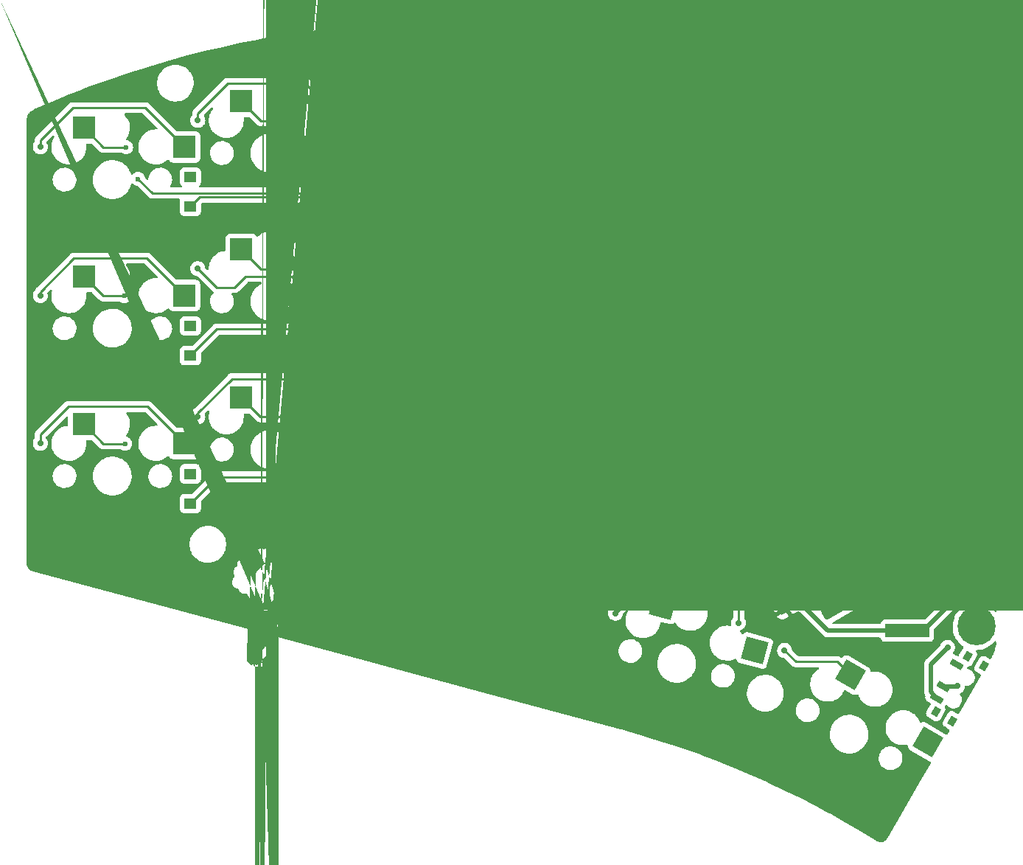
<source format=gbr>
G04 #@! TF.GenerationSoftware,KiCad,Pcbnew,(6.0.6)*
G04 #@! TF.CreationDate,2022-07-07T11:40:50+08:00*
G04 #@! TF.ProjectId,Kretstr_d,4b726574-7374-472e-9464-2e6b69636164,rev?*
G04 #@! TF.SameCoordinates,Original*
G04 #@! TF.FileFunction,Copper,L2,Bot*
G04 #@! TF.FilePolarity,Positive*
%FSLAX46Y46*%
G04 Gerber Fmt 4.6, Leading zero omitted, Abs format (unit mm)*
G04 Created by KiCad (PCBNEW (6.0.6)) date 2022-07-07 11:40:50*
%MOMM*%
%LPD*%
G01*
G04 APERTURE LIST*
G04 Aperture macros list*
%AMRoundRect*
0 Rectangle with rounded corners*
0 $1 Rounding radius*
0 $2 $3 $4 $5 $6 $7 $8 $9 X,Y pos of 4 corners*
0 Add a 4 corners polygon primitive as box body*
4,1,4,$2,$3,$4,$5,$6,$7,$8,$9,$2,$3,0*
0 Add four circle primitives for the rounded corners*
1,1,$1+$1,$2,$3*
1,1,$1+$1,$4,$5*
1,1,$1+$1,$6,$7*
1,1,$1+$1,$8,$9*
0 Add four rect primitives between the rounded corners*
20,1,$1+$1,$2,$3,$4,$5,0*
20,1,$1+$1,$4,$5,$6,$7,0*
20,1,$1+$1,$6,$7,$8,$9,0*
20,1,$1+$1,$8,$9,$2,$3,0*%
%AMRotRect*
0 Rectangle, with rotation*
0 The origin of the aperture is its center*
0 $1 length*
0 $2 width*
0 $3 Rotation angle, in degrees counterclockwise*
0 Add horizontal line*
21,1,$1,$2,0,0,$3*%
%AMFreePoly0*
4,1,6,0.600000,0.200000,0.000000,-0.400000,-0.600000,0.200000,-0.600000,0.400000,0.600000,0.400000,0.600000,0.200000,0.600000,0.200000,$1*%
%AMFreePoly1*
4,1,5,0.125000,-0.500000,-0.125000,-0.500000,-0.125000,0.500000,0.125000,0.500000,0.125000,-0.500000,0.125000,-0.500000,$1*%
%AMFreePoly2*
4,1,5,0.254000,-0.500000,-0.254000,-0.500000,-0.254000,0.500000,0.254000,0.500000,0.254000,-0.500000,0.254000,-0.500000,$1*%
%AMFreePoly3*
4,1,6,0.600000,-0.250000,-0.600000,-0.250000,-0.600000,1.000000,0.000000,0.400000,0.600000,1.000000,0.600000,-0.250000,0.600000,-0.250000,$1*%
%AMFreePoly4*
4,1,349,0.130126,0.034600,0.132334,0.034600,0.130442,-0.642797,0.133336,-0.823669,0.142321,-1.005424,0.155941,-1.148720,0.172710,-1.232797,0.177421,-1.243838,0.233946,-1.333356,0.327989,-1.451372,0.441882,-1.575400,0.527101,-1.659175,0.632140,-1.748011,0.715714,-1.792953,0.795339,-1.805400,0.844933,-1.808076,0.946657,-1.846936,0.997663,-1.938836,1.004262,-2.092444,0.991798,-2.265400,
0.818569,-2.277845,0.755964,-2.280187,0.625218,-2.258494,0.553157,-2.190207,0.531073,-2.068999,0.530303,-2.047119,0.507901,-1.961357,0.445444,-1.867340,0.330757,-1.745400,0.130442,-1.548408,0.130442,-1.734300,0.137771,-1.876372,0.173595,-2.020516,0.250246,-2.156136,0.379727,-2.310998,0.491847,-2.422985,0.618575,-2.514883,0.759536,-2.570544,0.936390,-2.598030,1.170795,-2.605400,
1.226434,-2.605248,1.387937,-2.601094,1.493509,-2.588692,1.562130,-2.564606,1.612776,-2.525400,1.672059,-2.484470,1.791830,-2.449678,1.914776,-2.451690,2.005394,-2.493400,2.016178,-2.508523,2.042810,-2.594533,2.053470,-2.711993,2.051743,-2.770133,2.029771,-2.869933,1.975978,-2.923993,1.862677,-2.960615,1.727897,-2.950913,1.623512,-2.885400,1.615119,-2.876020,1.567762,-2.839608,
1.497745,-2.818401,1.385949,-2.808746,1.213257,-2.806989,0.871609,-2.808577,1.059784,-2.981564,1.137291,-3.049364,1.236540,-3.118622,1.343125,-3.163947,1.475216,-3.190248,1.650981,-3.202430,1.888588,-3.205400,2.021630,-3.204648,2.158092,-3.199418,2.242870,-3.186522,2.292774,-3.162878,2.324614,-3.125400,2.326495,-3.122526,2.403491,-3.069111,2.519407,-3.044574,2.638876,-3.051732,
2.726530,-3.093400,2.760470,-3.166419,2.773167,-3.281870,2.761854,-3.398437,2.726530,-3.477400,2.678668,-3.504344,2.576240,-3.523861,2.459908,-3.523288,2.360374,-3.503508,2.308336,-3.465400,2.305189,-3.458738,2.271909,-3.432549,2.199212,-3.416198,2.073566,-3.407783,1.881436,-3.405400,1.477596,-3.405400,1.590797,-3.523371,1.712549,-3.615930,1.867433,-3.653371,1.974494,-3.668611,
2.032031,-3.706447,2.065072,-3.785400,2.078303,-3.866833,2.057333,-4.015400,2.051273,-4.030750,2.013554,-4.092375,1.950754,-4.119404,1.835524,-4.125400,1.793553,-4.124253,1.664355,-4.093646,1.593996,-4.014501,1.572713,-3.877613,1.562877,-3.844209,1.515051,-3.770159,1.423935,-3.659678,1.285603,-3.508340,1.096127,-3.311722,0.851577,-3.065400,0.130442,-2.346234,0.130442,-2.733213,
0.131553,-2.824217,0.139738,-2.999101,0.154144,-3.142894,0.172697,-3.231157,0.216071,-3.299186,0.306184,-3.409610,0.430741,-3.549574,0.577578,-3.706562,0.734529,-3.868059,0.889430,-4.021548,1.030114,-4.154514,1.144416,-4.254441,1.220171,-4.308813,1.222782,-4.310146,1.323443,-4.339846,1.471035,-4.359132,1.644482,-4.368122,1.822706,-4.366933,1.984629,-4.355684,2.109173,-4.334492,
2.175260,-4.303474,2.183768,-4.294385,2.266836,-4.257427,2.410529,-4.253474,2.594322,-4.265400,2.606786,-4.438357,2.608738,-4.526007,2.580933,-4.644059,2.504166,-4.706884,2.369409,-4.725400,2.354383,-4.725258,2.234084,-4.705196,2.164362,-4.645400,2.155142,-4.631766,2.116553,-4.597135,2.052407,-4.577018,1.944537,-4.567683,1.774776,-4.565400,1.435229,-4.565400,1.652839,-4.785400,
1.712752,-4.844597,1.824390,-4.941500,1.912275,-4.991317,1.994010,-5.005400,2.007141,-5.005547,2.128046,-5.031144,2.193838,-5.107743,2.213722,-5.245400,2.213024,-5.278005,2.185664,-5.401182,2.109756,-5.466335,1.973344,-5.485401,1.958840,-5.485264,1.826629,-5.461839,1.754700,-5.391788,1.732965,-5.265897,1.732555,-5.250641,1.711056,-5.164270,1.648369,-5.068838,1.532650,-4.945400,
1.332334,-4.748408,1.332334,-5.148015,1.333122,-5.283334,1.338512,-5.425881,1.351570,-5.517397,1.375238,-5.575078,1.412461,-5.616119,1.470728,-5.699541,1.490236,-5.831046,1.451114,-5.968030,1.415703,-6.005694,1.316648,-6.043224,1.195187,-6.049457,1.083367,-6.024392,1.013239,-5.968030,0.976560,-5.854908,0.986277,-5.720340,1.051893,-5.616119,1.086104,-5.579507,1.110114,-5.526181,
1.124026,-5.441923,1.130457,-5.310386,1.132019,-5.115226,1.131741,-5.048042,1.123455,-4.819250,1.099439,-4.647138,1.054030,-4.513373,0.981566,-4.399622,0.876386,-4.287554,0.731388,-4.149707,0.731388,-4.347932,0.736023,-4.455464,0.760013,-4.543828,0.811514,-4.596118,0.836494,-4.616986,0.883532,-4.714172,0.889146,-4.841346,0.850168,-4.968030,0.814756,-5.005694,0.715702,-5.043224,
0.594240,-5.049457,0.482421,-5.024392,0.412293,-4.968030,0.377868,-4.868687,0.383574,-4.724727,0.450946,-4.605400,0.490295,-4.554267,0.522004,-4.455693,0.531073,-4.304116,0.530820,-4.275757,0.502731,-4.047224,0.421002,-3.859352,0.275440,-3.687554,0.130442,-3.549707,0.130442,-4.194950,0.131240,-4.329709,0.135935,-4.545236,0.144130,-4.729277,0.155013,-4.865665,0.167774,-4.938229,
0.174005,-4.952081,0.228771,-5.038490,0.318587,-5.156604,0.427478,-5.285089,0.575888,-5.473004,0.691900,-5.690682,0.731165,-5.889201,0.750873,-5.948536,0.811514,-6.025401,0.833455,-6.048861,0.883987,-6.165336,0.881705,-6.298340,0.825336,-6.412251,0.749085,-6.461535,0.627293,-6.485400,0.516086,-6.461289,0.422326,-6.382726,0.375994,-6.269364,0.384643,-6.141696,0.455825,-6.020215,
0.479061,-5.992498,0.523073,-5.882302,0.503284,-5.751351,0.417750,-5.593367,0.264530,-5.402073,0.187345,-5.313335,0.060018,-5.145313,-0.018720,-4.994797,-0.058729,-4.839858,-0.069874,-4.658567,-0.069874,-4.429165,-0.231296,-4.586541,-0.275083,-4.631175,-0.406500,-4.808844,-0.463812,-4.986459,-0.446722,-5.170877,-0.354935,-5.368957,-0.188156,-5.587557,-0.142324,-5.640730,-0.037799,-5.772794,
0.040248,-5.886734,0.077596,-5.962485,0.120477,-6.056936,0.196767,-6.153491,0.258971,-6.238055,0.289028,-6.380506,0.249221,-6.528030,0.213810,-6.565694,0.114755,-6.603224,-0.006706,-6.609457,-0.118525,-6.584392,-0.188654,-6.528030,-0.223246,-6.427239,-0.217824,-6.284989,-0.153044,-6.168440,-0.113685,-6.125466,-0.100058,-6.082116,-0.123386,-6.021385,-0.187045,-5.918440,-0.224601,-5.862654,
-0.311056,-5.748766,-0.384316,-5.669201,-0.470505,-5.593001,-0.470505,-5.849579,-0.469607,-5.929815,-0.460064,-6.045996,-0.435520,-6.114291,-0.390379,-6.156118,-0.365399,-6.176986,-0.318361,-6.274172,-0.312747,-6.401346,-0.351725,-6.528030,-0.387136,-6.565694,-0.486191,-6.603224,-0.607652,-6.609457,-0.719472,-6.584392,-0.789600,-6.528030,-0.824025,-6.428687,-0.818319,-6.284727,-0.750946,-6.165400,
-0.721533,-6.130584,-0.698798,-6.082124,-0.684039,-6.009105,-0.675576,-5.897670,-0.671729,-5.733959,-0.670820,-5.504116,-0.669930,-5.327999,-0.662646,-5.101120,-0.643846,-4.926366,-0.608612,-4.786639,-0.552026,-4.664842,-0.469169,-4.543876,-0.355123,-4.406644,-0.352266,-4.403353,-0.250151,-4.281050,-0.165493,-4.171489,-0.116365,-4.098030,-0.115457,-4.096184,-0.104070,-4.044212,-0.094480,-3.939618,
-0.086603,-3.778491,-0.080351,-3.556922,-0.075638,-3.271002,-0.072378,-2.916819,-0.070486,-2.490465,-0.069874,-1.988030,-0.069874,1.046200,0.130126,1.046200,0.130126,0.034600,0.130126,0.034600,$1*%
%AMFreePoly5*
4,1,263,0.120000,0.008200,0.119495,0.008200,0.119495,-1.866685,0.119486,-1.942211,0.118928,-2.390514,0.117385,-2.766193,0.114683,-3.075643,0.110648,-3.325256,0.105109,-3.521426,0.097891,-3.670546,0.088821,-3.779010,0.077727,-3.853210,0.064435,-3.899540,0.058244,-3.913083,-0.003252,-4.014053,-0.098918,-4.143731,-0.210855,-4.277537,-0.224129,-4.292551,-0.334083,-4.430280,-0.416387,-4.556792,
-0.456268,-4.649682,-0.459452,-4.670267,-0.468105,-4.777912,-0.475087,-4.941077,-0.479752,-5.141466,-0.481451,-5.360779,-0.481447,-5.385382,-0.480518,-5.607631,-0.476824,-5.764219,-0.468710,-5.868254,-0.454525,-5.932843,-0.432614,-5.971095,-0.401325,-5.996118,-0.392805,-6.002081,-0.339366,-6.085346,-0.319338,-6.203666,-0.334080,-6.322781,-0.384952,-6.408432,-0.470102,-6.443900,-0.592848,-6.450398,
-0.712310,-6.426982,-0.791940,-6.376519,-0.793132,-6.374921,-0.837783,-6.254690,-0.826351,-6.118924,-0.761893,-6.005400,-0.735239,-5.974547,-0.702329,-5.904931,-0.686106,-5.799802,-0.681767,-5.637072,-0.681767,-5.348744,-0.862406,-5.525749,-0.971024,-5.643434,-1.026671,-5.737807,-1.042334,-5.830872,-1.071787,-5.969637,-1.159703,-6.056012,-1.303334,-6.085400,-1.410666,-6.068523,-1.500788,-5.996500,
-1.534589,-5.936558,-1.559685,-5.803296,-1.524160,-5.684074,-1.436774,-5.598304,-1.306284,-5.565400,-1.254100,-5.561413,-1.175346,-5.532707,-1.086402,-5.465612,-0.967886,-5.347654,-0.833366,-5.195034,-0.742078,-5.057656,-0.695078,-4.926807,-0.681767,-4.781512,-0.676049,-4.693688,-0.628738,-4.525130,-0.527110,-4.348308,-0.363399,-4.147757,-0.352259,-4.135392,-0.247590,-4.011108,-0.164066,-3.898353,
-0.118896,-3.820182,-0.109515,-3.774363,-0.098094,-3.653489,-0.089001,-3.479578,-0.082991,-3.268206,-0.080820,-3.034950,-0.080820,-2.349707,-0.219494,-2.483903,-0.236716,-2.500852,-0.379685,-2.679839,-0.457761,-2.875335,-0.481451,-3.112556,-0.481444,-3.118899,-0.474396,-3.264384,-0.449801,-3.355458,-0.401325,-3.416119,-0.350420,-3.483316,-0.321199,-3.622741,-0.328091,-3.687609,-0.386755,-3.802830,
-0.489746,-3.869682,-0.618132,-3.879379,-0.752979,-3.823132,-0.808235,-3.761373,-0.842979,-3.643301,-0.827768,-3.517407,-0.761893,-3.416119,-0.729223,-3.381234,-0.692374,-3.291262,-0.681767,-3.148664,-0.681767,-2.949707,-0.820440,-3.083903,-0.861951,-3.125245,-0.956831,-3.237340,-1.020496,-3.354500,-1.058765,-3.495362,-1.077459,-3.678561,-1.082398,-3.922730,-1.084530,-4.103471,-1.098418,-4.305676,
-1.131693,-4.463674,-1.191721,-4.598271,-1.285870,-4.730275,-1.421507,-4.880493,-1.435858,-4.895598,-1.556834,-5.034536,-1.623104,-5.140156,-1.643281,-5.225867,-1.650085,-5.290690,-1.708361,-5.405694,-1.810997,-5.471759,-1.939421,-5.480400,-2.075061,-5.423132,-2.138002,-5.353510,-2.164101,-5.225989,-2.134774,-5.082700,-2.048228,-4.995093,-1.906641,-4.965400,-1.855505,-4.961517,-1.776646,-4.932877,
-1.687525,-4.865738,-1.568833,-4.747654,-1.562516,-4.740957,-1.455689,-4.619000,-1.369698,-4.505791,-1.322643,-4.425050,-1.313483,-4.390665,-1.297690,-4.274180,-1.286783,-4.113812,-1.282713,-3.933587,-1.282713,-3.546981,-1.663312,-3.925400,-1.808528,-4.072271,-1.924221,-4.197668,-1.996366,-4.290300,-2.033438,-4.361216,-2.043912,-4.421461,-2.075701,-4.559074,-2.167234,-4.652007,-2.307669,-4.685400,
-2.448514,-4.655913,-2.535281,-4.568444,-2.564732,-4.425400,-2.536233,-4.284386,-2.450557,-4.195657,-2.310685,-4.165400,-2.299024,-4.165163,-2.237724,-4.153801,-2.169327,-4.118987,-2.082031,-4.051877,-1.964033,-3.943629,-1.803533,-3.785400,-1.424516,-3.405400,-1.810054,-3.405400,-1.826248,-3.405413,-2.008456,-3.408401,-2.125422,-3.418049,-2.190902,-3.436375,-2.218652,-3.465400,-2.249949,-3.494616,
-2.339241,-3.519633,-2.453955,-3.525691,-2.563390,-3.511907,-2.636845,-3.477400,-2.650723,-3.459594,-2.680373,-3.361025,-2.678180,-3.236332,-2.643449,-3.122771,-2.635381,-3.110117,-2.554531,-3.057669,-2.438737,-3.042861,-2.318470,-3.065502,-2.224196,-3.125400,-2.216489,-3.133598,-2.166988,-3.170532,-2.095105,-3.192322,-1.981626,-3.202645,-1.807340,-3.205177,-1.654893,-3.202612,-1.433910,-3.183534,
-1.261758,-3.141036,-1.119247,-3.069453,-0.987184,-2.963122,-0.821987,-2.807401,-1.112445,-2.806401,-1.215794,-2.807359,-1.342354,-2.817285,-1.424071,-2.841730,-1.483028,-2.885400,-1.562745,-2.938814,-1.702696,-2.963309,-1.846230,-2.923993,-1.883953,-2.888638,-1.921543,-2.789739,-1.927785,-2.668469,-1.902681,-2.556826,-1.846230,-2.486808,-1.746730,-2.452437,-1.602543,-2.458134,-1.483028,-2.525400,
-1.436669,-2.562173,-1.364831,-2.588967,-1.254521,-2.601987,-1.085006,-2.605400,-0.890142,-2.600566,-0.726487,-2.577568,-0.592845,-2.525875,-0.463112,-2.434999,-0.311183,-2.294450,-0.080820,-2.067905,-0.080820,-1.548408,-0.281136,-1.745400,-0.314558,-1.778754,-0.415393,-1.892076,-0.466966,-1.982268,-0.481451,-2.068999,-0.484152,-2.118781,-0.523093,-2.220353,-0.615122,-2.271266,-0.768948,-2.277845,
-0.942177,-2.265400,-0.954638,-2.069270,-0.956534,-1.963618,-0.932248,-1.866065,-0.864549,-1.818790,-0.740607,-1.806013,-0.701704,-1.802658,-0.620454,-1.771892,-0.523629,-1.699831,-0.394611,-1.575400,-0.373202,-1.553286,-0.262639,-1.433196,-0.174217,-1.327898,-0.125439,-1.258030,-0.109352,-1.196302,-0.094329,-1.064124,-0.084404,-0.882561,-0.080820,-0.668030,-0.082713,0.034600,-0.080000,0.034600,
-0.080000,1.049800,0.120000,1.049800,0.120000,0.008200,0.120000,0.008200,$1*%
%AMFreePoly6*
4,1,11,0.044901,0.044901,0.063500,0.000000,0.044901,-0.044901,0.000000,-0.063500,-2.184400,-0.063500,-2.229301,-0.044901,-2.247900,0.000000,-2.229301,0.044901,-2.184400,0.063500,0.000000,0.063500,0.044901,0.044901,0.044901,0.044901,$1*%
%AMFreePoly7*
4,1,11,0.616401,0.044901,0.635000,0.000000,0.616401,-0.044901,0.571500,-0.063500,-0.571500,-0.063500,-0.616401,-0.044901,-0.635000,0.000000,-0.616401,0.044901,-0.571500,0.063500,0.571500,0.063500,0.616401,0.044901,0.616401,0.044901,$1*%
%AMFreePoly8*
4,1,11,0.217304,0.044901,0.235903,0.000000,0.217304,-0.044901,0.172403,-0.063500,-0.183197,-0.063500,-0.228098,-0.044901,-0.246697,0.000000,-0.228098,0.044901,-0.183197,0.063500,0.172403,0.063500,0.217304,0.044901,0.217304,0.044901,$1*%
%AMFreePoly9*
4,1,22,0.500000,-0.750000,0.000000,-0.750000,0.000000,-0.745033,-0.079941,-0.743568,-0.215256,-0.701293,-0.333266,-0.622738,-0.424486,-0.514219,-0.481581,-0.384460,-0.499164,-0.250000,-0.500000,-0.250000,-0.500000,0.250000,-0.499164,0.250000,-0.499963,0.256109,-0.478152,0.396186,-0.417904,0.524511,-0.324060,0.630769,-0.204165,0.706417,-0.067858,0.745374,0.000000,0.744959,0.000000,0.750000,
0.500000,0.750000,0.500000,-0.750000,0.500000,-0.750000,$1*%
%AMFreePoly10*
4,1,20,0.000000,0.744959,0.073905,0.744508,0.209726,0.703889,0.328688,0.626782,0.421226,0.519385,0.479903,0.390333,0.500000,0.250000,0.500000,-0.250000,0.499851,-0.262216,0.476331,-0.402017,0.414519,-0.529596,0.319384,-0.634700,0.198574,-0.708877,0.061801,-0.746166,0.000000,-0.745033,0.000000,-0.750000,-0.500000,-0.750000,-0.500000,0.750000,0.000000,0.750000,0.000000,0.744959,
0.000000,0.744959,$1*%
G04 Aperture macros list end*
G04 #@! TA.AperFunction,SMDPad,CuDef*
%ADD10RotRect,2.600000X2.600000X165.000000*%
G04 #@! TD*
G04 #@! TA.AperFunction,SMDPad,CuDef*
%ADD11R,2.600000X2.600000*%
G04 #@! TD*
G04 #@! TA.AperFunction,ComponentPad*
%ADD12C,4.400000*%
G04 #@! TD*
G04 #@! TA.AperFunction,ComponentPad*
%ADD13R,1.400000X1.200000*%
G04 #@! TD*
G04 #@! TA.AperFunction,SMDPad,CuDef*
%ADD14FreePoly0,90.000000*%
G04 #@! TD*
G04 #@! TA.AperFunction,SMDPad,CuDef*
%ADD15FreePoly1,270.000000*%
G04 #@! TD*
G04 #@! TA.AperFunction,ComponentPad*
%ADD16C,1.600000*%
G04 #@! TD*
G04 #@! TA.AperFunction,SMDPad,CuDef*
%ADD17FreePoly1,90.000000*%
G04 #@! TD*
G04 #@! TA.AperFunction,SMDPad,CuDef*
%ADD18FreePoly0,270.000000*%
G04 #@! TD*
G04 #@! TA.AperFunction,SMDPad,CuDef*
%ADD19FreePoly2,90.000000*%
G04 #@! TD*
G04 #@! TA.AperFunction,SMDPad,CuDef*
%ADD20FreePoly3,270.000000*%
G04 #@! TD*
G04 #@! TA.AperFunction,SMDPad,CuDef*
%ADD21FreePoly3,90.000000*%
G04 #@! TD*
G04 #@! TA.AperFunction,ComponentPad*
%ADD22R,1.200000X1.400000*%
G04 #@! TD*
G04 #@! TA.AperFunction,ComponentPad*
%ADD23C,1.397000*%
G04 #@! TD*
G04 #@! TA.AperFunction,ComponentPad*
%ADD24RoundRect,0.200000X0.200000X0.450000X-0.200000X0.450000X-0.200000X-0.450000X0.200000X-0.450000X0*%
G04 #@! TD*
G04 #@! TA.AperFunction,ComponentPad*
%ADD25O,0.800000X1.300000*%
G04 #@! TD*
G04 #@! TA.AperFunction,SMDPad,CuDef*
%ADD26RotRect,2.600000X2.600000X150.000000*%
G04 #@! TD*
G04 #@! TA.AperFunction,SMDPad,CuDef*
%ADD27RotRect,1.000000X0.800000X240.000000*%
G04 #@! TD*
G04 #@! TA.AperFunction,SMDPad,CuDef*
%ADD28RotRect,0.700000X1.500000X240.000000*%
G04 #@! TD*
G04 #@! TA.AperFunction,SMDPad,CuDef*
%ADD29FreePoly4,180.000000*%
G04 #@! TD*
G04 #@! TA.AperFunction,SMDPad,CuDef*
%ADD30FreePoly5,180.000000*%
G04 #@! TD*
G04 #@! TA.AperFunction,SMDPad,CuDef*
%ADD31FreePoly6,180.000000*%
G04 #@! TD*
G04 #@! TA.AperFunction,SMDPad,CuDef*
%ADD32FreePoly7,180.000000*%
G04 #@! TD*
G04 #@! TA.AperFunction,SMDPad,CuDef*
%ADD33FreePoly8,180.000000*%
G04 #@! TD*
G04 #@! TA.AperFunction,SMDPad,CuDef*
%ADD34R,5.080000X1.537200*%
G04 #@! TD*
G04 #@! TA.AperFunction,SMDPad,CuDef*
%ADD35C,16.000000*%
G04 #@! TD*
G04 #@! TA.AperFunction,SMDPad,CuDef*
%ADD36FreePoly9,90.000000*%
G04 #@! TD*
G04 #@! TA.AperFunction,SMDPad,CuDef*
%ADD37FreePoly10,90.000000*%
G04 #@! TD*
G04 #@! TA.AperFunction,SMDPad,CuDef*
%ADD38RoundRect,0.200000X-0.749519X-0.201795X-0.549519X-0.548205X0.749519X0.201795X0.549519X0.548205X0*%
G04 #@! TD*
G04 #@! TA.AperFunction,SMDPad,CuDef*
%ADD39RoundRect,0.250000X-1.434086X-0.366090X-1.034086X-1.058910X1.434086X0.366090X1.034086X1.058910X0*%
G04 #@! TD*
G04 #@! TA.AperFunction,ViaPad*
%ADD40C,0.600000*%
G04 #@! TD*
G04 #@! TA.AperFunction,ViaPad*
%ADD41C,0.700000*%
G04 #@! TD*
G04 #@! TA.AperFunction,Conductor*
%ADD42C,0.250000*%
G04 #@! TD*
G04 #@! TA.AperFunction,Conductor*
%ADD43C,0.254000*%
G04 #@! TD*
G04 #@! TA.AperFunction,Conductor*
%ADD44C,0.508000*%
G04 #@! TD*
G04 #@! TA.AperFunction,Conductor*
%ADD45C,0.500000*%
G04 #@! TD*
G04 APERTURE END LIST*
D10*
X152637341Y-115300177D03*
X163224383Y-120414574D03*
D11*
X122334575Y-54038800D03*
X133884575Y-56238800D03*
D12*
X175086950Y-93903800D03*
D13*
X116428333Y-100481591D03*
X116428333Y-97081591D03*
D11*
X86164975Y-94430800D03*
X97714975Y-96630800D03*
D13*
X170123933Y-85139991D03*
X170123933Y-81739991D03*
D14*
X176209375Y-82696800D03*
D15*
X188604575Y-72536800D03*
D16*
X189696775Y-85236800D03*
D17*
X175701375Y-85236800D03*
D14*
X176209375Y-87776800D03*
D16*
X174594175Y-85236800D03*
D15*
X188604575Y-85236800D03*
D14*
X176209375Y-72536800D03*
D18*
X188096575Y-72536800D03*
D16*
X189696775Y-72536800D03*
D15*
X188604575Y-82696800D03*
D14*
X176209375Y-80156800D03*
X176209375Y-85236800D03*
D16*
X174594175Y-75076800D03*
D15*
X188604575Y-87776800D03*
D16*
X189696775Y-75076800D03*
D18*
X188096575Y-75076800D03*
D16*
X189696775Y-80156800D03*
D14*
X176209375Y-75076800D03*
X176209375Y-77616800D03*
D18*
X188096575Y-77616800D03*
D16*
X174594175Y-87776800D03*
D18*
X188096575Y-85236800D03*
D16*
X189696775Y-77616800D03*
D17*
X175701375Y-82696800D03*
D16*
X174594175Y-80156800D03*
D15*
X188604575Y-80156800D03*
D16*
X174594175Y-72536800D03*
D19*
X175701375Y-75076800D03*
D16*
X174594175Y-82696800D03*
X189696775Y-82696800D03*
D17*
X175701375Y-87776800D03*
X175701375Y-77616800D03*
D15*
X188604575Y-77616800D03*
D16*
X189696775Y-87776800D03*
X174594175Y-77616800D03*
D18*
X188096575Y-82696800D03*
D15*
X188604575Y-75076800D03*
D19*
X175701375Y-72536800D03*
D18*
X188096575Y-87776800D03*
X188096575Y-80156800D03*
D17*
X175701375Y-80156800D03*
D20*
X187080575Y-72536800D03*
X187080575Y-75076800D03*
X187080575Y-77616800D03*
X187080575Y-80156800D03*
X187080575Y-82696800D03*
X187080575Y-85236800D03*
X187080575Y-87776800D03*
D21*
X177225375Y-87776800D03*
X177225375Y-85236800D03*
X177225375Y-82696800D03*
X177225375Y-80156800D03*
X177225375Y-77616800D03*
X177225375Y-75076800D03*
X177225375Y-72536800D03*
D11*
X140419375Y-73856800D03*
X151969375Y-76056800D03*
D22*
X162670585Y-112408168D03*
X159270585Y-112408168D03*
D23*
X183428375Y-92430600D03*
D13*
X152496333Y-85035391D03*
X152496333Y-81635391D03*
D11*
X158504175Y-75990400D03*
X170054175Y-78190400D03*
D13*
X152496333Y-67867791D03*
X152496333Y-64467791D03*
D24*
X182777975Y-92176600D03*
D25*
X181527975Y-92176600D03*
D13*
X152496333Y-102005591D03*
X152496333Y-98605591D03*
X98394333Y-69442791D03*
X98394333Y-66042791D03*
D11*
X104249775Y-57346800D03*
X115799775Y-59546800D03*
D13*
X116428333Y-83511391D03*
X116428333Y-80111391D03*
D11*
X158504175Y-93008400D03*
X170054175Y-95208400D03*
D12*
X188675950Y-117652800D03*
D11*
X122334575Y-71056800D03*
X133884575Y-73256800D03*
D13*
X134462333Y-99205591D03*
X134462333Y-95805591D03*
X134462333Y-65118791D03*
X134462333Y-61718791D03*
D26*
X174211542Y-123232717D03*
X183114135Y-130912973D03*
D11*
X86164975Y-77463600D03*
X97714975Y-79663600D03*
D23*
X180888375Y-92430600D03*
D13*
X134462333Y-82235391D03*
X134462333Y-78835391D03*
D12*
X188675950Y-93954600D03*
D13*
X98394333Y-86559391D03*
X98394333Y-83159391D03*
X116428333Y-66394791D03*
X116428333Y-62994791D03*
D11*
X104249775Y-74364800D03*
X115799775Y-76564800D03*
X122334575Y-88074800D03*
X133884575Y-90274800D03*
X140419375Y-90874800D03*
X151969375Y-93074800D03*
X86164975Y-60394800D03*
X97714975Y-62594800D03*
X140419375Y-56838600D03*
X151969375Y-59038600D03*
X104249775Y-91382800D03*
X115799775Y-93582800D03*
D22*
X162670585Y-109715768D03*
X159270585Y-109715768D03*
D13*
X98394333Y-103529591D03*
X98394333Y-100129591D03*
X170123933Y-102110191D03*
X170123933Y-98710191D03*
D11*
X158504175Y-58972400D03*
X170054175Y-61172400D03*
D13*
X170123933Y-68023391D03*
X170123933Y-64623391D03*
D27*
X184016450Y-127408793D03*
X189580366Y-122191807D03*
X187666450Y-121086807D03*
X185930366Y-128513793D03*
D28*
X186403534Y-121974243D03*
X184903534Y-124572319D03*
X184153534Y-125871357D03*
D29*
X106506950Y-115849400D03*
D30*
X107096950Y-115849400D03*
D31*
X105663353Y-117480955D03*
D32*
X106755553Y-117820877D03*
D33*
X106750156Y-118160800D03*
D34*
X180744575Y-95917000D03*
X180744575Y-118154200D03*
D35*
X180744575Y-107035600D03*
D36*
X182071950Y-89500768D03*
D37*
X182071950Y-88200768D03*
D36*
X179506550Y-89486968D03*
D37*
X179506550Y-88186968D03*
D38*
X166275076Y-114507596D03*
X166900076Y-115590128D03*
D39*
X169071950Y-109601924D03*
X172546950Y-115620800D03*
D36*
X185043750Y-89486968D03*
D37*
X185043750Y-88186968D03*
D40*
X185705975Y-80162400D03*
D41*
X172867122Y-76631800D03*
X81164975Y-62594800D03*
D40*
X97714975Y-62594800D03*
X185714486Y-82690168D03*
X115799775Y-59546800D03*
D41*
X99249775Y-59546800D03*
X172245185Y-89954568D03*
D40*
X185808785Y-85280968D03*
X133884575Y-56238800D03*
D41*
X117334575Y-56238800D03*
D40*
X184129350Y-85979000D03*
D41*
X170631933Y-92736391D03*
D40*
X151988333Y-59055991D03*
D41*
X135419375Y-59038600D03*
X153504175Y-61172400D03*
D40*
X170123933Y-61172400D03*
D41*
X81164975Y-79663600D03*
X97714975Y-79663600D03*
X99249775Y-76564800D03*
X115799775Y-76564800D03*
X117334575Y-73770800D03*
X133884575Y-73256800D03*
X151969375Y-76056800D03*
X135419375Y-76056800D03*
X153504175Y-78190400D03*
X170054175Y-78190400D03*
X81164975Y-96630800D03*
X97714975Y-96630800D03*
X99249775Y-93582800D03*
X115799775Y-93582800D03*
X117334575Y-90788800D03*
X133884575Y-90274800D03*
X151969375Y-93074800D03*
X135419375Y-92560800D03*
X170063849Y-95218074D03*
X153504175Y-95208400D03*
X147238310Y-116131119D03*
X163224383Y-120414574D03*
X161373985Y-117234168D03*
D40*
X183114135Y-130912973D03*
D41*
X168228950Y-71297800D03*
X104325585Y-81572568D03*
X181436950Y-75057000D03*
X104477985Y-96253768D03*
X116415985Y-71107768D03*
X168787750Y-75209400D03*
X185367375Y-75057000D03*
X140698385Y-80607368D03*
X122816785Y-96196968D03*
X155401950Y-74980800D03*
X158579985Y-82893368D03*
X168828533Y-83643191D03*
X180744575Y-107035600D03*
X137357933Y-72511991D03*
X114533350Y-54889400D03*
X140749185Y-95745768D03*
X187888550Y-89941400D03*
X189260150Y-98882200D03*
X149803933Y-69342991D03*
X170413350Y-57683400D03*
X122359585Y-79432968D03*
X158783185Y-98285768D03*
D40*
X97212375Y-76200000D03*
D41*
X182198950Y-70535800D03*
X190326950Y-113715800D03*
D40*
X185705975Y-77622400D03*
X168752333Y-66396591D03*
X178153775Y-71602600D03*
X90811575Y-79705200D03*
X91014775Y-62636400D03*
X90913175Y-96672400D03*
X92399933Y-66269591D03*
D41*
X110761064Y-74409768D03*
D40*
X108997975Y-59588400D03*
X180385533Y-73787991D03*
D41*
X109014975Y-76631800D03*
D40*
X108997975Y-93573600D03*
X127184375Y-90316400D03*
X127133575Y-73298400D03*
X180388975Y-76377800D03*
X127285975Y-56382000D03*
D41*
X128884575Y-71056800D03*
D40*
X145370775Y-76047600D03*
D41*
X146969375Y-73856800D03*
D40*
X145218375Y-59181800D03*
X145116775Y-93116400D03*
D41*
X172549985Y-78880168D03*
X152637341Y-115300177D03*
D40*
X178388950Y-78968600D03*
X163303175Y-61366400D03*
D41*
X166657185Y-120409636D03*
D40*
X163404775Y-95351600D03*
X163201575Y-78282800D03*
X179862150Y-85140800D03*
D41*
X174211542Y-123232717D03*
D40*
X178814175Y-83591400D03*
X178610975Y-81305400D03*
D41*
X180744575Y-118154200D03*
D40*
X168736950Y-115239800D03*
D41*
X186516950Y-124510800D03*
X180744575Y-95917000D03*
D40*
X185502775Y-72542400D03*
D41*
X185043750Y-88214200D03*
X182097350Y-89585800D03*
X179506550Y-89598968D03*
X185376985Y-120065800D03*
X180776550Y-87096600D03*
X185043750Y-89535000D03*
D42*
X172867122Y-77927305D02*
X173858608Y-78918791D01*
X173858608Y-78918791D02*
X175987366Y-78918791D01*
X177230975Y-80162400D02*
X185705975Y-80162400D01*
X172867122Y-76631800D02*
X172867122Y-77927305D01*
X134462333Y-65118791D02*
X136014223Y-65118791D01*
X115008451Y-66394791D02*
X116428333Y-66394791D01*
X116428333Y-66394791D02*
X117704333Y-65118791D01*
X99492413Y-68344711D02*
X113058531Y-68344711D01*
X113058531Y-68344711D02*
X115008451Y-66394791D01*
X117704333Y-65118791D02*
X134462333Y-65118791D01*
X136014223Y-65118791D02*
X137875232Y-66979800D01*
D43*
X152651933Y-68023391D02*
X170123933Y-68023391D01*
D42*
X175987366Y-78918791D02*
X177230975Y-80162400D01*
X137875232Y-66979800D02*
X151608342Y-66979800D01*
X98394333Y-69442791D02*
X99492413Y-68344711D01*
X151608342Y-66979800D02*
X152496333Y-67867791D01*
X93209975Y-58089800D02*
X84916950Y-58089800D01*
X97714975Y-62594800D02*
X93209975Y-58089800D01*
X84916950Y-58089800D02*
X81164975Y-61841775D01*
X81164975Y-61841775D02*
X81164975Y-62594800D01*
X175911207Y-84010968D02*
X177225375Y-82696800D01*
X172335362Y-85139991D02*
X173464385Y-84010968D01*
X152496333Y-85035391D02*
X170019333Y-85035391D01*
X134462333Y-82235391D02*
X149696333Y-82235391D01*
X117704333Y-82235391D02*
X134462333Y-82235391D01*
X116428333Y-83511391D02*
X117704333Y-82235391D01*
X101442333Y-83511391D02*
X116428333Y-83511391D01*
X173464385Y-84010968D02*
X175911207Y-84010968D01*
X185714486Y-82690168D02*
X177232007Y-82690168D01*
X98394333Y-86559391D02*
X101442333Y-83511391D01*
X170123933Y-85139991D02*
X172335362Y-85139991D01*
X149696333Y-82235391D02*
X152496333Y-85035391D01*
X99249775Y-58742975D02*
X99249775Y-59546800D01*
X115799775Y-59546800D02*
X111548775Y-55295800D01*
X111548775Y-55295800D02*
X102696950Y-55295800D01*
X102696950Y-55295800D02*
X99249775Y-58742975D01*
X152600933Y-102110191D02*
X170123933Y-102110191D01*
X101442333Y-100481591D02*
X116428333Y-100481591D01*
X98394333Y-103529591D02*
X101442333Y-100481591D01*
X177225375Y-85236800D02*
X178184775Y-85236800D01*
X178184775Y-85236800D02*
X179068175Y-84353400D01*
X116428333Y-100481591D02*
X117704333Y-99205591D01*
X134462333Y-99205591D02*
X149696333Y-99205591D01*
X184881217Y-84353400D02*
X185808785Y-85280968D01*
X172245185Y-88176568D02*
X172245185Y-89954568D01*
X179068175Y-84353400D02*
X184881217Y-84353400D01*
X175924375Y-86537800D02*
X173883953Y-86537800D01*
X173883953Y-86537800D02*
X172245185Y-88176568D01*
X177225375Y-85236800D02*
X175924375Y-86537800D01*
X149696333Y-99205591D02*
X152496333Y-102005591D01*
X117704333Y-99205591D02*
X134462333Y-99205591D01*
X120984950Y-51993800D02*
X117334575Y-55644175D01*
X117334575Y-55644175D02*
X117334575Y-56238800D01*
X133884575Y-56238800D02*
X129639575Y-51993800D01*
X129639575Y-51993800D02*
X120984950Y-51993800D01*
X179018599Y-85983576D02*
X175962007Y-89040168D01*
X184124774Y-85983576D02*
X179018599Y-85983576D01*
X175962007Y-89040168D02*
X174328156Y-89040168D01*
X174328156Y-89040168D02*
X170631933Y-92736391D01*
X184129350Y-85979000D02*
X184124774Y-85983576D01*
X151988333Y-59055991D02*
X147720142Y-54787800D01*
X147720142Y-54736800D02*
X139145552Y-54736800D01*
X135419375Y-58513977D02*
X135419375Y-59089600D01*
X139145552Y-54787800D02*
X135419375Y-58513977D01*
X156290950Y-57581800D02*
X156290950Y-58385625D01*
X170123933Y-61172400D02*
X165771333Y-56819800D01*
X165771333Y-56819800D02*
X157052950Y-56819800D01*
X157052950Y-56819800D02*
X156290950Y-57581800D01*
X156290950Y-58385625D02*
X153504175Y-61172400D01*
X81164975Y-79231749D02*
X81164975Y-79663600D01*
X93414166Y-75362791D02*
X85033933Y-75362791D01*
X97714975Y-79663600D02*
X93414166Y-75362791D01*
X85033933Y-75362791D02*
X81164975Y-79231749D01*
X103461985Y-78727768D02*
X104731985Y-77457768D01*
X101412743Y-78727768D02*
X103461985Y-78727768D01*
X104731985Y-77457768D02*
X110065985Y-77457768D01*
X110065985Y-77457768D02*
X111335985Y-78727768D01*
X111335985Y-78727768D02*
X113636807Y-78727768D01*
X99249775Y-76564800D02*
X101412743Y-78727768D01*
X113636807Y-78727768D02*
X115799775Y-76564800D01*
X118454333Y-75458391D02*
X121711533Y-75458391D01*
X129611808Y-75407591D02*
X131733784Y-75407591D01*
X121711533Y-75458391D02*
X123247013Y-73922911D01*
X117334575Y-74338633D02*
X118454333Y-75458391D01*
X128127128Y-73922911D02*
X129611808Y-75407591D01*
X123247013Y-73922911D02*
X128127128Y-73922911D01*
X131733784Y-75407591D02*
X133884575Y-73256800D01*
X117334575Y-73770800D02*
X117334575Y-74338633D01*
X149869384Y-78156791D02*
X147721133Y-78156791D01*
X146247933Y-76683591D02*
X141253159Y-76683591D01*
X139804375Y-78132375D02*
X137494950Y-78132375D01*
X147721133Y-78156791D02*
X146247933Y-76683591D01*
X137494950Y-78132375D02*
X135419375Y-76056800D01*
X151969375Y-76056800D02*
X149869384Y-78156791D01*
X141253159Y-76683591D02*
X139804375Y-78132375D01*
X170054175Y-78190400D02*
X167903384Y-80341191D01*
X165539671Y-80341191D02*
X164117271Y-78918791D01*
X167903384Y-80341191D02*
X165539671Y-80341191D01*
X155654966Y-80341191D02*
X153504175Y-78190400D01*
X164117271Y-78918791D02*
X159151133Y-78918791D01*
X159151133Y-78918791D02*
X157728733Y-80341191D01*
X157728733Y-80341191D02*
X155654966Y-80341191D01*
X93490366Y-92406191D02*
X84398933Y-92406191D01*
X84398933Y-92406191D02*
X81164975Y-95640149D01*
X97714975Y-96630800D02*
X93490366Y-92406191D01*
X81164975Y-95640149D02*
X81164975Y-96630800D01*
X103177762Y-89205791D02*
X99249775Y-93133778D01*
X99249775Y-93133778D02*
X99249775Y-93582800D01*
X115799775Y-93582800D02*
X111422766Y-89205791D01*
X111422766Y-89205791D02*
X103177762Y-89205791D01*
X133884575Y-90274800D02*
X129558366Y-85948591D01*
X129558366Y-85948591D02*
X121066159Y-85948591D01*
X117334575Y-89680175D02*
X117334575Y-90788800D01*
X121066159Y-85948591D02*
X117334575Y-89680175D01*
X139296562Y-88748591D02*
X135419375Y-92625778D01*
X151969375Y-93074800D02*
X147643166Y-88748591D01*
X147643166Y-88748591D02*
X139296562Y-88748591D01*
X153504175Y-94758400D02*
X153504175Y-95208400D01*
X157380384Y-90882191D02*
X153504175Y-94758400D01*
X170054175Y-95208400D02*
X165727966Y-90882191D01*
X165727966Y-90882191D02*
X157380384Y-90882191D01*
X153653661Y-109715768D02*
X147238310Y-116131119D01*
X161373985Y-117234168D02*
X161373985Y-111819168D01*
X161373985Y-111819168D02*
X159270585Y-109715768D01*
X159270585Y-109715768D02*
X153653661Y-109715768D01*
D44*
X185367375Y-75057000D02*
X185347575Y-75076800D01*
X185347575Y-75076800D02*
X177225375Y-75076800D01*
D45*
X185705975Y-77622400D02*
X177230975Y-77622400D01*
X177230975Y-77622400D02*
X177225375Y-77616800D01*
D42*
X88406575Y-79705200D02*
X86164975Y-77463600D01*
X116098253Y-64669271D02*
X132510655Y-64669271D01*
X88406575Y-62636400D02*
X86164975Y-60394800D01*
X178153775Y-71602600D02*
X186146375Y-71602600D01*
X133375126Y-63804800D02*
X135335950Y-63804800D01*
X90811575Y-79705200D02*
X88406575Y-79705200D01*
X132510655Y-64669271D02*
X133375126Y-63804800D01*
X94025533Y-67895191D02*
X112872333Y-67895191D01*
X135335950Y-63804800D02*
X138002950Y-66471800D01*
X138002950Y-66471800D02*
X153206542Y-66471800D01*
X92399933Y-66269591D02*
X94025533Y-67895191D01*
X90913175Y-96672400D02*
X88406575Y-96672400D01*
X112872333Y-67895191D02*
X116098253Y-64669271D01*
X154204013Y-67469271D02*
X167679653Y-67469271D01*
X153206542Y-66471800D02*
X154204013Y-67469271D01*
X167679653Y-67469271D02*
X168752333Y-66396591D01*
X88406575Y-96672400D02*
X86164975Y-94430800D01*
X186146375Y-71602600D02*
X187080575Y-72536800D01*
X91014775Y-62636400D02*
X88406575Y-62636400D01*
X171988150Y-73787000D02*
X173512150Y-73787000D01*
X173512150Y-73787000D02*
X173513141Y-73787991D01*
X108997975Y-93573600D02*
X106440575Y-93573600D01*
X110761064Y-74409768D02*
X116413032Y-68757800D01*
X185791766Y-73787991D02*
X180385533Y-73787991D01*
X106440575Y-93573600D02*
X104249775Y-91382800D01*
X109014975Y-76631800D02*
X106516775Y-76631800D01*
X148806910Y-72957760D02*
X171158910Y-72957760D01*
X108997975Y-59588400D02*
X106491375Y-59588400D01*
X187080575Y-75076800D02*
X185791766Y-73787991D01*
X106516775Y-76631800D02*
X104249775Y-74364800D01*
X171158910Y-72957760D02*
X171988150Y-73787000D01*
X146456430Y-70607280D02*
X148806910Y-72957760D01*
X173513141Y-73787991D02*
X180385533Y-73787991D01*
X131851430Y-70607280D02*
X146456430Y-70607280D01*
X106491375Y-59588400D02*
X104249775Y-57346800D01*
X116413032Y-68757800D02*
X130001950Y-68757800D01*
X130001950Y-68757800D02*
X131851430Y-70607280D01*
X127184375Y-90316400D02*
X124576175Y-90316400D01*
X124576175Y-90316400D02*
X122334575Y-88074800D01*
X173943232Y-76377800D02*
X180388975Y-76377800D01*
X131538950Y-71056800D02*
X146270232Y-71056800D01*
X128884575Y-71056800D02*
X128897575Y-71043800D01*
X127285975Y-56382000D02*
X124677775Y-56382000D01*
X127133575Y-73298400D02*
X124576175Y-73298400D01*
X128897575Y-71043800D02*
X131525950Y-71043800D01*
X185854743Y-76390968D02*
X187080575Y-77616800D01*
X148620712Y-73407280D02*
X170972712Y-73407280D01*
X180388975Y-76377800D02*
X180402143Y-76390968D01*
X180402143Y-76390968D02*
X185854743Y-76390968D01*
X124677775Y-56382000D02*
X122334575Y-54038800D01*
X124576175Y-73298400D02*
X122334575Y-71056800D01*
X146270232Y-71056800D02*
X148620712Y-73407280D01*
X170972712Y-73407280D02*
X173943232Y-76377800D01*
X131525950Y-71043800D02*
X131538950Y-71056800D01*
X172041985Y-75568035D02*
X170330750Y-73856800D01*
X142610175Y-76047600D02*
X140419375Y-73856800D01*
X185892375Y-78968600D02*
X187080575Y-80156800D01*
X178388950Y-78968600D02*
X185892375Y-78968600D01*
X142660975Y-93116400D02*
X140419375Y-90874800D01*
X145370775Y-76047600D02*
X142610175Y-76047600D01*
X172549985Y-78880168D02*
X172041985Y-78372168D01*
X172041985Y-78372168D02*
X172041985Y-75568035D01*
X170330750Y-73856800D02*
X146969375Y-73856800D01*
X142762575Y-59181800D02*
X140419375Y-56838600D01*
X145116775Y-93116400D02*
X142660975Y-93116400D01*
X145218375Y-59181800D02*
X142762575Y-59181800D01*
X160847375Y-95351600D02*
X158504175Y-93008400D01*
X179862150Y-85140800D02*
X184444575Y-85140800D01*
X163303175Y-61366400D02*
X160559975Y-61366400D01*
X166657185Y-120409636D02*
X166657185Y-120410511D01*
X160796575Y-78282800D02*
X163201575Y-78282800D01*
X167939533Y-121692859D02*
X172671684Y-121692859D01*
X163404775Y-95351600D02*
X160847375Y-95351600D01*
X158504175Y-75990400D02*
X160796575Y-78282800D01*
X184444575Y-85140800D02*
X187080575Y-87776800D01*
X160559975Y-61366400D02*
X158504175Y-59310600D01*
X166657185Y-120410511D02*
X167939533Y-121692859D01*
X172671684Y-121692859D02*
X174211542Y-123232717D01*
X178814175Y-83591400D02*
X185435175Y-83591400D01*
X185435175Y-83591400D02*
X187080575Y-85236800D01*
X178610975Y-81305400D02*
X185689175Y-81305400D01*
X185689175Y-81305400D02*
X187080575Y-82696800D01*
D44*
X189971350Y-103327200D02*
X182561150Y-95917000D01*
X184903534Y-124572319D02*
X186455431Y-124572319D01*
X168736950Y-115239800D02*
X167729931Y-114232781D01*
X171651350Y-118154200D02*
X180744575Y-118154200D01*
X182586550Y-118154200D02*
X189971350Y-110769400D01*
X167729931Y-114232781D02*
X166549891Y-114232781D01*
X189971350Y-110769400D02*
X189971350Y-103327200D01*
X186455431Y-124572319D02*
X186516950Y-124510800D01*
X168736950Y-115239800D02*
X171651350Y-118154200D01*
X177225375Y-72536800D02*
X185497175Y-72536800D01*
X185497175Y-72536800D02*
X185502775Y-72542400D01*
X183468950Y-121973835D02*
X183468950Y-125186773D01*
X183468950Y-125186773D02*
X184153534Y-125871357D01*
X184215853Y-89535000D02*
X185043750Y-89535000D01*
X180776550Y-87096600D02*
X180967782Y-87096600D01*
X182071950Y-88200768D02*
X182881621Y-88200768D01*
X180967782Y-87096600D02*
X182071950Y-88200768D01*
X185376985Y-120065800D02*
X183468950Y-121973835D01*
X182881621Y-88200768D02*
X184215853Y-89535000D01*
G04 #@! TA.AperFunction,Conductor*
G36*
X127736719Y-48315845D02*
G01*
X128880460Y-48320552D01*
X128882645Y-48320580D01*
X130958433Y-48366516D01*
X130960672Y-48366586D01*
X131608255Y-48392591D01*
X133035365Y-48449901D01*
X133037631Y-48450013D01*
X135110359Y-48570672D01*
X135112624Y-48570824D01*
X137182907Y-48728799D01*
X137185168Y-48728992D01*
X139252273Y-48924225D01*
X139254530Y-48924459D01*
X141317728Y-49156883D01*
X141319981Y-49157157D01*
X142743871Y-49343587D01*
X143378743Y-49426711D01*
X143380957Y-49427022D01*
X143898427Y-49504277D01*
X145434476Y-49733603D01*
X145436717Y-49733958D01*
X146522682Y-49916138D01*
X147484452Y-50077484D01*
X147486622Y-50077868D01*
X148448275Y-50257058D01*
X149527802Y-50458212D01*
X149530029Y-50458648D01*
X151563996Y-50875684D01*
X151566215Y-50876160D01*
X153592300Y-51329750D01*
X153594510Y-51330265D01*
X155612216Y-51820300D01*
X155614416Y-51820856D01*
X157622865Y-52347121D01*
X157625055Y-52347716D01*
X159623713Y-52910073D01*
X159625892Y-52910707D01*
X161614114Y-53508972D01*
X161616281Y-53509645D01*
X162656555Y-53843214D01*
X163485649Y-54109067D01*
X163593456Y-54143636D01*
X163595607Y-54144348D01*
X165561000Y-54813830D01*
X165563101Y-54814567D01*
X167516139Y-55519344D01*
X167518186Y-55520104D01*
X168862444Y-56032741D01*
X169458277Y-56259964D01*
X169460390Y-56260792D01*
X171340511Y-57016843D01*
X171359984Y-57026712D01*
X171365685Y-57030253D01*
X171375278Y-57036212D01*
X171377787Y-57036910D01*
X171380010Y-57038260D01*
X171387945Y-57040382D01*
X171387949Y-57040384D01*
X171389011Y-57040668D01*
X171415491Y-57051077D01*
X171537926Y-57116019D01*
X171556169Y-57127816D01*
X171659469Y-57208041D01*
X171685990Y-57228638D01*
X171701934Y-57243392D01*
X171812511Y-57365020D01*
X171825673Y-57382279D01*
X171897867Y-57496105D01*
X171913718Y-57521098D01*
X171923728Y-57540377D01*
X171986617Y-57692250D01*
X171993165Y-57712958D01*
X172021598Y-57840128D01*
X172029030Y-57873371D01*
X172031925Y-57894900D01*
X172037927Y-58021615D01*
X172038296Y-58029407D01*
X172037102Y-58045714D01*
X172037504Y-58045735D01*
X172037045Y-58054701D01*
X172035319Y-58063510D01*
X172036135Y-58072449D01*
X172036135Y-58072450D01*
X172039353Y-58107695D01*
X172039875Y-58119151D01*
X172039875Y-59565215D01*
X172019873Y-59633336D01*
X171966217Y-59679829D01*
X171895943Y-59689933D01*
X171831363Y-59660439D01*
X171806056Y-59629072D01*
X171804790Y-59625695D01*
X171717436Y-59509139D01*
X171600880Y-59421785D01*
X171464491Y-59370655D01*
X171402309Y-59363900D01*
X169263527Y-59363900D01*
X169195406Y-59343898D01*
X169174432Y-59326995D01*
X167738157Y-57890719D01*
X166274985Y-56427547D01*
X166267445Y-56419261D01*
X166263333Y-56412782D01*
X166213681Y-56366156D01*
X166210840Y-56363402D01*
X166191103Y-56343665D01*
X166187906Y-56341185D01*
X166178884Y-56333480D01*
X166165455Y-56320869D01*
X166146654Y-56303214D01*
X166139708Y-56299395D01*
X166139705Y-56299393D01*
X166128899Y-56293452D01*
X166112380Y-56282601D01*
X166111916Y-56282241D01*
X166096374Y-56270186D01*
X166089105Y-56267041D01*
X166089101Y-56267038D01*
X166055796Y-56252626D01*
X166045146Y-56247409D01*
X166006393Y-56226105D01*
X165986770Y-56221067D01*
X165968067Y-56214663D01*
X165956753Y-56209767D01*
X165956752Y-56209767D01*
X165949478Y-56206619D01*
X165941655Y-56205380D01*
X165941645Y-56205377D01*
X165905809Y-56199701D01*
X165894189Y-56197295D01*
X165859044Y-56188272D01*
X165859043Y-56188272D01*
X165851363Y-56186300D01*
X165831109Y-56186300D01*
X165811398Y-56184749D01*
X165799219Y-56182820D01*
X165791390Y-56181580D01*
X165762119Y-56184347D01*
X165747372Y-56185741D01*
X165735514Y-56186300D01*
X157131718Y-56186300D01*
X157120535Y-56185773D01*
X157113042Y-56184098D01*
X157105116Y-56184347D01*
X157105115Y-56184347D01*
X157044952Y-56186238D01*
X157040994Y-56186300D01*
X157013094Y-56186300D01*
X157009104Y-56186804D01*
X156997270Y-56187736D01*
X156953061Y-56189126D01*
X156945447Y-56191338D01*
X156945442Y-56191339D01*
X156933609Y-56194777D01*
X156914246Y-56198788D01*
X156894153Y-56201326D01*
X156886786Y-56204243D01*
X156886781Y-56204244D01*
X156853042Y-56217602D01*
X156841815Y-56221446D01*
X156799357Y-56233782D01*
X156792531Y-56237819D01*
X156781922Y-56244093D01*
X156764174Y-56252788D01*
X156745333Y-56260248D01*
X156738917Y-56264910D01*
X156738916Y-56264910D01*
X156709563Y-56286236D01*
X156699643Y-56292752D01*
X156668415Y-56311220D01*
X156668412Y-56311222D01*
X156661588Y-56315258D01*
X156647267Y-56329579D01*
X156632234Y-56342419D01*
X156615843Y-56354328D01*
X156596209Y-56378062D01*
X156587662Y-56388393D01*
X156579672Y-56397174D01*
X155898692Y-57078153D01*
X155890413Y-57085687D01*
X155883932Y-57089800D01*
X155837307Y-57139451D01*
X155834552Y-57142293D01*
X155814815Y-57162030D01*
X155812335Y-57165227D01*
X155804632Y-57174247D01*
X155774364Y-57206479D01*
X155770545Y-57213425D01*
X155770543Y-57213428D01*
X155764602Y-57224234D01*
X155753751Y-57240753D01*
X155741336Y-57256759D01*
X155738191Y-57264028D01*
X155738188Y-57264032D01*
X155723776Y-57297337D01*
X155718559Y-57307987D01*
X155697255Y-57346740D01*
X155695284Y-57354415D01*
X155695284Y-57354416D01*
X155692217Y-57366362D01*
X155685813Y-57385066D01*
X155677769Y-57403655D01*
X155676530Y-57411478D01*
X155676527Y-57411488D01*
X155670851Y-57447324D01*
X155668445Y-57458944D01*
X155660831Y-57488601D01*
X155657450Y-57501770D01*
X155657450Y-57522024D01*
X155655899Y-57541734D01*
X155652730Y-57561743D01*
X155653476Y-57569635D01*
X155656891Y-57605761D01*
X155657450Y-57617619D01*
X155657450Y-58071031D01*
X155637448Y-58139152D01*
X155620545Y-58160126D01*
X153992970Y-59787700D01*
X153930658Y-59821726D01*
X153859842Y-59816661D01*
X153803007Y-59774114D01*
X153778196Y-59707594D01*
X153777875Y-59698605D01*
X153777875Y-57690466D01*
X153771120Y-57628284D01*
X153719990Y-57491895D01*
X153632636Y-57375339D01*
X153516080Y-57287985D01*
X153379691Y-57236855D01*
X153317509Y-57230100D01*
X151110536Y-57230100D01*
X151042415Y-57210098D01*
X151021441Y-57193195D01*
X149675547Y-55847300D01*
X148315590Y-54487343D01*
X148299237Y-54464080D01*
X148297906Y-54464925D01*
X148279678Y-54436202D01*
X148212142Y-54329782D01*
X148164989Y-54285503D01*
X152405518Y-54285503D01*
X152406077Y-54289747D01*
X152406077Y-54289751D01*
X152407753Y-54302478D01*
X152443043Y-54570534D01*
X152518904Y-54847836D01*
X152631698Y-55112276D01*
X152697128Y-55221601D01*
X152775391Y-55352369D01*
X152779336Y-55358961D01*
X152959088Y-55583328D01*
X153065046Y-55683878D01*
X153137796Y-55752915D01*
X153167626Y-55781223D01*
X153401092Y-55948986D01*
X153404887Y-55950995D01*
X153404888Y-55950996D01*
X153424343Y-55961297D01*
X153655167Y-56083512D01*
X153925148Y-56182311D01*
X154206039Y-56243555D01*
X154229038Y-56245365D01*
X154429057Y-56261107D01*
X154429066Y-56261107D01*
X154431514Y-56261300D01*
X154587046Y-56261300D01*
X154589182Y-56261154D01*
X154589193Y-56261154D01*
X154797323Y-56246965D01*
X154797329Y-56246964D01*
X154801600Y-56246673D01*
X154805795Y-56245804D01*
X154805797Y-56245804D01*
X154984753Y-56208744D01*
X155083117Y-56188374D01*
X155354118Y-56092407D01*
X155584536Y-55973480D01*
X155605780Y-55962515D01*
X155605781Y-55962515D01*
X155609587Y-55960550D01*
X155613088Y-55958089D01*
X155613092Y-55958087D01*
X155739115Y-55869516D01*
X155844798Y-55795241D01*
X155996247Y-55654506D01*
X156052254Y-55602461D01*
X156052256Y-55602458D01*
X156055397Y-55599540D01*
X156237488Y-55377068D01*
X156387702Y-55131942D01*
X156503258Y-54868698D01*
X156506613Y-54856922D01*
X156552148Y-54697067D01*
X156582019Y-54592206D01*
X156622526Y-54307584D01*
X156622603Y-54293002D01*
X156624010Y-54024383D01*
X156624010Y-54024376D01*
X156624032Y-54020097D01*
X156586507Y-53735066D01*
X156510646Y-53457764D01*
X156459653Y-53338213D01*
X156399538Y-53197276D01*
X156399536Y-53197272D01*
X156397852Y-53193324D01*
X156323302Y-53068760D01*
X156252418Y-52950321D01*
X156252415Y-52950317D01*
X156250214Y-52946639D01*
X156070462Y-52722272D01*
X155861924Y-52524377D01*
X155628458Y-52356614D01*
X155606618Y-52345050D01*
X155583429Y-52332772D01*
X155374383Y-52222088D01*
X155104402Y-52123289D01*
X154823511Y-52062045D01*
X154792460Y-52059601D01*
X154600493Y-52044493D01*
X154600484Y-52044493D01*
X154598036Y-52044300D01*
X154442504Y-52044300D01*
X154440368Y-52044446D01*
X154440357Y-52044446D01*
X154232227Y-52058635D01*
X154232221Y-52058636D01*
X154227950Y-52058927D01*
X154223755Y-52059796D01*
X154223753Y-52059796D01*
X154087191Y-52088077D01*
X153946433Y-52117226D01*
X153675432Y-52213193D01*
X153419963Y-52345050D01*
X153416462Y-52347511D01*
X153416458Y-52347513D01*
X153406369Y-52354604D01*
X153184752Y-52510359D01*
X153169667Y-52524377D01*
X153035584Y-52648975D01*
X152974153Y-52706060D01*
X152792062Y-52928532D01*
X152641848Y-53173658D01*
X152526292Y-53436902D01*
X152447531Y-53713394D01*
X152407024Y-53998016D01*
X152407002Y-54002305D01*
X152407001Y-54002312D01*
X152405610Y-54267934D01*
X152405518Y-54285503D01*
X148164989Y-54285503D01*
X148095463Y-54220214D01*
X147955202Y-54143105D01*
X147800172Y-54103300D01*
X139105696Y-54103300D01*
X139048984Y-54110465D01*
X138994620Y-54117332D01*
X138994617Y-54117333D01*
X138986755Y-54118326D01*
X138837935Y-54177248D01*
X138708445Y-54271328D01*
X138606419Y-54394656D01*
X138583453Y-54443462D01*
X138558541Y-54478907D01*
X135908170Y-57129277D01*
X135845858Y-57163303D01*
X135775042Y-57158238D01*
X135718207Y-57115691D01*
X135693396Y-57049171D01*
X135693075Y-57040182D01*
X135693075Y-54890666D01*
X135686320Y-54828484D01*
X135635190Y-54692095D01*
X135547836Y-54575539D01*
X135431280Y-54488185D01*
X135294891Y-54437055D01*
X135232709Y-54430300D01*
X133024169Y-54430300D01*
X132956048Y-54410298D01*
X132935074Y-54393395D01*
X130143227Y-51601547D01*
X130135687Y-51593261D01*
X130131575Y-51586782D01*
X130081923Y-51540156D01*
X130079082Y-51537402D01*
X130059345Y-51517665D01*
X130056148Y-51515185D01*
X130047126Y-51507480D01*
X130033697Y-51494869D01*
X130014896Y-51477214D01*
X130007950Y-51473395D01*
X130007947Y-51473393D01*
X129997141Y-51467452D01*
X129980622Y-51456601D01*
X129980158Y-51456241D01*
X129964616Y-51444186D01*
X129957347Y-51441041D01*
X129957343Y-51441038D01*
X129924038Y-51426626D01*
X129913388Y-51421409D01*
X129874635Y-51400105D01*
X129855012Y-51395067D01*
X129836309Y-51388663D01*
X129824995Y-51383767D01*
X129824994Y-51383767D01*
X129817720Y-51380619D01*
X129809897Y-51379380D01*
X129809887Y-51379377D01*
X129774051Y-51373701D01*
X129762431Y-51371295D01*
X129727286Y-51362272D01*
X129727285Y-51362272D01*
X129719605Y-51360300D01*
X129699351Y-51360300D01*
X129679640Y-51358749D01*
X129667461Y-51356820D01*
X129659632Y-51355580D01*
X129630361Y-51358347D01*
X129615614Y-51359741D01*
X129603756Y-51360300D01*
X121063717Y-51360300D01*
X121052534Y-51359773D01*
X121045041Y-51358098D01*
X121037115Y-51358347D01*
X121037114Y-51358347D01*
X120976951Y-51360238D01*
X120972993Y-51360300D01*
X120945094Y-51360300D01*
X120941104Y-51360804D01*
X120929270Y-51361736D01*
X120885061Y-51363126D01*
X120877447Y-51365338D01*
X120877442Y-51365339D01*
X120865609Y-51368777D01*
X120846246Y-51372788D01*
X120826153Y-51375326D01*
X120818786Y-51378243D01*
X120818781Y-51378244D01*
X120785042Y-51391602D01*
X120773815Y-51395446D01*
X120731357Y-51407782D01*
X120724531Y-51411819D01*
X120713922Y-51418093D01*
X120696174Y-51426788D01*
X120677333Y-51434248D01*
X120670917Y-51438910D01*
X120670916Y-51438910D01*
X120641563Y-51460236D01*
X120631643Y-51466752D01*
X120600415Y-51485220D01*
X120600412Y-51485222D01*
X120593588Y-51489258D01*
X120579267Y-51503579D01*
X120564234Y-51516419D01*
X120547843Y-51528328D01*
X120539167Y-51538816D01*
X120519652Y-51562405D01*
X120511662Y-51571184D01*
X116942322Y-55140523D01*
X116934036Y-55148063D01*
X116927557Y-55152175D01*
X116922132Y-55157952D01*
X116880932Y-55201826D01*
X116878177Y-55204668D01*
X116858440Y-55224405D01*
X116855960Y-55227602D01*
X116848257Y-55236622D01*
X116817989Y-55268854D01*
X116814170Y-55275800D01*
X116814168Y-55275803D01*
X116808227Y-55286609D01*
X116797376Y-55303128D01*
X116784961Y-55319134D01*
X116781816Y-55326403D01*
X116781813Y-55326407D01*
X116767401Y-55359712D01*
X116762184Y-55370362D01*
X116740880Y-55409115D01*
X116738909Y-55416790D01*
X116738909Y-55416791D01*
X116735842Y-55428737D01*
X116729438Y-55447441D01*
X116721394Y-55466030D01*
X116720155Y-55473853D01*
X116720152Y-55473863D01*
X116714476Y-55509699D01*
X116712070Y-55521319D01*
X116701075Y-55564145D01*
X116701075Y-55584399D01*
X116699524Y-55604109D01*
X116696355Y-55624118D01*
X116695811Y-55624032D01*
X116675384Y-55686297D01*
X116665215Y-55699192D01*
X116636208Y-55731407D01*
X116632905Y-55737128D01*
X116556471Y-55869516D01*
X116545976Y-55887693D01*
X116543934Y-55893978D01*
X116498848Y-56032741D01*
X116490210Y-56059325D01*
X116489520Y-56065888D01*
X116489520Y-56065889D01*
X116475456Y-56199701D01*
X116471346Y-56238800D01*
X116472036Y-56245365D01*
X116478732Y-56309067D01*
X116490210Y-56418275D01*
X116492250Y-56424553D01*
X116492250Y-56424554D01*
X116513844Y-56491014D01*
X116545976Y-56589907D01*
X116636208Y-56746193D01*
X116640626Y-56751100D01*
X116640627Y-56751101D01*
X116717970Y-56836999D01*
X116756962Y-56880304D01*
X116762304Y-56884185D01*
X116762306Y-56884187D01*
X116895189Y-56980732D01*
X116902960Y-56986378D01*
X116908988Y-56989062D01*
X116908990Y-56989063D01*
X117052022Y-57052745D01*
X117067823Y-57059780D01*
X117142661Y-57075687D01*
X117237886Y-57095928D01*
X117237890Y-57095928D01*
X117244343Y-57097300D01*
X117424807Y-57097300D01*
X117431260Y-57095928D01*
X117431264Y-57095928D01*
X117526489Y-57075687D01*
X117601327Y-57059780D01*
X117617128Y-57052745D01*
X117760160Y-56989063D01*
X117760162Y-56989062D01*
X117766190Y-56986378D01*
X117773961Y-56980732D01*
X117906844Y-56884187D01*
X117906846Y-56884185D01*
X117912188Y-56880304D01*
X117951180Y-56836999D01*
X118028523Y-56751101D01*
X118028524Y-56751100D01*
X118032942Y-56746193D01*
X118123174Y-56589907D01*
X118155306Y-56491014D01*
X118176900Y-56424554D01*
X118176900Y-56424553D01*
X118178940Y-56418275D01*
X118190419Y-56309067D01*
X118197114Y-56245365D01*
X118197804Y-56238800D01*
X118193694Y-56199701D01*
X118179630Y-56065889D01*
X118179630Y-56065888D01*
X118178940Y-56059325D01*
X118170303Y-56032741D01*
X118125216Y-55893978D01*
X118123174Y-55887693D01*
X118119870Y-55881970D01*
X118117186Y-55875942D01*
X118119227Y-55875033D01*
X118104919Y-55816089D01*
X118128131Y-55748994D01*
X118141682Y-55732973D01*
X118552834Y-55321821D01*
X118615146Y-55287795D01*
X118685961Y-55292860D01*
X118742797Y-55335407D01*
X118767608Y-55401927D01*
X118758754Y-55458116D01*
X118696364Y-55612536D01*
X118696361Y-55612544D01*
X118694713Y-55616624D01*
X118693648Y-55620897D01*
X118693647Y-55620899D01*
X118628555Y-55881970D01*
X118626758Y-55889176D01*
X118626299Y-55893544D01*
X118626298Y-55893549D01*
X118603750Y-56108087D01*
X118597397Y-56168533D01*
X118597550Y-56172921D01*
X118597550Y-56172927D01*
X118606649Y-56433477D01*
X118607200Y-56449258D01*
X118607962Y-56453581D01*
X118607963Y-56453588D01*
X118631018Y-56584338D01*
X118655977Y-56725887D01*
X118742778Y-56993035D01*
X118744706Y-56996988D01*
X118744708Y-56996993D01*
X118793632Y-57097300D01*
X118865915Y-57245502D01*
X118868370Y-57249141D01*
X118868373Y-57249147D01*
X118907290Y-57306843D01*
X119022990Y-57478376D01*
X119025935Y-57481647D01*
X119025936Y-57481648D01*
X119090172Y-57552989D01*
X119210946Y-57687122D01*
X119214308Y-57689943D01*
X119214309Y-57689944D01*
X119216007Y-57691369D01*
X119426125Y-57867679D01*
X119664339Y-58016531D01*
X119778011Y-58067141D01*
X119903968Y-58123221D01*
X119920950Y-58130782D01*
X119948410Y-58138656D01*
X120145845Y-58195269D01*
X120190965Y-58208207D01*
X120195315Y-58208818D01*
X120195318Y-58208819D01*
X120291626Y-58222354D01*
X120469127Y-58247300D01*
X120679721Y-58247300D01*
X120681907Y-58247147D01*
X120681911Y-58247147D01*
X120885402Y-58232918D01*
X120885407Y-58232917D01*
X120889787Y-58232611D01*
X121164545Y-58174209D01*
X121168674Y-58172706D01*
X121168678Y-58172705D01*
X121424356Y-58079646D01*
X121424360Y-58079644D01*
X121428501Y-58078137D01*
X121676517Y-57946264D01*
X121680078Y-57943677D01*
X121900204Y-57783747D01*
X121900207Y-57783744D01*
X121903767Y-57781158D01*
X121915494Y-57769834D01*
X122011256Y-57677357D01*
X122105827Y-57586031D01*
X122278763Y-57364682D01*
X122280959Y-57360878D01*
X122280964Y-57360871D01*
X122417010Y-57125231D01*
X122419211Y-57121419D01*
X122524437Y-56860976D01*
X122551134Y-56753902D01*
X122591328Y-56592693D01*
X122591329Y-56592688D01*
X122592392Y-56588424D01*
X122593555Y-56577366D01*
X122621294Y-56313436D01*
X122621294Y-56313433D01*
X122621753Y-56309067D01*
X122621416Y-56299393D01*
X122612104Y-56032741D01*
X122612103Y-56032736D01*
X122611950Y-56028342D01*
X122611187Y-56024014D01*
X122611186Y-56024006D01*
X122606103Y-55995178D01*
X122613973Y-55924619D01*
X122658741Y-55869516D01*
X122730189Y-55847300D01*
X123194981Y-55847300D01*
X123263102Y-55867302D01*
X123284076Y-55884205D01*
X124174118Y-56774247D01*
X124181662Y-56782537D01*
X124185775Y-56789018D01*
X124191552Y-56794443D01*
X124235442Y-56835658D01*
X124238284Y-56838413D01*
X124258005Y-56858134D01*
X124261200Y-56860612D01*
X124270222Y-56868318D01*
X124302454Y-56898586D01*
X124313163Y-56904473D01*
X124320207Y-56908346D01*
X124336731Y-56919199D01*
X124352734Y-56931613D01*
X124393318Y-56949176D01*
X124403948Y-56954383D01*
X124442715Y-56975695D01*
X124450392Y-56977666D01*
X124450397Y-56977668D01*
X124462333Y-56980732D01*
X124481041Y-56987137D01*
X124499630Y-56995181D01*
X124507458Y-56996421D01*
X124507465Y-56996423D01*
X124543299Y-57002099D01*
X124554919Y-57004505D01*
X124590064Y-57013528D01*
X124597745Y-57015500D01*
X124617999Y-57015500D01*
X124637709Y-57017051D01*
X124657718Y-57020220D01*
X124665610Y-57019474D01*
X124691242Y-57017051D01*
X124701737Y-57016059D01*
X124713594Y-57015500D01*
X126739878Y-57015500D01*
X126808871Y-57036068D01*
X126911446Y-57103191D01*
X126919134Y-57108222D01*
X126925738Y-57110678D01*
X126925740Y-57110679D01*
X127082533Y-57168990D01*
X127082535Y-57168990D01*
X127089143Y-57171448D01*
X127172970Y-57182633D01*
X127261955Y-57194507D01*
X127261959Y-57194507D01*
X127268936Y-57195438D01*
X127275947Y-57194800D01*
X127275951Y-57194800D01*
X127418434Y-57181832D01*
X127449575Y-57178998D01*
X127456277Y-57176820D01*
X127456279Y-57176820D01*
X127615384Y-57125124D01*
X127615387Y-57125123D01*
X127622083Y-57122947D01*
X127725745Y-57061152D01*
X127771835Y-57033677D01*
X127771837Y-57033676D01*
X127777887Y-57030069D01*
X127909241Y-56904982D01*
X128009618Y-56753902D01*
X128074030Y-56584338D01*
X128089177Y-56476561D01*
X128098723Y-56408639D01*
X128098723Y-56408636D01*
X128099274Y-56404717D01*
X128099591Y-56382000D01*
X128079372Y-56201745D01*
X128077055Y-56195091D01*
X128022039Y-56037106D01*
X128022037Y-56037103D01*
X128019720Y-56030448D01*
X127923601Y-55876624D01*
X127918639Y-55871627D01*
X127800753Y-55752915D01*
X127800749Y-55752912D01*
X127795790Y-55747918D01*
X127784672Y-55740862D01*
X127701585Y-55688134D01*
X127642641Y-55650727D01*
X127613438Y-55640328D01*
X127478400Y-55592243D01*
X127478395Y-55592242D01*
X127471765Y-55589881D01*
X127464777Y-55589048D01*
X127464774Y-55589047D01*
X127322432Y-55572074D01*
X127291655Y-55568404D01*
X127284652Y-55569140D01*
X127284650Y-55569140D01*
X127229181Y-55574970D01*
X127159343Y-55562198D01*
X127107496Y-55513696D01*
X127090102Y-55444863D01*
X127116722Y-55372087D01*
X127276049Y-55168157D01*
X127276055Y-55168148D01*
X127278763Y-55164682D01*
X127280959Y-55160878D01*
X127280964Y-55160871D01*
X127417010Y-54925231D01*
X127419211Y-54921419D01*
X127524437Y-54660976D01*
X127540554Y-54596334D01*
X127591328Y-54392693D01*
X127591329Y-54392688D01*
X127592392Y-54388424D01*
X127598556Y-54329782D01*
X127621294Y-54113436D01*
X127621294Y-54113433D01*
X127621753Y-54109067D01*
X127621552Y-54103300D01*
X127612104Y-53832739D01*
X127612103Y-53832733D01*
X127611950Y-53828342D01*
X127611125Y-53823660D01*
X127563935Y-53556036D01*
X127563173Y-53551713D01*
X127476372Y-53284565D01*
X127353235Y-53032098D01*
X127350780Y-53028459D01*
X127350777Y-53028453D01*
X127212708Y-52823758D01*
X127191198Y-52756099D01*
X127209682Y-52687550D01*
X127262292Y-52639877D01*
X127317167Y-52627300D01*
X129324981Y-52627300D01*
X129393102Y-52647302D01*
X129414076Y-52664205D01*
X130765076Y-54015205D01*
X130799102Y-54077517D01*
X130794037Y-54148332D01*
X130751490Y-54205168D01*
X130684970Y-54229979D01*
X130675981Y-54230300D01*
X130539429Y-54230300D01*
X130537243Y-54230453D01*
X130537239Y-54230453D01*
X130333748Y-54244682D01*
X130333743Y-54244683D01*
X130329363Y-54244989D01*
X130054605Y-54303391D01*
X130050476Y-54304894D01*
X130050472Y-54304895D01*
X129794794Y-54397954D01*
X129794790Y-54397956D01*
X129790649Y-54399463D01*
X129542633Y-54531336D01*
X129539074Y-54533922D01*
X129539072Y-54533923D01*
X129319295Y-54693600D01*
X129315383Y-54696442D01*
X129312219Y-54699498D01*
X129312216Y-54699500D01*
X129258843Y-54751042D01*
X129113323Y-54891569D01*
X128940387Y-55112918D01*
X128938191Y-55116722D01*
X128938186Y-55116729D01*
X128868965Y-55236624D01*
X128799939Y-55356181D01*
X128694713Y-55616624D01*
X128693648Y-55620897D01*
X128693647Y-55620899D01*
X128628555Y-55881970D01*
X128626758Y-55889176D01*
X128626299Y-55893544D01*
X128626298Y-55893549D01*
X128603750Y-56108087D01*
X128597397Y-56168533D01*
X128597550Y-56172921D01*
X128597550Y-56172927D01*
X128606649Y-56433477D01*
X128607200Y-56449258D01*
X128607962Y-56453581D01*
X128607963Y-56453588D01*
X128631018Y-56584338D01*
X128655977Y-56725887D01*
X128742778Y-56993035D01*
X128744706Y-56996988D01*
X128744708Y-56996993D01*
X128793632Y-57097300D01*
X128865915Y-57245502D01*
X128868370Y-57249141D01*
X128868373Y-57249147D01*
X128907290Y-57306843D01*
X129022990Y-57478376D01*
X129025935Y-57481647D01*
X129025936Y-57481648D01*
X129090172Y-57552989D01*
X129210946Y-57687122D01*
X129214308Y-57689943D01*
X129214309Y-57689944D01*
X129216007Y-57691369D01*
X129426125Y-57867679D01*
X129664339Y-58016531D01*
X129778011Y-58067141D01*
X129903968Y-58123221D01*
X129920950Y-58130782D01*
X129948410Y-58138656D01*
X130145845Y-58195269D01*
X130190965Y-58208207D01*
X130195315Y-58208818D01*
X130195318Y-58208819D01*
X130291626Y-58222354D01*
X130469127Y-58247300D01*
X130679721Y-58247300D01*
X130681907Y-58247147D01*
X130681911Y-58247147D01*
X130885402Y-58232918D01*
X130885407Y-58232917D01*
X130889787Y-58232611D01*
X131164545Y-58174209D01*
X131168674Y-58172706D01*
X131168678Y-58172705D01*
X131424356Y-58079646D01*
X131424360Y-58079644D01*
X131428501Y-58078137D01*
X131676517Y-57946264D01*
X131680078Y-57943677D01*
X131900204Y-57783747D01*
X131900207Y-57783744D01*
X131903767Y-57781158D01*
X131934978Y-57751018D01*
X131997872Y-57718086D01*
X132068588Y-57724385D01*
X132124674Y-57767916D01*
X132131304Y-57778421D01*
X132133960Y-57785505D01*
X132139344Y-57792688D01*
X132139344Y-57792689D01*
X132156469Y-57815539D01*
X132221314Y-57902061D01*
X132337870Y-57989415D01*
X132474259Y-58040545D01*
X132536441Y-58047300D01*
X134739236Y-58047300D01*
X134807357Y-58067302D01*
X134853850Y-58120958D01*
X134863954Y-58191232D01*
X134854871Y-58223345D01*
X134852199Y-58229519D01*
X134846984Y-58240164D01*
X134825680Y-58278917D01*
X134823709Y-58286592D01*
X134823709Y-58286593D01*
X134820642Y-58298539D01*
X134814238Y-58317243D01*
X134812872Y-58320401D01*
X134806194Y-58335832D01*
X134804955Y-58343655D01*
X134804952Y-58343665D01*
X134799276Y-58379501D01*
X134796870Y-58391121D01*
X134785875Y-58433946D01*
X134783470Y-58433329D01*
X134756913Y-58491330D01*
X134725427Y-58526299D01*
X134721008Y-58531207D01*
X134717705Y-58536928D01*
X134640506Y-58670641D01*
X134630776Y-58687493D01*
X134621810Y-58715089D01*
X134583648Y-58832541D01*
X134575010Y-58859125D01*
X134574320Y-58865688D01*
X134574320Y-58865689D01*
X134563087Y-58972561D01*
X134556146Y-59038600D01*
X134556836Y-59045165D01*
X134572658Y-59195693D01*
X134575010Y-59218075D01*
X134577050Y-59224353D01*
X134577050Y-59224354D01*
X134580859Y-59236078D01*
X134630776Y-59389707D01*
X134634079Y-59395429D01*
X134634080Y-59395430D01*
X134641421Y-59408145D01*
X134721008Y-59545993D01*
X134725426Y-59550900D01*
X134725427Y-59550901D01*
X134824359Y-59660776D01*
X134841762Y-59680104D01*
X134847104Y-59683985D01*
X134847106Y-59683987D01*
X134979989Y-59780532D01*
X134987760Y-59786178D01*
X134993788Y-59788862D01*
X134993790Y-59788863D01*
X135146592Y-59856895D01*
X135152623Y-59859580D01*
X135240883Y-59878340D01*
X135322686Y-59895728D01*
X135322690Y-59895728D01*
X135329143Y-59897100D01*
X135509607Y-59897100D01*
X135516060Y-59895728D01*
X135516064Y-59895728D01*
X135597867Y-59878340D01*
X135686127Y-59859580D01*
X135692158Y-59856895D01*
X135844960Y-59788863D01*
X135844962Y-59788862D01*
X135850990Y-59786178D01*
X135858761Y-59780532D01*
X135991644Y-59683987D01*
X135991646Y-59683985D01*
X135996988Y-59680104D01*
X136014391Y-59660776D01*
X136113323Y-59550901D01*
X136113324Y-59550900D01*
X136117742Y-59545993D01*
X136197329Y-59408145D01*
X136204670Y-59395430D01*
X136204671Y-59395429D01*
X136207974Y-59389707D01*
X136257891Y-59236078D01*
X136261700Y-59224354D01*
X136261700Y-59224353D01*
X136263740Y-59218075D01*
X136266093Y-59195693D01*
X136281914Y-59045165D01*
X136282604Y-59038600D01*
X136275663Y-58972561D01*
X136264430Y-58865689D01*
X136264430Y-58865688D01*
X136263740Y-58859125D01*
X136215596Y-58710951D01*
X136213568Y-58639985D01*
X136246334Y-58582922D01*
X136590178Y-58239078D01*
X136652490Y-58205052D01*
X136723305Y-58210117D01*
X136780141Y-58252664D01*
X136804952Y-58319184D01*
X136796098Y-58375373D01*
X136781164Y-58412336D01*
X136781161Y-58412344D01*
X136779513Y-58416424D01*
X136778448Y-58420697D01*
X136778447Y-58420699D01*
X136713355Y-58681770D01*
X136711558Y-58688976D01*
X136711099Y-58693344D01*
X136711098Y-58693349D01*
X136684494Y-58946478D01*
X136682197Y-58968333D01*
X136682350Y-58972721D01*
X136682350Y-58972727D01*
X136691579Y-59236991D01*
X136692000Y-59249058D01*
X136692762Y-59253381D01*
X136692763Y-59253388D01*
X136715818Y-59384138D01*
X136740777Y-59525687D01*
X136827578Y-59792835D01*
X136829506Y-59796788D01*
X136829508Y-59796793D01*
X136878102Y-59896424D01*
X136950715Y-60045302D01*
X136953170Y-60048941D01*
X136953173Y-60048947D01*
X136995286Y-60111382D01*
X137107790Y-60278176D01*
X137110735Y-60281447D01*
X137110736Y-60281448D01*
X137162825Y-60339299D01*
X137295746Y-60486922D01*
X137299108Y-60489743D01*
X137299109Y-60489744D01*
X137313820Y-60502088D01*
X137510925Y-60667479D01*
X137749139Y-60816331D01*
X137882859Y-60875867D01*
X137995814Y-60926158D01*
X138005750Y-60930582D01*
X138098286Y-60957116D01*
X138251594Y-61001076D01*
X138275765Y-61008007D01*
X138280115Y-61008618D01*
X138280118Y-61008619D01*
X138383065Y-61023087D01*
X138553927Y-61047100D01*
X138764521Y-61047100D01*
X138766707Y-61046947D01*
X138766711Y-61046947D01*
X138970202Y-61032718D01*
X138970207Y-61032717D01*
X138974587Y-61032411D01*
X139249345Y-60974009D01*
X139253474Y-60972506D01*
X139253478Y-60972505D01*
X139509156Y-60879446D01*
X139509160Y-60879444D01*
X139513301Y-60877937D01*
X139761317Y-60746064D01*
X139764878Y-60743477D01*
X139985004Y-60583547D01*
X139985007Y-60583544D01*
X139988567Y-60580958D01*
X139993036Y-60576643D01*
X140104051Y-60469436D01*
X140190627Y-60385831D01*
X140343940Y-60189599D01*
X140360856Y-60167947D01*
X140360857Y-60167946D01*
X140363563Y-60164482D01*
X140365759Y-60160678D01*
X140365764Y-60160671D01*
X140501810Y-59925031D01*
X140504011Y-59921219D01*
X140609237Y-59660776D01*
X140616079Y-59633336D01*
X140676128Y-59392493D01*
X140676129Y-59392488D01*
X140677192Y-59388224D01*
X140677828Y-59382178D01*
X140706094Y-59113236D01*
X140706094Y-59113233D01*
X140706553Y-59108867D01*
X140705862Y-59089063D01*
X140696904Y-58832541D01*
X140696903Y-58832536D01*
X140696750Y-58828142D01*
X140695987Y-58823814D01*
X140695986Y-58823806D01*
X140690903Y-58794978D01*
X140698773Y-58724419D01*
X140743541Y-58669316D01*
X140814989Y-58647100D01*
X141279781Y-58647100D01*
X141347902Y-58667102D01*
X141368876Y-58684005D01*
X142258918Y-59574047D01*
X142266462Y-59582337D01*
X142270575Y-59588818D01*
X142276352Y-59594243D01*
X142320242Y-59635458D01*
X142323084Y-59638213D01*
X142342805Y-59657934D01*
X142346000Y-59660412D01*
X142355022Y-59668118D01*
X142387254Y-59698386D01*
X142394203Y-59702206D01*
X142405007Y-59708146D01*
X142421531Y-59718999D01*
X142437534Y-59731413D01*
X142478118Y-59748976D01*
X142488748Y-59754183D01*
X142527515Y-59775495D01*
X142535192Y-59777466D01*
X142535197Y-59777468D01*
X142547133Y-59780532D01*
X142565841Y-59786937D01*
X142584430Y-59794981D01*
X142592258Y-59796221D01*
X142592265Y-59796223D01*
X142628099Y-59801899D01*
X142639719Y-59804305D01*
X142674864Y-59813328D01*
X142682545Y-59815300D01*
X142702799Y-59815300D01*
X142722509Y-59816851D01*
X142742518Y-59820020D01*
X142750410Y-59819274D01*
X142786536Y-59815859D01*
X142798394Y-59815300D01*
X144672278Y-59815300D01*
X144741271Y-59835868D01*
X144836077Y-59897907D01*
X144851534Y-59908022D01*
X144858138Y-59910478D01*
X144858140Y-59910479D01*
X145014933Y-59968790D01*
X145014935Y-59968790D01*
X145021543Y-59971248D01*
X145092029Y-59980653D01*
X145194355Y-59994307D01*
X145194359Y-59994307D01*
X145201336Y-59995238D01*
X145208347Y-59994600D01*
X145208351Y-59994600D01*
X145350834Y-59981632D01*
X145381975Y-59978798D01*
X145388677Y-59976620D01*
X145388679Y-59976620D01*
X145547784Y-59924924D01*
X145547787Y-59924923D01*
X145554483Y-59922747D01*
X145658145Y-59860952D01*
X145704235Y-59833477D01*
X145704237Y-59833476D01*
X145710287Y-59829869D01*
X145841641Y-59704782D01*
X145942018Y-59553702D01*
X145992129Y-59421785D01*
X146003930Y-59390720D01*
X146003931Y-59390718D01*
X146006430Y-59384138D01*
X146007410Y-59377166D01*
X146031123Y-59208439D01*
X146031123Y-59208436D01*
X146031674Y-59204517D01*
X146031877Y-59189970D01*
X146031936Y-59185762D01*
X146031936Y-59185757D01*
X146031991Y-59181800D01*
X146011772Y-59001545D01*
X146006835Y-58987368D01*
X145954439Y-58836906D01*
X145954437Y-58836903D01*
X145952120Y-58830248D01*
X145944447Y-58817968D01*
X145859734Y-58682398D01*
X145856001Y-58676424D01*
X145850258Y-58670641D01*
X145733153Y-58552715D01*
X145733149Y-58552712D01*
X145728190Y-58547718D01*
X145711524Y-58537141D01*
X145665136Y-58507703D01*
X145575041Y-58450527D01*
X145526210Y-58433139D01*
X145410800Y-58392043D01*
X145410795Y-58392042D01*
X145404165Y-58389681D01*
X145397177Y-58388848D01*
X145397174Y-58388847D01*
X145285175Y-58375492D01*
X145219902Y-58347564D01*
X145180089Y-58288781D01*
X145178377Y-58217805D01*
X145200804Y-58172805D01*
X145360856Y-57967947D01*
X145360857Y-57967946D01*
X145363563Y-57964482D01*
X145365759Y-57960678D01*
X145365764Y-57960671D01*
X145501810Y-57725031D01*
X145504011Y-57721219D01*
X145609237Y-57460776D01*
X145610353Y-57456300D01*
X145676128Y-57192493D01*
X145676129Y-57192488D01*
X145677192Y-57188224D01*
X145678858Y-57172380D01*
X145706094Y-56913236D01*
X145706094Y-56913233D01*
X145706553Y-56908867D01*
X145706341Y-56902783D01*
X145696904Y-56632539D01*
X145696903Y-56632533D01*
X145696750Y-56628142D01*
X145691216Y-56596754D01*
X145654047Y-56385962D01*
X145647973Y-56351513D01*
X145561172Y-56084365D01*
X145548362Y-56058099D01*
X145479634Y-55917188D01*
X145438035Y-55831898D01*
X145435580Y-55828259D01*
X145435577Y-55828253D01*
X145362485Y-55719890D01*
X145280960Y-55599024D01*
X145274855Y-55592243D01*
X145264380Y-55580610D01*
X145233663Y-55516602D01*
X145242428Y-55446149D01*
X145287891Y-55391618D01*
X145358017Y-55370300D01*
X147354548Y-55370300D01*
X147422669Y-55390302D01*
X147443643Y-55407205D01*
X148851443Y-56815005D01*
X148885469Y-56877317D01*
X148880404Y-56948132D01*
X148837857Y-57004968D01*
X148771337Y-57029779D01*
X148762348Y-57030100D01*
X148624229Y-57030100D01*
X148622043Y-57030253D01*
X148622039Y-57030253D01*
X148418548Y-57044482D01*
X148418543Y-57044483D01*
X148414163Y-57044789D01*
X148139405Y-57103191D01*
X148135276Y-57104694D01*
X148135272Y-57104695D01*
X147879594Y-57197754D01*
X147879590Y-57197756D01*
X147875449Y-57199263D01*
X147627433Y-57331136D01*
X147623874Y-57333722D01*
X147623872Y-57333723D01*
X147407306Y-57491067D01*
X147400183Y-57496242D01*
X147397019Y-57499298D01*
X147397016Y-57499300D01*
X147331310Y-57562752D01*
X147198123Y-57691369D01*
X147025187Y-57912718D01*
X147022991Y-57916522D01*
X147022986Y-57916529D01*
X146912617Y-58107695D01*
X146884739Y-58155981D01*
X146779513Y-58416424D01*
X146778448Y-58420697D01*
X146778447Y-58420699D01*
X146713355Y-58681770D01*
X146711558Y-58688976D01*
X146711099Y-58693344D01*
X146711098Y-58693349D01*
X146684494Y-58946478D01*
X146682197Y-58968333D01*
X146682350Y-58972721D01*
X146682350Y-58972727D01*
X146691579Y-59236991D01*
X146692000Y-59249058D01*
X146692762Y-59253381D01*
X146692763Y-59253388D01*
X146715818Y-59384138D01*
X146740777Y-59525687D01*
X146827578Y-59792835D01*
X146829506Y-59796788D01*
X146829508Y-59796793D01*
X146878102Y-59896424D01*
X146950715Y-60045302D01*
X146953170Y-60048941D01*
X146953173Y-60048947D01*
X146995286Y-60111382D01*
X147107790Y-60278176D01*
X147110735Y-60281447D01*
X147110736Y-60281448D01*
X147162825Y-60339299D01*
X147295746Y-60486922D01*
X147299108Y-60489743D01*
X147299109Y-60489744D01*
X147313820Y-60502088D01*
X147510925Y-60667479D01*
X147749139Y-60816331D01*
X147882859Y-60875867D01*
X147995814Y-60926158D01*
X148005750Y-60930582D01*
X148098286Y-60957116D01*
X148251594Y-61001076D01*
X148275765Y-61008007D01*
X148280115Y-61008618D01*
X148280118Y-61008619D01*
X148383065Y-61023087D01*
X148553927Y-61047100D01*
X148764521Y-61047100D01*
X148766707Y-61046947D01*
X148766711Y-61046947D01*
X148970202Y-61032718D01*
X148970207Y-61032717D01*
X148974587Y-61032411D01*
X149249345Y-60974009D01*
X149253474Y-60972506D01*
X149253478Y-60972505D01*
X149509156Y-60879446D01*
X149509160Y-60879444D01*
X149513301Y-60877937D01*
X149761317Y-60746064D01*
X149764878Y-60743477D01*
X149985004Y-60583547D01*
X149985007Y-60583544D01*
X149988567Y-60580958D01*
X150019778Y-60550818D01*
X150082672Y-60517886D01*
X150153388Y-60524185D01*
X150209474Y-60567716D01*
X150216104Y-60578221D01*
X150218760Y-60585305D01*
X150224144Y-60592488D01*
X150224144Y-60592489D01*
X150240095Y-60613772D01*
X150306114Y-60701861D01*
X150422670Y-60789215D01*
X150559059Y-60840345D01*
X150621241Y-60847100D01*
X152535914Y-60847100D01*
X152604035Y-60867102D01*
X152650528Y-60920758D01*
X152660569Y-60990590D01*
X152659810Y-60992925D01*
X152659120Y-60999486D01*
X152659120Y-60999488D01*
X152648020Y-61105095D01*
X152640946Y-61172400D01*
X152641636Y-61178965D01*
X152658365Y-61338123D01*
X152659810Y-61351875D01*
X152661850Y-61358153D01*
X152661850Y-61358154D01*
X152687467Y-61436995D01*
X152715576Y-61523507D01*
X152718879Y-61529229D01*
X152718880Y-61529230D01*
X152741690Y-61568738D01*
X152805808Y-61679793D01*
X152810226Y-61684700D01*
X152810227Y-61684701D01*
X152922140Y-61808993D01*
X152926562Y-61813904D01*
X152931904Y-61817785D01*
X152931906Y-61817787D01*
X153067218Y-61916097D01*
X153072560Y-61919978D01*
X153078588Y-61922662D01*
X153078590Y-61922663D01*
X153231392Y-61990695D01*
X153237423Y-61993380D01*
X153302983Y-62007315D01*
X153407486Y-62029528D01*
X153407490Y-62029528D01*
X153413943Y-62030900D01*
X153594407Y-62030900D01*
X153600860Y-62029528D01*
X153600864Y-62029528D01*
X153705367Y-62007315D01*
X153770927Y-61993380D01*
X153776958Y-61990695D01*
X153929760Y-61922663D01*
X153929762Y-61922662D01*
X153935790Y-61919978D01*
X153941132Y-61916097D01*
X154076444Y-61817787D01*
X154076446Y-61817785D01*
X154081788Y-61813904D01*
X154086210Y-61808993D01*
X154198123Y-61684701D01*
X154198124Y-61684700D01*
X154202542Y-61679793D01*
X154266660Y-61568738D01*
X154289470Y-61529230D01*
X154289471Y-61529229D01*
X154292774Y-61523507D01*
X154320883Y-61436995D01*
X154346500Y-61358154D01*
X154346500Y-61358153D01*
X154348540Y-61351875D01*
X154358902Y-61253287D01*
X154385915Y-61187630D01*
X154395117Y-61177362D01*
X154552082Y-61020397D01*
X154614394Y-60986371D01*
X154685209Y-60991436D01*
X154742045Y-61033983D01*
X154767100Y-61105095D01*
X154776646Y-61378460D01*
X154776800Y-61382858D01*
X154777562Y-61387181D01*
X154777563Y-61387188D01*
X154801102Y-61520682D01*
X154825577Y-61659487D01*
X154912378Y-61926635D01*
X154914306Y-61930588D01*
X154914308Y-61930593D01*
X154963232Y-62030900D01*
X155035515Y-62179102D01*
X155037970Y-62182741D01*
X155037973Y-62182747D01*
X155070226Y-62230564D01*
X155192590Y-62411976D01*
X155380546Y-62620722D01*
X155595725Y-62801279D01*
X155833939Y-62950131D01*
X155964593Y-63008302D01*
X156030020Y-63037432D01*
X156090550Y-63064382D01*
X156150482Y-63081567D01*
X156339836Y-63135863D01*
X156360565Y-63141807D01*
X156364915Y-63142418D01*
X156364918Y-63142419D01*
X156467296Y-63156807D01*
X156638727Y-63180900D01*
X156849321Y-63180900D01*
X156851507Y-63180747D01*
X156851511Y-63180747D01*
X157055002Y-63166518D01*
X157055007Y-63166517D01*
X157059387Y-63166211D01*
X157334145Y-63107809D01*
X157338274Y-63106306D01*
X157338278Y-63106305D01*
X157593956Y-63013246D01*
X157593960Y-63013244D01*
X157598101Y-63011737D01*
X157846117Y-62879864D01*
X157861742Y-62868512D01*
X158069804Y-62717347D01*
X158069807Y-62717344D01*
X158073367Y-62714758D01*
X158085094Y-62703434D01*
X158204385Y-62588235D01*
X158275427Y-62519631D01*
X158448363Y-62298282D01*
X158450559Y-62294478D01*
X158450564Y-62294471D01*
X158577612Y-62074416D01*
X158588811Y-62055019D01*
X158694037Y-61794576D01*
X158706024Y-61746500D01*
X158760928Y-61526293D01*
X158760929Y-61526288D01*
X158761992Y-61522024D01*
X158762604Y-61516207D01*
X158790894Y-61247036D01*
X158790894Y-61247033D01*
X158791353Y-61242667D01*
X158791014Y-61232939D01*
X158781704Y-60966341D01*
X158781703Y-60966336D01*
X158781550Y-60961942D01*
X158780787Y-60957614D01*
X158780786Y-60957606D01*
X158775703Y-60928778D01*
X158783573Y-60858219D01*
X158828341Y-60803116D01*
X158899789Y-60780900D01*
X159026381Y-60780900D01*
X159094502Y-60800902D01*
X159115476Y-60817805D01*
X160056318Y-61758647D01*
X160063862Y-61766937D01*
X160067975Y-61773418D01*
X160073752Y-61778843D01*
X160117642Y-61820058D01*
X160120475Y-61822804D01*
X160140205Y-61842534D01*
X160143400Y-61845012D01*
X160152422Y-61852718D01*
X160184654Y-61882986D01*
X160191603Y-61886806D01*
X160202407Y-61892746D01*
X160218931Y-61903599D01*
X160234934Y-61916013D01*
X160275518Y-61933576D01*
X160286148Y-61938783D01*
X160324915Y-61960095D01*
X160332592Y-61962066D01*
X160332597Y-61962068D01*
X160344533Y-61965132D01*
X160363241Y-61971537D01*
X160381830Y-61979581D01*
X160389658Y-61980821D01*
X160389665Y-61980823D01*
X160425499Y-61986499D01*
X160437119Y-61988905D01*
X160472264Y-61997928D01*
X160479945Y-61999900D01*
X160500199Y-61999900D01*
X160519909Y-62001451D01*
X160539918Y-62004620D01*
X160547810Y-62003874D01*
X160583936Y-62000459D01*
X160595794Y-61999900D01*
X162757078Y-61999900D01*
X162826071Y-62020468D01*
X162928365Y-62087407D01*
X162936334Y-62092622D01*
X162942938Y-62095078D01*
X162942940Y-62095079D01*
X163099733Y-62153390D01*
X163099735Y-62153390D01*
X163106343Y-62155848D01*
X163190170Y-62167033D01*
X163279155Y-62178907D01*
X163279159Y-62178907D01*
X163286136Y-62179838D01*
X163293147Y-62179200D01*
X163293151Y-62179200D01*
X163435634Y-62166232D01*
X163466775Y-62163398D01*
X163473477Y-62161220D01*
X163473479Y-62161220D01*
X163632584Y-62109524D01*
X163632587Y-62109523D01*
X163639283Y-62107347D01*
X163750881Y-62040821D01*
X163789035Y-62018077D01*
X163789037Y-62018076D01*
X163795087Y-62014469D01*
X163926441Y-61889382D01*
X164026818Y-61738302D01*
X164074445Y-61612924D01*
X164088730Y-61575320D01*
X164088731Y-61575318D01*
X164091230Y-61568738D01*
X164094642Y-61544461D01*
X164115923Y-61393039D01*
X164115923Y-61393036D01*
X164116474Y-61389117D01*
X164116791Y-61366400D01*
X164096572Y-61186145D01*
X164094072Y-61178965D01*
X164039239Y-61021506D01*
X164039237Y-61021503D01*
X164036920Y-61014848D01*
X164010461Y-60972505D01*
X163944534Y-60866998D01*
X163940801Y-60861024D01*
X163926974Y-60847100D01*
X163817953Y-60737315D01*
X163817949Y-60737312D01*
X163812990Y-60732318D01*
X163801872Y-60725262D01*
X163711918Y-60668176D01*
X163659841Y-60635127D01*
X163616854Y-60619820D01*
X163495600Y-60576643D01*
X163495595Y-60576642D01*
X163488965Y-60574281D01*
X163481979Y-60573448D01*
X163481975Y-60573447D01*
X163378997Y-60561168D01*
X163327670Y-60555048D01*
X163262398Y-60527121D01*
X163222585Y-60468337D01*
X163220873Y-60397362D01*
X163255061Y-60339299D01*
X163272261Y-60322689D01*
X163272265Y-60322684D01*
X163275427Y-60319631D01*
X163434332Y-60116241D01*
X163445656Y-60101747D01*
X163445657Y-60101746D01*
X163448363Y-60098282D01*
X163450559Y-60094478D01*
X163450564Y-60094471D01*
X163567678Y-59891622D01*
X163588811Y-59855019D01*
X163694037Y-59594576D01*
X163697598Y-59580295D01*
X163760928Y-59326293D01*
X163760929Y-59326288D01*
X163761992Y-59322024D01*
X163764374Y-59299368D01*
X163790894Y-59047036D01*
X163790894Y-59047033D01*
X163791353Y-59042667D01*
X163790982Y-59032035D01*
X163781704Y-58766339D01*
X163781703Y-58766333D01*
X163781550Y-58761942D01*
X163779965Y-58752949D01*
X163733834Y-58491330D01*
X163732773Y-58485313D01*
X163645972Y-58218165D01*
X163641116Y-58208207D01*
X163574902Y-58072450D01*
X163522835Y-57965698D01*
X163520380Y-57962059D01*
X163520377Y-57962053D01*
X163406139Y-57792689D01*
X163365760Y-57732824D01*
X163358162Y-57724385D01*
X163324562Y-57687069D01*
X163303440Y-57663610D01*
X163272723Y-57599603D01*
X163281486Y-57529150D01*
X163326949Y-57474618D01*
X163397076Y-57453300D01*
X165456739Y-57453300D01*
X165524860Y-57473302D01*
X165545834Y-57490205D01*
X167004434Y-58948805D01*
X167038460Y-59011117D01*
X167033395Y-59081932D01*
X166990848Y-59138768D01*
X166924328Y-59163579D01*
X166915339Y-59163900D01*
X166709029Y-59163900D01*
X166706843Y-59164053D01*
X166706839Y-59164053D01*
X166503348Y-59178282D01*
X166503343Y-59178283D01*
X166498963Y-59178589D01*
X166224205Y-59236991D01*
X166220076Y-59238494D01*
X166220072Y-59238495D01*
X165964394Y-59331554D01*
X165964390Y-59331556D01*
X165960249Y-59333063D01*
X165712233Y-59464936D01*
X165708674Y-59467522D01*
X165708672Y-59467523D01*
X165502842Y-59617067D01*
X165484983Y-59630042D01*
X165481819Y-59633098D01*
X165481816Y-59633100D01*
X165404104Y-59708146D01*
X165282923Y-59825169D01*
X165109987Y-60046518D01*
X165107791Y-60050322D01*
X165107786Y-60050329D01*
X164998236Y-60240077D01*
X164969539Y-60289781D01*
X164864313Y-60550224D01*
X164863248Y-60554497D01*
X164863247Y-60554499D01*
X164797520Y-60818116D01*
X164796358Y-60822776D01*
X164795899Y-60827144D01*
X164795898Y-60827149D01*
X164767904Y-61093505D01*
X164766997Y-61102133D01*
X164767150Y-61106521D01*
X164767150Y-61106527D01*
X164776613Y-61377492D01*
X164776800Y-61382858D01*
X164777562Y-61387181D01*
X164777563Y-61387188D01*
X164801102Y-61520682D01*
X164825577Y-61659487D01*
X164912378Y-61926635D01*
X164914306Y-61930588D01*
X164914308Y-61930593D01*
X164963232Y-62030900D01*
X165035515Y-62179102D01*
X165037970Y-62182741D01*
X165037973Y-62182747D01*
X165070226Y-62230564D01*
X165192590Y-62411976D01*
X165380546Y-62620722D01*
X165595725Y-62801279D01*
X165833939Y-62950131D01*
X165964593Y-63008302D01*
X166030020Y-63037432D01*
X166090550Y-63064382D01*
X166150482Y-63081567D01*
X166339836Y-63135863D01*
X166360565Y-63141807D01*
X166364915Y-63142418D01*
X166364918Y-63142419D01*
X166467296Y-63156807D01*
X166638727Y-63180900D01*
X166849321Y-63180900D01*
X166851507Y-63180747D01*
X166851511Y-63180747D01*
X167055002Y-63166518D01*
X167055007Y-63166517D01*
X167059387Y-63166211D01*
X167334145Y-63107809D01*
X167338274Y-63106306D01*
X167338278Y-63106305D01*
X167593956Y-63013246D01*
X167593960Y-63013244D01*
X167598101Y-63011737D01*
X167846117Y-62879864D01*
X167861742Y-62868512D01*
X168069804Y-62717347D01*
X168069807Y-62717344D01*
X168073367Y-62714758D01*
X168104578Y-62684618D01*
X168167472Y-62651686D01*
X168238188Y-62657985D01*
X168294274Y-62701516D01*
X168300904Y-62712021D01*
X168303560Y-62719105D01*
X168390914Y-62835661D01*
X168507470Y-62923015D01*
X168643859Y-62974145D01*
X168706041Y-62980900D01*
X171402309Y-62980900D01*
X171464491Y-62974145D01*
X171600880Y-62923015D01*
X171717436Y-62835661D01*
X171804790Y-62719105D01*
X171805665Y-62716771D01*
X171853614Y-62668930D01*
X171923005Y-62653916D01*
X171989497Y-62678802D01*
X172031980Y-62735685D01*
X172039875Y-62779585D01*
X172039875Y-67683341D01*
X172037502Y-67705648D01*
X172037573Y-67705658D01*
X172037237Y-67708134D01*
X172037055Y-67709849D01*
X172036920Y-67710476D01*
X172036919Y-67710483D01*
X172035894Y-67715246D01*
X172035173Y-67727778D01*
X172036400Y-67740401D01*
X172036912Y-67748139D01*
X172043443Y-67933838D01*
X172063204Y-68033339D01*
X172081554Y-68125737D01*
X172083598Y-68136031D01*
X172085370Y-68140782D01*
X172085370Y-68140783D01*
X172147591Y-68307634D01*
X172155625Y-68329179D01*
X172257664Y-68508295D01*
X172387079Y-68668750D01*
X172540528Y-68806401D01*
X172714047Y-68917691D01*
X172903153Y-68999746D01*
X172957578Y-69013556D01*
X173098054Y-69049202D01*
X173098059Y-69049203D01*
X173102962Y-69050447D01*
X173215851Y-69060363D01*
X173268347Y-69064974D01*
X173279113Y-69066390D01*
X173290951Y-69068469D01*
X173290958Y-69068470D01*
X173295755Y-69069312D01*
X173302326Y-69069439D01*
X173303437Y-69069461D01*
X173303440Y-69069461D01*
X173308305Y-69069555D01*
X173334390Y-69066010D01*
X173338091Y-69065507D01*
X173355116Y-69064359D01*
X177158790Y-69066089D01*
X190842171Y-69072311D01*
X190866547Y-69074704D01*
X190877399Y-69076849D01*
X190886334Y-69076049D01*
X190892316Y-69076366D01*
X190957253Y-69098513D01*
X190961171Y-69101219D01*
X190994236Y-69134752D01*
X190997070Y-69138981D01*
X191017385Y-69204081D01*
X191017100Y-69206301D01*
X191018502Y-69215168D01*
X191020730Y-69229266D01*
X191022275Y-69248938D01*
X191022275Y-71748889D01*
X191002273Y-71817010D01*
X190948617Y-71863503D01*
X190878343Y-71873607D01*
X190813763Y-71844113D01*
X190793062Y-71821160D01*
X190706132Y-71697011D01*
X190706130Y-71697008D01*
X190702973Y-71692500D01*
X190541075Y-71530602D01*
X190536567Y-71527445D01*
X190536564Y-71527443D01*
X190382452Y-71419533D01*
X190353524Y-71399277D01*
X190348542Y-71396954D01*
X190348537Y-71396951D01*
X190151000Y-71304839D01*
X190150999Y-71304839D01*
X190146018Y-71302516D01*
X190140710Y-71301094D01*
X190140708Y-71301093D01*
X189930177Y-71244681D01*
X189930175Y-71244681D01*
X189924862Y-71243257D01*
X189696775Y-71223302D01*
X189468688Y-71243257D01*
X189463375Y-71244681D01*
X189463373Y-71244681D01*
X189252842Y-71301093D01*
X189252840Y-71301094D01*
X189247532Y-71302516D01*
X189242551Y-71304839D01*
X189242550Y-71304839D01*
X189045013Y-71396951D01*
X189045008Y-71396954D01*
X189040026Y-71399277D01*
X189011098Y-71419533D01*
X188856986Y-71527443D01*
X188856983Y-71527445D01*
X188852475Y-71530602D01*
X188690577Y-71692500D01*
X188687420Y-71697008D01*
X188687418Y-71697011D01*
X188673490Y-71716902D01*
X188633129Y-71774545D01*
X188626847Y-71783516D01*
X188571390Y-71827844D01*
X188509032Y-71833857D01*
X188508807Y-71836145D01*
X188502642Y-71835538D01*
X188496575Y-71834331D01*
X188296575Y-71834331D01*
X188257362Y-71842131D01*
X188247045Y-71849024D01*
X188236792Y-71853271D01*
X188166203Y-71860860D01*
X188140358Y-71853271D01*
X188130105Y-71849024D01*
X188119788Y-71842131D01*
X188080575Y-71834331D01*
X187326201Y-71834331D01*
X187258080Y-71814329D01*
X187237106Y-71797426D01*
X186650027Y-71210347D01*
X186642487Y-71202061D01*
X186638375Y-71195582D01*
X186588723Y-71148956D01*
X186585882Y-71146202D01*
X186566145Y-71126465D01*
X186562948Y-71123985D01*
X186553926Y-71116280D01*
X186527475Y-71091441D01*
X186521696Y-71086014D01*
X186514750Y-71082195D01*
X186514747Y-71082193D01*
X186503941Y-71076252D01*
X186487422Y-71065401D01*
X186484797Y-71063365D01*
X186471416Y-71052986D01*
X186464147Y-71049841D01*
X186464143Y-71049838D01*
X186430838Y-71035426D01*
X186420188Y-71030209D01*
X186381435Y-71008905D01*
X186361812Y-71003867D01*
X186343109Y-70997463D01*
X186331795Y-70992567D01*
X186331794Y-70992567D01*
X186324520Y-70989419D01*
X186316697Y-70988180D01*
X186316687Y-70988177D01*
X186280851Y-70982501D01*
X186269231Y-70980095D01*
X186234086Y-70971072D01*
X186234085Y-70971072D01*
X186226405Y-70969100D01*
X186206151Y-70969100D01*
X186186440Y-70967549D01*
X186174261Y-70965620D01*
X186166432Y-70964380D01*
X186158540Y-70965126D01*
X186122414Y-70968541D01*
X186110556Y-70969100D01*
X178701113Y-70969100D01*
X178633599Y-70949485D01*
X178600358Y-70928390D01*
X178510441Y-70871327D01*
X178428115Y-70842012D01*
X178346200Y-70812843D01*
X178346195Y-70812842D01*
X178339565Y-70810481D01*
X178332577Y-70809648D01*
X178332574Y-70809647D01*
X178209473Y-70794968D01*
X178159455Y-70789004D01*
X178152452Y-70789740D01*
X178152451Y-70789740D01*
X177986063Y-70807228D01*
X177986061Y-70807229D01*
X177979063Y-70807964D01*
X177807354Y-70866418D01*
X177744884Y-70904850D01*
X177658870Y-70957766D01*
X177658867Y-70957768D01*
X177652863Y-70961462D01*
X177647828Y-70966393D01*
X177647825Y-70966395D01*
X177528300Y-71083443D01*
X177523268Y-71088371D01*
X177425010Y-71240838D01*
X177422601Y-71247458D01*
X177422599Y-71247461D01*
X177365381Y-71404666D01*
X177362972Y-71411285D01*
X177340238Y-71591240D01*
X177340926Y-71598253D01*
X177344627Y-71636005D01*
X177331367Y-71705753D01*
X177282504Y-71757259D01*
X177219228Y-71774300D01*
X177180850Y-71774300D01*
X177101802Y-71783516D01*
X177056040Y-71788851D01*
X177056038Y-71788851D01*
X177048768Y-71789699D01*
X177041891Y-71792195D01*
X177041888Y-71792196D01*
X176946639Y-71826770D01*
X176903648Y-71834331D01*
X176470851Y-71834331D01*
X176418509Y-71822945D01*
X176346109Y-71789881D01*
X176201375Y-71769071D01*
X175719580Y-71769071D01*
X175651459Y-71749069D01*
X175616367Y-71715341D01*
X175603536Y-71697016D01*
X175603531Y-71697010D01*
X175600373Y-71692500D01*
X175438475Y-71530602D01*
X175433967Y-71527445D01*
X175433964Y-71527443D01*
X175279852Y-71419533D01*
X175250924Y-71399277D01*
X175245942Y-71396954D01*
X175245937Y-71396951D01*
X175048400Y-71304839D01*
X175048399Y-71304839D01*
X175043418Y-71302516D01*
X175038110Y-71301094D01*
X175038108Y-71301093D01*
X174827577Y-71244681D01*
X174827575Y-71244681D01*
X174822262Y-71243257D01*
X174594175Y-71223302D01*
X174366088Y-71243257D01*
X174360775Y-71244681D01*
X174360773Y-71244681D01*
X174150242Y-71301093D01*
X174150240Y-71301094D01*
X174144932Y-71302516D01*
X174139951Y-71304839D01*
X174139950Y-71304839D01*
X173942413Y-71396951D01*
X173942408Y-71396954D01*
X173937426Y-71399277D01*
X173908498Y-71419533D01*
X173754386Y-71527443D01*
X173754383Y-71527445D01*
X173749875Y-71530602D01*
X173587977Y-71692500D01*
X173584820Y-71697008D01*
X173584818Y-71697011D01*
X173563676Y-71727205D01*
X173456652Y-71880051D01*
X173454329Y-71885033D01*
X173454326Y-71885038D01*
X173375047Y-72055055D01*
X173359891Y-72087557D01*
X173358469Y-72092865D01*
X173358468Y-72092867D01*
X173302056Y-72303398D01*
X173300632Y-72308713D01*
X173280677Y-72536800D01*
X173300632Y-72764887D01*
X173302056Y-72770200D01*
X173302056Y-72770202D01*
X173353540Y-72962340D01*
X173359891Y-72986043D01*
X173359911Y-72986086D01*
X173364309Y-73055255D01*
X173329793Y-73117297D01*
X173267214Y-73150828D01*
X173241404Y-73153500D01*
X172302745Y-73153500D01*
X172234624Y-73133498D01*
X172213650Y-73116595D01*
X171662562Y-72565507D01*
X171655022Y-72557221D01*
X171650910Y-72550742D01*
X171641894Y-72542275D01*
X171601259Y-72504117D01*
X171598417Y-72501362D01*
X171578680Y-72481625D01*
X171575483Y-72479145D01*
X171566461Y-72471440D01*
X171540010Y-72446601D01*
X171534231Y-72441174D01*
X171527285Y-72437355D01*
X171527282Y-72437353D01*
X171516476Y-72431412D01*
X171499957Y-72420561D01*
X171491551Y-72414041D01*
X171483951Y-72408146D01*
X171476682Y-72405001D01*
X171476678Y-72404998D01*
X171443373Y-72390586D01*
X171432723Y-72385369D01*
X171393970Y-72364065D01*
X171374347Y-72359027D01*
X171355644Y-72352623D01*
X171344330Y-72347727D01*
X171344329Y-72347727D01*
X171337055Y-72344579D01*
X171329232Y-72343340D01*
X171329222Y-72343337D01*
X171293386Y-72337661D01*
X171281766Y-72335255D01*
X171246621Y-72326232D01*
X171246620Y-72326232D01*
X171238940Y-72324260D01*
X171218686Y-72324260D01*
X171198975Y-72322709D01*
X171186796Y-72320780D01*
X171178967Y-72319540D01*
X171171075Y-72320286D01*
X171134949Y-72323701D01*
X171123091Y-72324260D01*
X149121504Y-72324260D01*
X149053383Y-72304258D01*
X149032409Y-72287355D01*
X148008957Y-71263902D01*
X146960082Y-70215027D01*
X146952542Y-70206741D01*
X146948430Y-70200262D01*
X146898778Y-70153636D01*
X146895937Y-70150882D01*
X146876200Y-70131145D01*
X146873003Y-70128665D01*
X146863981Y-70120960D01*
X146837530Y-70096121D01*
X146831751Y-70090694D01*
X146824805Y-70086875D01*
X146824802Y-70086873D01*
X146813996Y-70080932D01*
X146797477Y-70070081D01*
X146797013Y-70069721D01*
X146781471Y-70057666D01*
X146774202Y-70054521D01*
X146774198Y-70054518D01*
X146740893Y-70040106D01*
X146730243Y-70034889D01*
X146691490Y-70013585D01*
X146671867Y-70008547D01*
X146653164Y-70002143D01*
X146641850Y-69997247D01*
X146641849Y-69997247D01*
X146634575Y-69994099D01*
X146626752Y-69992860D01*
X146626742Y-69992857D01*
X146590906Y-69987181D01*
X146579286Y-69984775D01*
X146544141Y-69975752D01*
X146544140Y-69975752D01*
X146536460Y-69973780D01*
X146516206Y-69973780D01*
X146496495Y-69972229D01*
X146484316Y-69970300D01*
X146476487Y-69969060D01*
X146468595Y-69969806D01*
X146432469Y-69973221D01*
X146420611Y-69973780D01*
X132166024Y-69973780D01*
X132097903Y-69953778D01*
X132076929Y-69936875D01*
X131304144Y-69164089D01*
X130505602Y-68365547D01*
X130498062Y-68357261D01*
X130493950Y-68350782D01*
X130444298Y-68304156D01*
X130441457Y-68301402D01*
X130421720Y-68281665D01*
X130418523Y-68279185D01*
X130409501Y-68271480D01*
X130396072Y-68258869D01*
X130377271Y-68241214D01*
X130370325Y-68237395D01*
X130370322Y-68237393D01*
X130359516Y-68231452D01*
X130342997Y-68220601D01*
X130339321Y-68217750D01*
X130326991Y-68208186D01*
X130319722Y-68205041D01*
X130319718Y-68205038D01*
X130286413Y-68190626D01*
X130275763Y-68185409D01*
X130237010Y-68164105D01*
X130217387Y-68159067D01*
X130198684Y-68152663D01*
X130187370Y-68147767D01*
X130187369Y-68147767D01*
X130180095Y-68144619D01*
X130172272Y-68143380D01*
X130172262Y-68143377D01*
X130136426Y-68137701D01*
X130124806Y-68135295D01*
X130089661Y-68126272D01*
X130089660Y-68126272D01*
X130081980Y-68124300D01*
X130061726Y-68124300D01*
X130042015Y-68122749D01*
X130029836Y-68120820D01*
X130022007Y-68119580D01*
X129992736Y-68122347D01*
X129977989Y-68123741D01*
X129966131Y-68124300D01*
X116491799Y-68124300D01*
X116480616Y-68123773D01*
X116473123Y-68122098D01*
X116465197Y-68122347D01*
X116465196Y-68122347D01*
X116405033Y-68124238D01*
X116401075Y-68124300D01*
X116373176Y-68124300D01*
X116369186Y-68124804D01*
X116357352Y-68125736D01*
X116313143Y-68127126D01*
X116305529Y-68129338D01*
X116305524Y-68129339D01*
X116293691Y-68132777D01*
X116274328Y-68136788D01*
X116254235Y-68139326D01*
X116246868Y-68142243D01*
X116246863Y-68142244D01*
X116213124Y-68155602D01*
X116201897Y-68159446D01*
X116159439Y-68171782D01*
X116152613Y-68175819D01*
X116142004Y-68182093D01*
X116124256Y-68190788D01*
X116105415Y-68198248D01*
X116098999Y-68202910D01*
X116098998Y-68202910D01*
X116069645Y-68224236D01*
X116059725Y-68230752D01*
X116028497Y-68249220D01*
X116028494Y-68249222D01*
X116021670Y-68253258D01*
X116007349Y-68267579D01*
X115992316Y-68280419D01*
X115975925Y-68292328D01*
X115967751Y-68302209D01*
X115947734Y-68326405D01*
X115939744Y-68335184D01*
X110760564Y-73514363D01*
X110698252Y-73548389D01*
X110683933Y-73549928D01*
X110684001Y-73550578D01*
X110677434Y-73551268D01*
X110670832Y-73551268D01*
X110664379Y-73552640D01*
X110664375Y-73552640D01*
X110582572Y-73570028D01*
X110494312Y-73588788D01*
X110488283Y-73591472D01*
X110488281Y-73591473D01*
X110335480Y-73659505D01*
X110335478Y-73659506D01*
X110329450Y-73662190D01*
X110324109Y-73666070D01*
X110324108Y-73666071D01*
X110188795Y-73764381D01*
X110188793Y-73764383D01*
X110183451Y-73768264D01*
X110179030Y-73773174D01*
X110179029Y-73773175D01*
X110088665Y-73873535D01*
X110062697Y-73902375D01*
X110041392Y-73939277D01*
X109985390Y-74036275D01*
X109972465Y-74058661D01*
X109970423Y-74064946D01*
X109923973Y-74207907D01*
X109916699Y-74230293D01*
X109916009Y-74236856D01*
X109916009Y-74236857D01*
X109900082Y-74388393D01*
X109897835Y-74409768D01*
X109898525Y-74416333D01*
X109913253Y-74556453D01*
X109916699Y-74589243D01*
X109918739Y-74595521D01*
X109918739Y-74595522D01*
X109936680Y-74650738D01*
X109972465Y-74760875D01*
X109975768Y-74766597D01*
X109975769Y-74766598D01*
X110000844Y-74810029D01*
X110062697Y-74917161D01*
X110067115Y-74922068D01*
X110067116Y-74922069D01*
X110129235Y-74991059D01*
X110183451Y-75051272D01*
X110188793Y-75055153D01*
X110188795Y-75055155D01*
X110273199Y-75116478D01*
X110329449Y-75157346D01*
X110335477Y-75160030D01*
X110335479Y-75160031D01*
X110488281Y-75228063D01*
X110494312Y-75230748D01*
X110572744Y-75247419D01*
X110664375Y-75266896D01*
X110664379Y-75266896D01*
X110670832Y-75268268D01*
X110735874Y-75268268D01*
X110803995Y-75288270D01*
X110850488Y-75341926D01*
X110860592Y-75412200D01*
X110844994Y-75457266D01*
X110715139Y-75682181D01*
X110609913Y-75942624D01*
X110608848Y-75946897D01*
X110608847Y-75946899D01*
X110543755Y-76207970D01*
X110541958Y-76215176D01*
X110541499Y-76219544D01*
X110541498Y-76219549D01*
X110513816Y-76482936D01*
X110512597Y-76494533D01*
X110512750Y-76498921D01*
X110512750Y-76498927D01*
X110522154Y-76768220D01*
X110504542Y-76836997D01*
X110452541Y-76885334D01*
X110382663Y-76897884D01*
X110335530Y-76883031D01*
X110307992Y-76867892D01*
X110307991Y-76867892D01*
X110301045Y-76864073D01*
X110281422Y-76859035D01*
X110262719Y-76852631D01*
X110251405Y-76847735D01*
X110251404Y-76847735D01*
X110244130Y-76844587D01*
X110236307Y-76843348D01*
X110236297Y-76843345D01*
X110200461Y-76837669D01*
X110188841Y-76835263D01*
X110153696Y-76826240D01*
X110153695Y-76826240D01*
X110146015Y-76824268D01*
X110125761Y-76824268D01*
X110106050Y-76822717D01*
X110093871Y-76820788D01*
X110086042Y-76819548D01*
X110056771Y-76822315D01*
X110042024Y-76823709D01*
X110030166Y-76824268D01*
X109997912Y-76824268D01*
X109929791Y-76804266D01*
X109883298Y-76750610D01*
X109872602Y-76685097D01*
X109874615Y-76665951D01*
X109878204Y-76631800D01*
X109877514Y-76625235D01*
X109860030Y-76458889D01*
X109860030Y-76458888D01*
X109859340Y-76452325D01*
X109854242Y-76436633D01*
X109816728Y-76321178D01*
X109803574Y-76280693D01*
X109778335Y-76236977D01*
X109760797Y-76206602D01*
X109713342Y-76124407D01*
X109702075Y-76111893D01*
X109597010Y-75995207D01*
X109597009Y-75995206D01*
X109592588Y-75990296D01*
X109584940Y-75984739D01*
X109451932Y-75888103D01*
X109451931Y-75888102D01*
X109446590Y-75884222D01*
X109440562Y-75881538D01*
X109440560Y-75881537D01*
X109287758Y-75813505D01*
X109287756Y-75813505D01*
X109281727Y-75810820D01*
X109189200Y-75791153D01*
X109126727Y-75757425D01*
X109092405Y-75695275D01*
X109097133Y-75624436D01*
X109116108Y-75590333D01*
X109191249Y-75494157D01*
X109191255Y-75494148D01*
X109193963Y-75490682D01*
X109196159Y-75486878D01*
X109196164Y-75486871D01*
X109330659Y-75253917D01*
X109334411Y-75247419D01*
X109439637Y-74986976D01*
X109442183Y-74976764D01*
X109506528Y-74718693D01*
X109506529Y-74718688D01*
X109507592Y-74714424D01*
X109508103Y-74709569D01*
X109536494Y-74439436D01*
X109536494Y-74439433D01*
X109536953Y-74435067D01*
X109536800Y-74430673D01*
X109527304Y-74158739D01*
X109527303Y-74158733D01*
X109527150Y-74154342D01*
X109520741Y-74117990D01*
X109487075Y-73927067D01*
X109478373Y-73877713D01*
X109391572Y-73610565D01*
X109389553Y-73606424D01*
X109321676Y-73467258D01*
X109268435Y-73358098D01*
X109265980Y-73354459D01*
X109265977Y-73354453D01*
X109187470Y-73238062D01*
X109111360Y-73125224D01*
X109104223Y-73117297D01*
X108926341Y-72919740D01*
X108923404Y-72916478D01*
X108912960Y-72907714D01*
X108783397Y-72798998D01*
X108708225Y-72735921D01*
X108470011Y-72587069D01*
X108233181Y-72481625D01*
X108217414Y-72474605D01*
X108217412Y-72474604D01*
X108213400Y-72472818D01*
X107943385Y-72395393D01*
X107939035Y-72394782D01*
X107939032Y-72394781D01*
X107792453Y-72374181D01*
X107665223Y-72356300D01*
X107454629Y-72356300D01*
X107452443Y-72356453D01*
X107452439Y-72356453D01*
X107248948Y-72370682D01*
X107248943Y-72370683D01*
X107244563Y-72370989D01*
X106969805Y-72429391D01*
X106965676Y-72430894D01*
X106965672Y-72430895D01*
X106709994Y-72523954D01*
X106709990Y-72523956D01*
X106705849Y-72525463D01*
X106457833Y-72657336D01*
X106454274Y-72659922D01*
X106454272Y-72659923D01*
X106246457Y-72810909D01*
X106230583Y-72822442D01*
X106199372Y-72852582D01*
X106136478Y-72885514D01*
X106065762Y-72879215D01*
X106009676Y-72835684D01*
X106003046Y-72825179D01*
X106000390Y-72818095D01*
X105995005Y-72810909D01*
X105918417Y-72708719D01*
X105913036Y-72701539D01*
X105796480Y-72614185D01*
X105660091Y-72563055D01*
X105597909Y-72556300D01*
X102901641Y-72556300D01*
X102839459Y-72563055D01*
X102703070Y-72614185D01*
X102586514Y-72701539D01*
X102499160Y-72818095D01*
X102448030Y-72954484D01*
X102441275Y-73016666D01*
X102441275Y-74439737D01*
X102421273Y-74507858D01*
X102367617Y-74554351D01*
X102324064Y-74565430D01*
X102313780Y-74566149D01*
X102248947Y-74570682D01*
X102248941Y-74570683D01*
X102244563Y-74570989D01*
X101969805Y-74629391D01*
X101965676Y-74630894D01*
X101965672Y-74630895D01*
X101709994Y-74723954D01*
X101709990Y-74723956D01*
X101705849Y-74725463D01*
X101457833Y-74857336D01*
X101454274Y-74859922D01*
X101454272Y-74859923D01*
X101246457Y-75010909D01*
X101230583Y-75022442D01*
X101227419Y-75025498D01*
X101227416Y-75025500D01*
X101163222Y-75087492D01*
X101028523Y-75217569D01*
X100899528Y-75382676D01*
X100870206Y-75420207D01*
X100855587Y-75438918D01*
X100853391Y-75442722D01*
X100853386Y-75442729D01*
X100768167Y-75590333D01*
X100715139Y-75682181D01*
X100609913Y-75942624D01*
X100608848Y-75946897D01*
X100608847Y-75946899D01*
X100543755Y-76207970D01*
X100541958Y-76215176D01*
X100541499Y-76219544D01*
X100541498Y-76219549D01*
X100513816Y-76482936D01*
X100512597Y-76494533D01*
X100512750Y-76498921D01*
X100512750Y-76498927D01*
X100517253Y-76627862D01*
X100499641Y-76696639D01*
X100447640Y-76744976D01*
X100377762Y-76757526D01*
X100312191Y-76730305D01*
X100302235Y-76721354D01*
X100140717Y-76559836D01*
X100106691Y-76497524D01*
X100104502Y-76483912D01*
X100094830Y-76391889D01*
X100094830Y-76391888D01*
X100094140Y-76385325D01*
X100090404Y-76373825D01*
X100043786Y-76230351D01*
X100038374Y-76213693D01*
X100027880Y-76195516D01*
X99988360Y-76127067D01*
X99948142Y-76057407D01*
X99942009Y-76050595D01*
X99831810Y-75928207D01*
X99831809Y-75928206D01*
X99827388Y-75923296D01*
X99819765Y-75917757D01*
X99686732Y-75821103D01*
X99686731Y-75821102D01*
X99681390Y-75817222D01*
X99675362Y-75814538D01*
X99675360Y-75814537D01*
X99522558Y-75746505D01*
X99522556Y-75746505D01*
X99516527Y-75743820D01*
X99420142Y-75723333D01*
X99346464Y-75707672D01*
X99346460Y-75707672D01*
X99340007Y-75706300D01*
X99159543Y-75706300D01*
X99153090Y-75707672D01*
X99153086Y-75707672D01*
X99079408Y-75723333D01*
X98983023Y-75743820D01*
X98976994Y-75746504D01*
X98976992Y-75746505D01*
X98824191Y-75814537D01*
X98824189Y-75814538D01*
X98818161Y-75817222D01*
X98812820Y-75821102D01*
X98812819Y-75821103D01*
X98677506Y-75919413D01*
X98677504Y-75919415D01*
X98672162Y-75923296D01*
X98667741Y-75928206D01*
X98667740Y-75928207D01*
X98557542Y-76050595D01*
X98551408Y-76057407D01*
X98511190Y-76127067D01*
X98471671Y-76195516D01*
X98461176Y-76213693D01*
X98455764Y-76230351D01*
X98409147Y-76373825D01*
X98405410Y-76385325D01*
X98404720Y-76391888D01*
X98404720Y-76391889D01*
X98393617Y-76497524D01*
X98386546Y-76564800D01*
X98387236Y-76571365D01*
X98402767Y-76719125D01*
X98405410Y-76744275D01*
X98407450Y-76750553D01*
X98407450Y-76750554D01*
X98430110Y-76820294D01*
X98461176Y-76915907D01*
X98464479Y-76921629D01*
X98464480Y-76921630D01*
X98478108Y-76945234D01*
X98551408Y-77072193D01*
X98672162Y-77206304D01*
X98677504Y-77210185D01*
X98677506Y-77210187D01*
X98800802Y-77299767D01*
X98818160Y-77312378D01*
X98824188Y-77315062D01*
X98824190Y-77315063D01*
X98976992Y-77383095D01*
X98983023Y-77385780D01*
X99067853Y-77403811D01*
X99153086Y-77421928D01*
X99153090Y-77421928D01*
X99159543Y-77423300D01*
X99166145Y-77423300D01*
X99172712Y-77423990D01*
X99172407Y-77426890D01*
X99228302Y-77443302D01*
X99249276Y-77460205D01*
X100909086Y-79120015D01*
X100916630Y-79128305D01*
X100920743Y-79134786D01*
X100926520Y-79140211D01*
X100970410Y-79181426D01*
X100973252Y-79184181D01*
X100992974Y-79203903D01*
X100996095Y-79206324D01*
X100996102Y-79206330D01*
X100996167Y-79206380D01*
X101005186Y-79214083D01*
X101009346Y-79217989D01*
X101010926Y-79219473D01*
X101046893Y-79280685D01*
X101044057Y-79351624D01*
X101011648Y-79402493D01*
X101002963Y-79410778D01*
X100999773Y-79415066D01*
X100999770Y-79415069D01*
X100868438Y-79591586D01*
X100865254Y-79595866D01*
X100862839Y-79600616D01*
X100781396Y-79760803D01*
X100760698Y-79801512D01*
X100739537Y-79869661D01*
X100693870Y-80016730D01*
X100693869Y-80016736D01*
X100692286Y-80021833D01*
X100684961Y-80077102D01*
X100663053Y-80242399D01*
X100661975Y-80250532D01*
X100662175Y-80255862D01*
X100662175Y-80255863D01*
X100666057Y-80359268D01*
X100670629Y-80481068D01*
X100718003Y-80706850D01*
X100719961Y-80711809D01*
X100719962Y-80711811D01*
X100752750Y-80794834D01*
X100802742Y-80921422D01*
X100871178Y-81034201D01*
X100919653Y-81114085D01*
X100922422Y-81118649D01*
X100925919Y-81122679D01*
X101055606Y-81272130D01*
X101073622Y-81292892D01*
X101111762Y-81324165D01*
X101247890Y-81435784D01*
X101247896Y-81435788D01*
X101252018Y-81439168D01*
X101452510Y-81553294D01*
X101457526Y-81555115D01*
X101457531Y-81555117D01*
X101664350Y-81630189D01*
X101664354Y-81630190D01*
X101669365Y-81632009D01*
X101674614Y-81632958D01*
X101674617Y-81632959D01*
X101892298Y-81672322D01*
X101892305Y-81672323D01*
X101896382Y-81673060D01*
X101914119Y-81673896D01*
X101919067Y-81674130D01*
X101919074Y-81674130D01*
X101920555Y-81674200D01*
X102082700Y-81674200D01*
X102153212Y-81668217D01*
X102249337Y-81660061D01*
X102249341Y-81660060D01*
X102254648Y-81659610D01*
X102259803Y-81658272D01*
X102259809Y-81658271D01*
X102472778Y-81602995D01*
X102472782Y-81602994D01*
X102477947Y-81601653D01*
X102482813Y-81599461D01*
X102482816Y-81599460D01*
X102683424Y-81509093D01*
X102688290Y-81506901D01*
X102692710Y-81503925D01*
X102692714Y-81503923D01*
X102801142Y-81430924D01*
X102879660Y-81378062D01*
X103046587Y-81218822D01*
X103091021Y-81159101D01*
X103181112Y-81038014D01*
X103181114Y-81038011D01*
X103184296Y-81033734D01*
X103240508Y-80923174D01*
X103286433Y-80832846D01*
X103286433Y-80832845D01*
X103288852Y-80828088D01*
X103333164Y-80685382D01*
X103355680Y-80612870D01*
X103355681Y-80612864D01*
X103357264Y-80607767D01*
X103379733Y-80438238D01*
X103386875Y-80384353D01*
X103386875Y-80384348D01*
X103387575Y-80379068D01*
X103386758Y-80357289D01*
X103379764Y-80170993D01*
X103378921Y-80148532D01*
X103331547Y-79922750D01*
X103325540Y-79907538D01*
X103282054Y-79797426D01*
X103246808Y-79708178D01*
X103152421Y-79552632D01*
X103134182Y-79484020D01*
X103155933Y-79416437D01*
X103210770Y-79371343D01*
X103260140Y-79361268D01*
X103383218Y-79361268D01*
X103394401Y-79361795D01*
X103401894Y-79363470D01*
X103409820Y-79363221D01*
X103409821Y-79363221D01*
X103469971Y-79361330D01*
X103473930Y-79361268D01*
X103501841Y-79361268D01*
X103505776Y-79360771D01*
X103505841Y-79360763D01*
X103517678Y-79359830D01*
X103549936Y-79358816D01*
X103553955Y-79358690D01*
X103561874Y-79358441D01*
X103581328Y-79352789D01*
X103600685Y-79348781D01*
X103612915Y-79347236D01*
X103612916Y-79347236D01*
X103620782Y-79346242D01*
X103628153Y-79343323D01*
X103628155Y-79343323D01*
X103661897Y-79329964D01*
X103673127Y-79326119D01*
X103707968Y-79315997D01*
X103707969Y-79315997D01*
X103715578Y-79313786D01*
X103722397Y-79309753D01*
X103722402Y-79309751D01*
X103733013Y-79303475D01*
X103750761Y-79294780D01*
X103769602Y-79287320D01*
X103778735Y-79280685D01*
X103805372Y-79261332D01*
X103815292Y-79254816D01*
X103846520Y-79236348D01*
X103846523Y-79236346D01*
X103853347Y-79232310D01*
X103867668Y-79217989D01*
X103882702Y-79205148D01*
X103899092Y-79193240D01*
X103927283Y-79159163D01*
X103935273Y-79150384D01*
X104957484Y-78128173D01*
X105019796Y-78094147D01*
X105046579Y-78091268D01*
X106467152Y-78091268D01*
X106535273Y-78111270D01*
X106581766Y-78164926D01*
X106591870Y-78235200D01*
X106562376Y-78299780D01*
X106523569Y-78329932D01*
X106401086Y-78391267D01*
X106397344Y-78393141D01*
X106153097Y-78559132D01*
X106149983Y-78561916D01*
X106149982Y-78561917D01*
X106073698Y-78630123D01*
X105932948Y-78755968D01*
X105930231Y-78759138D01*
X105930230Y-78759139D01*
X105744613Y-78975702D01*
X105740766Y-78980190D01*
X105738492Y-78983692D01*
X105738488Y-78983697D01*
X105588683Y-79214376D01*
X105579926Y-79227861D01*
X105578132Y-79231639D01*
X105578131Y-79231641D01*
X105548050Y-79294991D01*
X105453256Y-79494628D01*
X105451977Y-79498611D01*
X105451976Y-79498614D01*
X105373098Y-79744291D01*
X105362980Y-79775804D01*
X105357901Y-79804033D01*
X105317761Y-80027125D01*
X105310685Y-80066450D01*
X105310496Y-80070617D01*
X105310495Y-80070624D01*
X105298412Y-80336728D01*
X105297289Y-80361459D01*
X105297652Y-80365607D01*
X105297652Y-80365611D01*
X105312279Y-80532793D01*
X105323027Y-80655649D01*
X105323937Y-80659721D01*
X105323938Y-80659726D01*
X105384590Y-80931067D01*
X105387447Y-80943850D01*
X105388890Y-80947773D01*
X105388891Y-80947775D01*
X105408511Y-81001100D01*
X105489419Y-81220999D01*
X105491366Y-81224692D01*
X105491367Y-81224694D01*
X105565675Y-81365632D01*
X105627149Y-81482227D01*
X105635571Y-81494078D01*
X105795794Y-81719535D01*
X105795799Y-81719541D01*
X105798218Y-81722945D01*
X105801062Y-81725995D01*
X105801067Y-81726001D01*
X105957487Y-81893741D01*
X105999621Y-81938924D01*
X106227820Y-82126368D01*
X106478804Y-82281985D01*
X106748165Y-82403041D01*
X106918058Y-82453688D01*
X106968459Y-82468713D01*
X107031170Y-82487408D01*
X107035290Y-82488061D01*
X107035292Y-82488061D01*
X107319367Y-82533055D01*
X107319373Y-82533056D01*
X107322848Y-82533606D01*
X107347407Y-82534721D01*
X107413792Y-82537736D01*
X107413813Y-82537736D01*
X107415212Y-82537800D01*
X107599676Y-82537800D01*
X107819439Y-82523203D01*
X107823538Y-82522377D01*
X107823542Y-82522376D01*
X107996965Y-82487408D01*
X108108926Y-82464833D01*
X108388150Y-82368688D01*
X108558217Y-82283525D01*
X108648470Y-82238330D01*
X108648472Y-82238329D01*
X108652206Y-82236459D01*
X108896453Y-82070468D01*
X108911888Y-82056668D01*
X109098755Y-81889589D01*
X109116602Y-81873632D01*
X109130848Y-81857011D01*
X109306064Y-81652584D01*
X109306067Y-81652580D01*
X109308784Y-81649410D01*
X109311058Y-81645908D01*
X109311062Y-81645903D01*
X109467345Y-81405249D01*
X109467348Y-81405244D01*
X109469624Y-81401739D01*
X109479455Y-81381036D01*
X109569814Y-81190739D01*
X109596294Y-81134972D01*
X109611228Y-81088460D01*
X109685290Y-80857783D01*
X109685290Y-80857782D01*
X109686570Y-80853796D01*
X109712295Y-80710822D01*
X109738126Y-80567259D01*
X109738127Y-80567254D01*
X109738865Y-80563150D01*
X109739820Y-80542139D01*
X109752072Y-80272311D01*
X109752072Y-80272306D01*
X109752261Y-80268141D01*
X109751371Y-80257962D01*
X109726887Y-79978112D01*
X109726523Y-79973951D01*
X109719804Y-79943891D01*
X109663015Y-79689828D01*
X109663013Y-79689821D01*
X109662103Y-79685750D01*
X109640762Y-79627746D01*
X109626492Y-79588964D01*
X109560131Y-79408601D01*
X109555513Y-79399841D01*
X109467183Y-79232310D01*
X109422401Y-79147373D01*
X109365527Y-79067343D01*
X109253756Y-78910065D01*
X109253751Y-78910059D01*
X109251332Y-78906655D01*
X109248488Y-78903605D01*
X109248483Y-78903599D01*
X109052775Y-78693728D01*
X109049929Y-78690676D01*
X108821730Y-78503232D01*
X108570746Y-78347615D01*
X108558562Y-78342139D01*
X108536435Y-78332195D01*
X108482500Y-78286027D01*
X108462087Y-78218028D01*
X108481678Y-78149788D01*
X108535053Y-78102972D01*
X108588085Y-78091268D01*
X109751391Y-78091268D01*
X109819512Y-78111270D01*
X109840486Y-78128173D01*
X110832328Y-79120015D01*
X110839872Y-79128305D01*
X110843985Y-79134786D01*
X110849762Y-79140211D01*
X110893652Y-79181426D01*
X110896494Y-79184181D01*
X110916215Y-79203902D01*
X110919410Y-79206380D01*
X110928432Y-79214086D01*
X110929916Y-79215480D01*
X110960664Y-79244354D01*
X110967613Y-79248174D01*
X110978417Y-79254114D01*
X110994941Y-79264967D01*
X111010944Y-79277381D01*
X111051528Y-79294944D01*
X111062158Y-79300151D01*
X111100925Y-79321463D01*
X111108602Y-79323434D01*
X111108607Y-79323436D01*
X111120543Y-79326500D01*
X111139251Y-79332905D01*
X111157840Y-79340949D01*
X111165668Y-79342189D01*
X111165675Y-79342191D01*
X111201509Y-79347867D01*
X111213129Y-79350273D01*
X111244944Y-79358441D01*
X111255955Y-79361268D01*
X111276209Y-79361268D01*
X111295919Y-79362819D01*
X111315928Y-79365988D01*
X111323820Y-79365242D01*
X111342565Y-79363470D01*
X111359947Y-79361827D01*
X111371804Y-79361268D01*
X111789005Y-79361268D01*
X111857126Y-79381270D01*
X111903619Y-79434926D01*
X111913723Y-79505200D01*
X111890095Y-79562478D01*
X111865254Y-79595866D01*
X111862839Y-79600616D01*
X111781396Y-79760803D01*
X111760698Y-79801512D01*
X111739537Y-79869661D01*
X111693870Y-80016730D01*
X111693869Y-80016736D01*
X111692286Y-80021833D01*
X111684961Y-80077102D01*
X111663053Y-80242399D01*
X111661975Y-80250532D01*
X111662175Y-80255862D01*
X111662175Y-80255863D01*
X111666057Y-80359268D01*
X111670629Y-80481068D01*
X111718003Y-80706850D01*
X111719961Y-80711809D01*
X111719962Y-80711811D01*
X111752750Y-80794834D01*
X111802742Y-80921422D01*
X111871178Y-81034201D01*
X111919653Y-81114085D01*
X111922422Y-81118649D01*
X111925919Y-81122679D01*
X112055606Y-81272130D01*
X112073622Y-81292892D01*
X112111762Y-81324165D01*
X112247890Y-81435784D01*
X112247896Y-81435788D01*
X112252018Y-81439168D01*
X112452510Y-81553294D01*
X112457526Y-81555115D01*
X112457531Y-81555117D01*
X112664350Y-81630189D01*
X112664354Y-81630190D01*
X112669365Y-81632009D01*
X112674614Y-81632958D01*
X112674617Y-81632959D01*
X112892298Y-81672322D01*
X112892305Y-81672323D01*
X112896382Y-81673060D01*
X112914119Y-81673896D01*
X112919067Y-81674130D01*
X112919074Y-81674130D01*
X112920555Y-81674200D01*
X113082700Y-81674200D01*
X113153212Y-81668217D01*
X113249337Y-81660061D01*
X113249341Y-81660060D01*
X113254648Y-81659610D01*
X113259803Y-81658272D01*
X113259809Y-81658271D01*
X113472778Y-81602995D01*
X113472782Y-81602994D01*
X113477947Y-81601653D01*
X113482813Y-81599461D01*
X113482816Y-81599460D01*
X113683424Y-81509093D01*
X113688290Y-81506901D01*
X113692710Y-81503925D01*
X113692714Y-81503923D01*
X113801142Y-81430924D01*
X113879660Y-81378062D01*
X114046587Y-81218822D01*
X114091021Y-81159101D01*
X114181112Y-81038014D01*
X114181114Y-81038011D01*
X114184296Y-81033734D01*
X114240508Y-80923174D01*
X114286433Y-80832846D01*
X114286433Y-80832845D01*
X114288852Y-80828088D01*
X114310142Y-80759525D01*
X115219833Y-80759525D01*
X115226588Y-80821707D01*
X115277718Y-80958096D01*
X115365072Y-81074652D01*
X115481628Y-81162006D01*
X115618017Y-81213136D01*
X115680199Y-81219891D01*
X117176467Y-81219891D01*
X117238649Y-81213136D01*
X117375038Y-81162006D01*
X117491594Y-81074652D01*
X117578948Y-80958096D01*
X117630078Y-80821707D01*
X117636833Y-80759525D01*
X117636833Y-79483525D01*
X133253833Y-79483525D01*
X133260588Y-79545707D01*
X133311718Y-79682096D01*
X133399072Y-79798652D01*
X133515628Y-79886006D01*
X133652017Y-79937136D01*
X133714199Y-79943891D01*
X135210467Y-79943891D01*
X135272649Y-79937136D01*
X135409038Y-79886006D01*
X135525594Y-79798652D01*
X135612948Y-79682096D01*
X135664078Y-79545707D01*
X135670833Y-79483525D01*
X135670833Y-78187257D01*
X135664078Y-78125075D01*
X135612948Y-77988686D01*
X135525594Y-77872130D01*
X135409038Y-77784776D01*
X135272649Y-77733646D01*
X135216773Y-77727576D01*
X135213864Y-77727260D01*
X135210467Y-77726891D01*
X133714199Y-77726891D01*
X133710802Y-77727260D01*
X133707893Y-77727576D01*
X133652017Y-77733646D01*
X133515628Y-77784776D01*
X133399072Y-77872130D01*
X133311718Y-77988686D01*
X133260588Y-78125075D01*
X133253833Y-78187257D01*
X133253833Y-79483525D01*
X117636833Y-79483525D01*
X117636833Y-79463257D01*
X117630078Y-79401075D01*
X117578948Y-79264686D01*
X117491594Y-79148130D01*
X117375038Y-79060776D01*
X117238649Y-79009646D01*
X117176467Y-79002891D01*
X115680199Y-79002891D01*
X115618017Y-79009646D01*
X115481628Y-79060776D01*
X115365072Y-79148130D01*
X115277718Y-79264686D01*
X115226588Y-79401075D01*
X115219833Y-79463257D01*
X115219833Y-80759525D01*
X114310142Y-80759525D01*
X114333164Y-80685382D01*
X114355680Y-80612870D01*
X114355681Y-80612864D01*
X114357264Y-80607767D01*
X114379733Y-80438238D01*
X114386875Y-80384353D01*
X114386875Y-80384348D01*
X114387575Y-80379068D01*
X114386758Y-80357289D01*
X114379764Y-80170993D01*
X114378921Y-80148532D01*
X114331547Y-79922750D01*
X114325540Y-79907538D01*
X114282054Y-79797426D01*
X114246808Y-79708178D01*
X114127128Y-79510951D01*
X114123632Y-79506922D01*
X114123626Y-79506914D01*
X114028636Y-79397448D01*
X113999096Y-79332889D01*
X114009150Y-79262608D01*
X114034706Y-79225773D01*
X114042490Y-79217989D01*
X114057524Y-79205148D01*
X114073914Y-79193240D01*
X114102105Y-79159163D01*
X114110095Y-79150384D01*
X114850274Y-78410205D01*
X114912586Y-78376179D01*
X114939369Y-78373300D01*
X117147909Y-78373300D01*
X117210091Y-78366545D01*
X117346480Y-78315415D01*
X117463036Y-78228061D01*
X117550390Y-78111505D01*
X117601520Y-77975116D01*
X117608275Y-77912934D01*
X117608275Y-75812428D01*
X117628277Y-75744307D01*
X117681933Y-75697814D01*
X117752207Y-75687710D01*
X117816787Y-75717204D01*
X117823370Y-75723333D01*
X117950681Y-75850644D01*
X117958221Y-75858930D01*
X117962333Y-75865409D01*
X117968110Y-75870834D01*
X118011984Y-75912034D01*
X118014826Y-75914789D01*
X118034563Y-75934526D01*
X118037760Y-75937006D01*
X118046780Y-75944709D01*
X118079012Y-75974977D01*
X118085958Y-75978796D01*
X118085961Y-75978798D01*
X118096767Y-75984739D01*
X118113286Y-75995590D01*
X118129292Y-76008005D01*
X118136561Y-76011150D01*
X118136565Y-76011153D01*
X118169870Y-76025565D01*
X118180520Y-76030782D01*
X118219273Y-76052086D01*
X118226948Y-76054057D01*
X118226949Y-76054057D01*
X118238895Y-76057124D01*
X118257599Y-76063528D01*
X118261780Y-76065337D01*
X118276188Y-76071572D01*
X118284011Y-76072811D01*
X118284021Y-76072814D01*
X118319857Y-76078490D01*
X118331477Y-76080896D01*
X118366622Y-76089919D01*
X118374303Y-76091891D01*
X118394557Y-76091891D01*
X118414267Y-76093442D01*
X118434276Y-76096611D01*
X118442168Y-76095865D01*
X118460913Y-76094093D01*
X118478295Y-76092450D01*
X118490152Y-76091891D01*
X118845718Y-76091891D01*
X118913839Y-76111893D01*
X118960332Y-76165549D01*
X118970436Y-76235823D01*
X118952885Y-76284061D01*
X118950054Y-76287866D01*
X118885418Y-76414996D01*
X118851926Y-76480870D01*
X118845498Y-76493512D01*
X118822027Y-76569101D01*
X118778670Y-76708730D01*
X118778669Y-76708736D01*
X118777086Y-76713833D01*
X118764730Y-76807063D01*
X118749479Y-76922131D01*
X118746775Y-76942532D01*
X118746975Y-76947862D01*
X118746975Y-76947863D01*
X118750837Y-77050750D01*
X118755429Y-77173068D01*
X118802803Y-77398850D01*
X118804761Y-77403809D01*
X118804762Y-77403811D01*
X118819056Y-77440005D01*
X118887542Y-77613422D01*
X118956631Y-77727278D01*
X119000093Y-77798900D01*
X119007222Y-77810649D01*
X119010719Y-77814679D01*
X119154127Y-77979942D01*
X119158422Y-77984892D01*
X119198174Y-78017487D01*
X119332690Y-78127784D01*
X119332696Y-78127788D01*
X119336818Y-78131168D01*
X119537310Y-78245294D01*
X119542326Y-78247115D01*
X119542331Y-78247117D01*
X119749150Y-78322189D01*
X119749154Y-78322190D01*
X119754165Y-78324009D01*
X119759414Y-78324958D01*
X119759417Y-78324959D01*
X119977098Y-78364322D01*
X119977105Y-78364323D01*
X119981182Y-78365060D01*
X119998919Y-78365896D01*
X120003867Y-78366130D01*
X120003874Y-78366130D01*
X120005355Y-78366200D01*
X120167500Y-78366200D01*
X120249538Y-78359239D01*
X120334137Y-78352061D01*
X120334141Y-78352060D01*
X120339448Y-78351610D01*
X120344603Y-78350272D01*
X120344609Y-78350271D01*
X120557578Y-78294995D01*
X120557582Y-78294994D01*
X120562747Y-78293653D01*
X120567613Y-78291461D01*
X120567616Y-78291460D01*
X120768224Y-78201093D01*
X120773090Y-78198901D01*
X120777510Y-78195925D01*
X120777514Y-78195923D01*
X120903252Y-78111270D01*
X120964460Y-78070062D01*
X121131387Y-77910822D01*
X121193773Y-77826972D01*
X121265912Y-77730014D01*
X121265914Y-77730011D01*
X121269096Y-77725734D01*
X121324481Y-77616800D01*
X121371233Y-77524846D01*
X121371233Y-77524845D01*
X121373652Y-77520088D01*
X121419476Y-77372513D01*
X121440480Y-77304870D01*
X121440481Y-77304864D01*
X121442064Y-77299767D01*
X121459587Y-77167557D01*
X121471675Y-77076353D01*
X121471675Y-77076348D01*
X121472375Y-77071068D01*
X121471558Y-77049289D01*
X121467352Y-76937247D01*
X121463721Y-76840532D01*
X121416347Y-76614750D01*
X121413462Y-76607443D01*
X121367145Y-76490164D01*
X121331608Y-76400178D01*
X121260658Y-76283256D01*
X121242419Y-76214643D01*
X121264170Y-76147060D01*
X121319007Y-76101966D01*
X121368377Y-76091891D01*
X121632766Y-76091891D01*
X121643949Y-76092418D01*
X121651442Y-76094093D01*
X121659368Y-76093844D01*
X121659369Y-76093844D01*
X121719519Y-76091953D01*
X121723478Y-76091891D01*
X121751389Y-76091891D01*
X121755324Y-76091394D01*
X121755389Y-76091386D01*
X121767226Y-76090453D01*
X121799484Y-76089439D01*
X121803503Y-76089313D01*
X121811422Y-76089064D01*
X121830876Y-76083412D01*
X121850233Y-76079404D01*
X121862463Y-76077859D01*
X121862464Y-76077859D01*
X121870330Y-76076865D01*
X121877701Y-76073946D01*
X121877703Y-76073946D01*
X121911445Y-76060587D01*
X121922675Y-76056742D01*
X121957516Y-76046620D01*
X121957517Y-76046620D01*
X121965126Y-76044409D01*
X121971945Y-76040376D01*
X121971950Y-76040374D01*
X121982561Y-76034098D01*
X122000309Y-76025403D01*
X122019150Y-76017943D01*
X122035143Y-76006324D01*
X122054920Y-75991955D01*
X122064840Y-75985439D01*
X122096068Y-75966971D01*
X122096071Y-75966969D01*
X122102895Y-75962933D01*
X122117216Y-75948612D01*
X122132250Y-75935771D01*
X122142227Y-75928522D01*
X122148640Y-75923863D01*
X122176831Y-75889786D01*
X122184821Y-75881007D01*
X123472512Y-74593316D01*
X123534824Y-74559290D01*
X123561607Y-74556411D01*
X125252672Y-74556411D01*
X125320793Y-74576413D01*
X125367286Y-74630069D01*
X125377390Y-74700343D01*
X125347896Y-74764923D01*
X125288170Y-74803307D01*
X125277577Y-74805925D01*
X125025424Y-74856767D01*
X124746200Y-74952912D01*
X124742472Y-74954779D01*
X124498801Y-75076800D01*
X124482144Y-75085141D01*
X124237897Y-75251132D01*
X124017748Y-75447968D01*
X124015031Y-75451138D01*
X124015030Y-75451139D01*
X123844323Y-75650306D01*
X123825566Y-75672190D01*
X123823292Y-75675692D01*
X123823288Y-75675697D01*
X123667991Y-75914833D01*
X123664726Y-75919861D01*
X123662932Y-75923639D01*
X123662931Y-75923641D01*
X123621377Y-76011153D01*
X123538056Y-76186628D01*
X123536777Y-76190611D01*
X123536776Y-76190614D01*
X123450642Y-76458889D01*
X123447780Y-76467804D01*
X123442971Y-76494533D01*
X123396896Y-76750610D01*
X123395485Y-76758450D01*
X123395296Y-76762617D01*
X123395295Y-76762624D01*
X123384390Y-77002784D01*
X123382089Y-77053459D01*
X123382452Y-77057607D01*
X123382452Y-77057611D01*
X123387888Y-77119747D01*
X123407827Y-77347649D01*
X123408737Y-77351721D01*
X123408738Y-77351726D01*
X123467989Y-77616800D01*
X123472247Y-77635850D01*
X123473690Y-77639773D01*
X123473691Y-77639775D01*
X123479330Y-77655100D01*
X123574219Y-77912999D01*
X123576166Y-77916692D01*
X123576167Y-77916694D01*
X123618557Y-77997094D01*
X123711949Y-78174227D01*
X123733047Y-78203915D01*
X123880594Y-78411535D01*
X123880599Y-78411541D01*
X123883018Y-78414945D01*
X123885862Y-78417995D01*
X123885867Y-78418001D01*
X124063519Y-78608509D01*
X124084421Y-78630924D01*
X124312620Y-78818368D01*
X124563604Y-78973985D01*
X124567421Y-78975701D01*
X124567424Y-78975702D01*
X124628056Y-79002951D01*
X124832965Y-79095041D01*
X125115970Y-79179408D01*
X125120090Y-79180061D01*
X125120092Y-79180061D01*
X125404167Y-79225055D01*
X125404173Y-79225056D01*
X125407648Y-79225606D01*
X125431719Y-79226699D01*
X125498592Y-79229736D01*
X125498613Y-79229736D01*
X125500012Y-79229800D01*
X125684476Y-79229800D01*
X125904239Y-79215203D01*
X125908338Y-79214377D01*
X125908342Y-79214376D01*
X126069763Y-79181828D01*
X126193726Y-79156833D01*
X126472950Y-79060688D01*
X126645152Y-78974456D01*
X126733270Y-78930330D01*
X126733272Y-78930329D01*
X126737006Y-78928459D01*
X126981253Y-78762468D01*
X126986262Y-78757990D01*
X127110383Y-78647012D01*
X127201402Y-78565632D01*
X127210270Y-78555286D01*
X127390864Y-78344584D01*
X127390867Y-78344580D01*
X127393584Y-78341410D01*
X127395858Y-78337908D01*
X127395862Y-78337903D01*
X127552145Y-78097249D01*
X127552148Y-78097244D01*
X127554424Y-78093739D01*
X127564255Y-78073036D01*
X127610750Y-77975116D01*
X127681094Y-77826972D01*
X127684138Y-77817493D01*
X127770090Y-77549783D01*
X127770090Y-77549782D01*
X127771370Y-77545796D01*
X127787629Y-77455430D01*
X127822926Y-77259259D01*
X127822927Y-77259254D01*
X127823665Y-77255150D01*
X127824338Y-77240344D01*
X127836872Y-76964311D01*
X127836872Y-76964306D01*
X127837061Y-76960141D01*
X127836490Y-76953607D01*
X127811687Y-76670112D01*
X127811323Y-76665951D01*
X127810412Y-76661874D01*
X127747815Y-76381828D01*
X127747813Y-76381821D01*
X127746903Y-76377750D01*
X127738291Y-76354342D01*
X127694850Y-76236275D01*
X127644931Y-76100601D01*
X127642828Y-76096611D01*
X127523900Y-75871046D01*
X127507201Y-75839373D01*
X127454045Y-75764575D01*
X127338556Y-75602065D01*
X127338551Y-75602059D01*
X127336132Y-75598655D01*
X127333288Y-75595605D01*
X127333283Y-75595599D01*
X127137575Y-75385728D01*
X127134729Y-75382676D01*
X126906530Y-75195232D01*
X126655546Y-75039615D01*
X126645209Y-75034969D01*
X126528907Y-74982701D01*
X126386185Y-74918559D01*
X126189493Y-74859923D01*
X126107179Y-74835384D01*
X126107177Y-74835384D01*
X126103180Y-74834192D01*
X126099060Y-74833539D01*
X126099058Y-74833539D01*
X125930615Y-74806860D01*
X125866462Y-74776447D01*
X125828935Y-74716179D01*
X125829949Y-74645190D01*
X125869182Y-74586018D01*
X125934177Y-74557450D01*
X125950326Y-74556411D01*
X127812534Y-74556411D01*
X127880655Y-74576413D01*
X127901629Y-74593316D01*
X129108151Y-75799838D01*
X129115695Y-75808128D01*
X129119808Y-75814609D01*
X129125585Y-75820034D01*
X129169475Y-75861249D01*
X129172317Y-75864004D01*
X129192039Y-75883726D01*
X129195163Y-75886149D01*
X129195167Y-75886153D01*
X129195232Y-75886203D01*
X129204253Y-75893908D01*
X129236487Y-75924177D01*
X129243435Y-75927996D01*
X129243437Y-75927998D01*
X129254240Y-75933937D01*
X129270767Y-75944793D01*
X129280506Y-75952348D01*
X129280508Y-75952349D01*
X129286768Y-75957205D01*
X129327348Y-75974765D01*
X129337996Y-75979982D01*
X129360712Y-75992470D01*
X129376748Y-76001286D01*
X129384424Y-76003257D01*
X129384427Y-76003258D01*
X129396370Y-76006324D01*
X129415074Y-76012728D01*
X129423313Y-76016293D01*
X129433663Y-76020772D01*
X129441486Y-76022011D01*
X129441496Y-76022014D01*
X129477332Y-76027690D01*
X129488952Y-76030096D01*
X129524097Y-76039119D01*
X129531778Y-76041091D01*
X129552032Y-76041091D01*
X129571742Y-76042642D01*
X129591751Y-76045811D01*
X129599643Y-76045065D01*
X129635769Y-76041650D01*
X129647627Y-76041091D01*
X129882865Y-76041091D01*
X129950986Y-76061093D01*
X129997479Y-76114749D01*
X130007583Y-76185023D01*
X129983955Y-76242301D01*
X129950054Y-76287866D01*
X129947639Y-76292616D01*
X129851926Y-76480870D01*
X129845498Y-76493512D01*
X129822027Y-76569101D01*
X129778670Y-76708730D01*
X129778669Y-76708736D01*
X129777086Y-76713833D01*
X129764730Y-76807063D01*
X129749479Y-76922131D01*
X129746775Y-76942532D01*
X129746975Y-76947862D01*
X129746975Y-76947863D01*
X129750837Y-77050750D01*
X129755429Y-77173068D01*
X129802803Y-77398850D01*
X129804761Y-77403809D01*
X129804762Y-77403811D01*
X129819056Y-77440005D01*
X129887542Y-77613422D01*
X129956631Y-77727278D01*
X130000093Y-77798900D01*
X130007222Y-77810649D01*
X130010719Y-77814679D01*
X130154127Y-77979942D01*
X130158422Y-77984892D01*
X130198174Y-78017487D01*
X130332690Y-78127784D01*
X130332696Y-78127788D01*
X130336818Y-78131168D01*
X130537310Y-78245294D01*
X130542326Y-78247115D01*
X130542331Y-78247117D01*
X130749150Y-78322189D01*
X130749154Y-78322190D01*
X130754165Y-78324009D01*
X130759414Y-78324958D01*
X130759417Y-78324959D01*
X130977098Y-78364322D01*
X130977105Y-78364323D01*
X130981182Y-78365060D01*
X130998919Y-78365896D01*
X131003867Y-78366130D01*
X131003874Y-78366130D01*
X131005355Y-78366200D01*
X131167500Y-78366200D01*
X131249538Y-78359239D01*
X131334137Y-78352061D01*
X131334141Y-78352060D01*
X131339448Y-78351610D01*
X131344603Y-78350272D01*
X131344609Y-78350271D01*
X131557578Y-78294995D01*
X131557582Y-78294994D01*
X131562747Y-78293653D01*
X131567613Y-78291461D01*
X131567616Y-78291460D01*
X131768224Y-78201093D01*
X131773090Y-78198901D01*
X131777510Y-78195925D01*
X131777514Y-78195923D01*
X131903252Y-78111270D01*
X131964460Y-78070062D01*
X132131387Y-77910822D01*
X132193773Y-77826972D01*
X132265912Y-77730014D01*
X132265914Y-77730011D01*
X132269096Y-77725734D01*
X132324481Y-77616800D01*
X132371233Y-77524846D01*
X132371233Y-77524845D01*
X132373652Y-77520088D01*
X132419476Y-77372513D01*
X132440480Y-77304870D01*
X132440481Y-77304864D01*
X132442064Y-77299767D01*
X132459587Y-77167557D01*
X132471675Y-77076353D01*
X132471675Y-77076348D01*
X132472375Y-77071068D01*
X132471558Y-77049289D01*
X132467352Y-76937247D01*
X132463721Y-76840532D01*
X132416347Y-76614750D01*
X132413462Y-76607443D01*
X132367145Y-76490164D01*
X132331608Y-76400178D01*
X132211928Y-76202951D01*
X132208432Y-76198922D01*
X132208426Y-76198914D01*
X132112780Y-76088692D01*
X132083240Y-76024133D01*
X132093294Y-75953852D01*
X132125792Y-75912779D01*
X132125146Y-75912133D01*
X132139467Y-75897812D01*
X132154501Y-75884971D01*
X132157723Y-75882630D01*
X132170891Y-75873063D01*
X132199082Y-75838986D01*
X132207072Y-75830207D01*
X132935074Y-75102205D01*
X132997386Y-75068179D01*
X133024169Y-75065300D01*
X134942835Y-75065300D01*
X135010956Y-75085302D01*
X135057449Y-75138958D01*
X135067553Y-75209232D01*
X135038059Y-75273812D01*
X134999170Y-75302636D01*
X134999514Y-75303233D01*
X134994314Y-75306235D01*
X134994081Y-75306408D01*
X134993792Y-75306536D01*
X134993786Y-75306539D01*
X134987761Y-75309222D01*
X134982420Y-75313102D01*
X134982419Y-75313103D01*
X134847106Y-75411413D01*
X134847104Y-75411415D01*
X134841762Y-75415296D01*
X134837341Y-75420206D01*
X134837340Y-75420207D01*
X134727476Y-75542224D01*
X134721008Y-75549407D01*
X134697379Y-75590333D01*
X134636345Y-75696048D01*
X134630776Y-75705693D01*
X134624731Y-75724298D01*
X134581989Y-75855847D01*
X134575010Y-75877325D01*
X134574320Y-75883888D01*
X134574320Y-75883889D01*
X134559493Y-76024959D01*
X134556146Y-76056800D01*
X134556836Y-76063365D01*
X134566202Y-76152470D01*
X134575010Y-76236275D01*
X134577050Y-76242553D01*
X134577050Y-76242554D01*
X134580794Y-76254078D01*
X134630776Y-76407907D01*
X134721008Y-76564193D01*
X134725426Y-76569100D01*
X134725427Y-76569101D01*
X134787793Y-76638365D01*
X134841762Y-76698304D01*
X134847104Y-76702185D01*
X134847106Y-76702187D01*
X134954322Y-76780084D01*
X134987760Y-76804378D01*
X134993788Y-76807062D01*
X134993790Y-76807063D01*
X135146592Y-76875095D01*
X135152623Y-76877780D01*
X135230481Y-76894329D01*
X135322686Y-76913928D01*
X135322690Y-76913928D01*
X135329143Y-76915300D01*
X135335745Y-76915300D01*
X135342312Y-76915990D01*
X135342007Y-76918890D01*
X135397902Y-76935302D01*
X135418876Y-76952205D01*
X136991293Y-78524622D01*
X136998837Y-78532912D01*
X137002950Y-78539393D01*
X137052232Y-78585671D01*
X137052617Y-78586033D01*
X137055459Y-78588788D01*
X137075180Y-78608509D01*
X137078375Y-78610987D01*
X137087397Y-78618693D01*
X137119629Y-78648961D01*
X137126578Y-78652781D01*
X137137382Y-78658721D01*
X137153906Y-78669574D01*
X137169909Y-78681988D01*
X137173212Y-78683417D01*
X137220350Y-78733903D01*
X137233055Y-78803753D01*
X137205979Y-78869384D01*
X137194731Y-78881631D01*
X137172563Y-78902778D01*
X137169373Y-78907066D01*
X137169370Y-78907069D01*
X137043597Y-79076115D01*
X137034854Y-79087866D01*
X137031206Y-79095041D01*
X136964268Y-79226699D01*
X136930298Y-79293512D01*
X136904632Y-79376171D01*
X136863470Y-79508730D01*
X136863469Y-79508736D01*
X136861886Y-79513833D01*
X136851898Y-79589196D01*
X136833306Y-79729473D01*
X136831575Y-79742532D01*
X136831775Y-79747862D01*
X136831775Y-79747863D01*
X136835585Y-79849354D01*
X136840229Y-79973068D01*
X136887603Y-80198850D01*
X136889561Y-80203809D01*
X136889562Y-80203811D01*
X136913328Y-80263989D01*
X136972342Y-80413422D01*
X137092022Y-80610649D01*
X137095519Y-80614679D01*
X137229925Y-80769568D01*
X137243222Y-80784892D01*
X137269774Y-80806663D01*
X137417490Y-80927784D01*
X137417496Y-80927788D01*
X137421618Y-80931168D01*
X137622110Y-81045294D01*
X137627126Y-81047115D01*
X137627131Y-81047117D01*
X137833950Y-81122189D01*
X137833954Y-81122190D01*
X137838965Y-81124009D01*
X137844214Y-81124958D01*
X137844217Y-81124959D01*
X138061898Y-81164322D01*
X138061905Y-81164323D01*
X138065982Y-81165060D01*
X138083719Y-81165896D01*
X138088667Y-81166130D01*
X138088674Y-81166130D01*
X138090155Y-81166200D01*
X138252300Y-81166200D01*
X138319256Y-81160519D01*
X138418937Y-81152061D01*
X138418941Y-81152060D01*
X138424248Y-81151610D01*
X138429403Y-81150272D01*
X138429409Y-81150271D01*
X138642378Y-81094995D01*
X138642382Y-81094994D01*
X138647547Y-81093653D01*
X138652413Y-81091461D01*
X138652416Y-81091460D01*
X138853024Y-81001093D01*
X138857890Y-80998901D01*
X138862310Y-80995925D01*
X138862314Y-80995923D01*
X138967547Y-80925075D01*
X139049260Y-80870062D01*
X139216187Y-80710822D01*
X139272325Y-80635370D01*
X139350712Y-80530014D01*
X139350714Y-80530011D01*
X139353896Y-80525734D01*
X139410885Y-80413646D01*
X139456033Y-80324846D01*
X139456033Y-80324845D01*
X139458452Y-80320088D01*
X139499636Y-80187455D01*
X139525280Y-80104870D01*
X139525281Y-80104864D01*
X139526864Y-80099767D01*
X139547572Y-79943522D01*
X139556475Y-79876353D01*
X139556475Y-79876348D01*
X139557175Y-79871068D01*
X139556358Y-79849289D01*
X139551564Y-79721594D01*
X139548521Y-79640532D01*
X139501147Y-79414750D01*
X139497260Y-79404906D01*
X139451974Y-79290237D01*
X139416408Y-79200178D01*
X139296728Y-79002951D01*
X139272001Y-78974455D01*
X139242461Y-78909897D01*
X139252515Y-78839616D01*
X139298969Y-78785926D01*
X139367166Y-78765875D01*
X139725608Y-78765875D01*
X139736791Y-78766402D01*
X139744284Y-78768077D01*
X139752210Y-78767828D01*
X139752211Y-78767828D01*
X139812361Y-78765937D01*
X139816320Y-78765875D01*
X139844231Y-78765875D01*
X139848166Y-78765378D01*
X139848231Y-78765370D01*
X139860068Y-78764437D01*
X139892326Y-78763423D01*
X139896345Y-78763297D01*
X139904264Y-78763048D01*
X139923718Y-78757396D01*
X139943075Y-78753388D01*
X139955305Y-78751843D01*
X139955306Y-78751843D01*
X139963172Y-78750849D01*
X139970543Y-78747930D01*
X139970545Y-78747930D01*
X140004287Y-78734571D01*
X140015517Y-78730726D01*
X140050358Y-78720604D01*
X140050359Y-78720604D01*
X140057968Y-78718393D01*
X140064787Y-78714360D01*
X140064792Y-78714358D01*
X140075403Y-78708082D01*
X140093151Y-78699387D01*
X140111992Y-78691927D01*
X140123125Y-78683839D01*
X140147762Y-78665939D01*
X140157682Y-78659423D01*
X140188910Y-78640955D01*
X140188913Y-78640953D01*
X140195737Y-78636917D01*
X140210058Y-78622596D01*
X140225092Y-78609755D01*
X140229107Y-78606838D01*
X140241482Y-78597847D01*
X140269673Y-78563770D01*
X140277663Y-78554991D01*
X141478659Y-77353996D01*
X141540971Y-77319970D01*
X141567754Y-77317091D01*
X145933339Y-77317091D01*
X146001460Y-77337093D01*
X146022434Y-77353996D01*
X147217476Y-78549038D01*
X147225020Y-78557328D01*
X147229133Y-78563809D01*
X147234910Y-78569234D01*
X147278800Y-78610449D01*
X147281642Y-78613204D01*
X147301363Y-78632925D01*
X147304558Y-78635403D01*
X147313580Y-78643109D01*
X147345812Y-78673377D01*
X147352761Y-78677197D01*
X147363565Y-78683137D01*
X147380089Y-78693990D01*
X147396092Y-78706404D01*
X147436676Y-78723967D01*
X147447306Y-78729174D01*
X147486073Y-78750486D01*
X147493750Y-78752457D01*
X147493755Y-78752459D01*
X147505691Y-78755523D01*
X147524399Y-78761928D01*
X147542988Y-78769972D01*
X147550813Y-78771211D01*
X147550815Y-78771212D01*
X147586652Y-78776888D01*
X147598273Y-78779295D01*
X147633422Y-78788319D01*
X147641103Y-78790291D01*
X147661364Y-78790291D01*
X147681073Y-78791842D01*
X147701076Y-78795010D01*
X147708968Y-78794264D01*
X147714195Y-78793770D01*
X147745087Y-78790850D01*
X147756944Y-78790291D01*
X148005461Y-78790291D01*
X148073582Y-78810293D01*
X148120075Y-78863949D01*
X148130179Y-78934223D01*
X148106551Y-78991501D01*
X148034854Y-79087866D01*
X148031206Y-79095041D01*
X147964268Y-79226699D01*
X147930298Y-79293512D01*
X147904632Y-79376171D01*
X147863470Y-79508730D01*
X147863469Y-79508736D01*
X147861886Y-79513833D01*
X147851898Y-79589196D01*
X147833306Y-79729473D01*
X147831575Y-79742532D01*
X147831775Y-79747862D01*
X147831775Y-79747863D01*
X147835585Y-79849354D01*
X147840229Y-79973068D01*
X147887603Y-80198850D01*
X147889561Y-80203809D01*
X147889562Y-80203811D01*
X147913328Y-80263989D01*
X147972342Y-80413422D01*
X148092022Y-80610649D01*
X148095519Y-80614679D01*
X148229925Y-80769568D01*
X148243222Y-80784892D01*
X148269774Y-80806663D01*
X148417490Y-80927784D01*
X148417496Y-80927788D01*
X148421618Y-80931168D01*
X148622110Y-81045294D01*
X148627126Y-81047115D01*
X148627131Y-81047117D01*
X148833950Y-81122189D01*
X148833954Y-81122190D01*
X148838965Y-81124009D01*
X148844214Y-81124958D01*
X148844217Y-81124959D01*
X149061898Y-81164322D01*
X149061905Y-81164323D01*
X149065982Y-81165060D01*
X149083719Y-81165896D01*
X149088667Y-81166130D01*
X149088674Y-81166130D01*
X149090155Y-81166200D01*
X149252300Y-81166200D01*
X149319256Y-81160519D01*
X149418937Y-81152061D01*
X149418941Y-81152060D01*
X149424248Y-81151610D01*
X149429403Y-81150272D01*
X149429409Y-81150271D01*
X149642378Y-81094995D01*
X149642382Y-81094994D01*
X149647547Y-81093653D01*
X149652413Y-81091461D01*
X149652416Y-81091460D01*
X149853024Y-81001093D01*
X149857890Y-80998901D01*
X149862310Y-80995925D01*
X149862314Y-80995923D01*
X149967547Y-80925075D01*
X150049260Y-80870062D01*
X150216187Y-80710822D01*
X150272325Y-80635370D01*
X150350712Y-80530014D01*
X150350714Y-80530011D01*
X150353896Y-80525734D01*
X150410885Y-80413646D01*
X150456033Y-80324846D01*
X150456033Y-80324845D01*
X150458452Y-80320088D01*
X150499636Y-80187455D01*
X150525280Y-80104870D01*
X150525281Y-80104864D01*
X150526864Y-80099767D01*
X150547572Y-79943522D01*
X150556475Y-79876353D01*
X150556475Y-79876348D01*
X150557175Y-79871068D01*
X150556358Y-79849289D01*
X150551564Y-79721594D01*
X150548521Y-79640532D01*
X150501147Y-79414750D01*
X150497260Y-79404906D01*
X150451974Y-79290237D01*
X150416408Y-79200178D01*
X150296728Y-79002951D01*
X150254318Y-78954078D01*
X150187937Y-78877580D01*
X150158398Y-78813020D01*
X150168452Y-78742739D01*
X150209052Y-78693057D01*
X150212780Y-78690349D01*
X150222691Y-78683839D01*
X150253919Y-78665371D01*
X150253922Y-78665369D01*
X150260746Y-78661333D01*
X150275067Y-78647012D01*
X150290101Y-78634171D01*
X150294570Y-78630924D01*
X150306491Y-78622263D01*
X150334682Y-78588186D01*
X150342672Y-78579407D01*
X151019874Y-77902205D01*
X151082186Y-77868179D01*
X151108969Y-77865300D01*
X152535872Y-77865300D01*
X152603993Y-77885302D01*
X152650486Y-77938958D01*
X152660519Y-78008741D01*
X152659810Y-78010925D01*
X152659121Y-78017483D01*
X152659120Y-78017487D01*
X152643034Y-78170534D01*
X152640946Y-78190400D01*
X152641636Y-78196965D01*
X152658092Y-78353525D01*
X152659810Y-78369875D01*
X152661850Y-78376153D01*
X152661850Y-78376154D01*
X152671064Y-78404512D01*
X152715576Y-78541507D01*
X152718879Y-78547229D01*
X152718880Y-78547230D01*
X152731584Y-78569234D01*
X152805808Y-78697793D01*
X152810226Y-78702700D01*
X152810227Y-78702701D01*
X152901215Y-78803753D01*
X152926562Y-78831904D01*
X152931904Y-78835785D01*
X152931906Y-78835787D01*
X153033910Y-78909897D01*
X153072560Y-78937978D01*
X153078588Y-78940662D01*
X153078590Y-78940663D01*
X153231392Y-79008695D01*
X153237423Y-79011380D01*
X153305806Y-79025915D01*
X153407486Y-79047528D01*
X153407490Y-79047528D01*
X153413943Y-79048900D01*
X153420545Y-79048900D01*
X153427112Y-79049590D01*
X153426807Y-79052490D01*
X153482702Y-79068902D01*
X153503676Y-79085805D01*
X154331990Y-79914120D01*
X155151314Y-80733444D01*
X155158854Y-80741730D01*
X155162966Y-80748209D01*
X155168743Y-80753634D01*
X155212617Y-80794834D01*
X155215459Y-80797589D01*
X155235196Y-80817326D01*
X155238393Y-80819805D01*
X155247413Y-80827510D01*
X155265718Y-80844699D01*
X155301685Y-80905911D01*
X155298848Y-80976851D01*
X155266438Y-81027720D01*
X155261228Y-81032690D01*
X155261223Y-81032696D01*
X155257363Y-81036378D01*
X155229434Y-81073916D01*
X155124506Y-81214945D01*
X155119654Y-81221466D01*
X155117239Y-81226216D01*
X155024394Y-81408829D01*
X155015098Y-81427112D01*
X154983699Y-81528233D01*
X154948270Y-81642330D01*
X154948269Y-81642336D01*
X154946686Y-81647433D01*
X154937733Y-81714984D01*
X154917127Y-81870461D01*
X154916375Y-81876132D01*
X154916575Y-81881462D01*
X154916575Y-81881463D01*
X154920539Y-81987059D01*
X154925029Y-82106668D01*
X154972403Y-82332450D01*
X155057142Y-82547022D01*
X155176822Y-82744249D01*
X155180319Y-82748279D01*
X155321850Y-82911379D01*
X155328022Y-82918492D01*
X155370157Y-82953040D01*
X155502290Y-83061384D01*
X155502296Y-83061388D01*
X155506418Y-83064768D01*
X155706910Y-83178894D01*
X155711926Y-83180715D01*
X155711931Y-83180717D01*
X155918750Y-83255789D01*
X155918754Y-83255790D01*
X155923765Y-83257609D01*
X155929014Y-83258558D01*
X155929017Y-83258559D01*
X156146698Y-83297922D01*
X156146705Y-83297923D01*
X156150782Y-83298660D01*
X156168519Y-83299496D01*
X156173467Y-83299730D01*
X156173474Y-83299730D01*
X156174955Y-83299800D01*
X156337100Y-83299800D01*
X156404056Y-83294119D01*
X156503737Y-83285661D01*
X156503741Y-83285660D01*
X156509048Y-83285210D01*
X156514203Y-83283872D01*
X156514209Y-83283871D01*
X156727178Y-83228595D01*
X156727182Y-83228594D01*
X156732347Y-83227253D01*
X156737213Y-83225061D01*
X156737216Y-83225060D01*
X156937824Y-83134693D01*
X156942690Y-83132501D01*
X156947110Y-83129525D01*
X156947114Y-83129523D01*
X157097636Y-83028184D01*
X157134060Y-83003662D01*
X157300987Y-82844422D01*
X157406747Y-82702275D01*
X157435512Y-82663614D01*
X157435514Y-82663611D01*
X157438696Y-82659334D01*
X157495235Y-82548130D01*
X157540833Y-82458446D01*
X157540833Y-82458445D01*
X157543252Y-82453688D01*
X157580898Y-82332450D01*
X157610080Y-82238470D01*
X157610081Y-82238464D01*
X157611664Y-82233367D01*
X157633299Y-82070129D01*
X157641275Y-82009953D01*
X157641275Y-82009948D01*
X157641975Y-82004668D01*
X157641344Y-81987844D01*
X157636243Y-81851983D01*
X157633321Y-81774132D01*
X157585947Y-81548350D01*
X157583043Y-81540995D01*
X157537550Y-81425801D01*
X157501208Y-81333778D01*
X157399432Y-81166056D01*
X157381193Y-81097443D01*
X157402945Y-81029860D01*
X157457781Y-80984766D01*
X157507151Y-80974691D01*
X157649966Y-80974691D01*
X157661149Y-80975218D01*
X157668642Y-80976893D01*
X157676568Y-80976644D01*
X157676569Y-80976644D01*
X157736719Y-80974753D01*
X157740678Y-80974691D01*
X157768589Y-80974691D01*
X157772524Y-80974194D01*
X157772589Y-80974186D01*
X157784426Y-80973253D01*
X157816684Y-80972239D01*
X157820703Y-80972113D01*
X157828622Y-80971864D01*
X157848076Y-80966212D01*
X157867433Y-80962204D01*
X157879663Y-80960659D01*
X157879664Y-80960659D01*
X157887530Y-80959665D01*
X157894901Y-80956746D01*
X157894903Y-80956746D01*
X157928645Y-80943387D01*
X157939875Y-80939542D01*
X157974716Y-80929420D01*
X157974717Y-80929420D01*
X157982326Y-80927209D01*
X157989145Y-80923176D01*
X157989150Y-80923174D01*
X157999761Y-80916898D01*
X158017509Y-80908203D01*
X158036350Y-80900743D01*
X158045991Y-80893739D01*
X158072120Y-80874755D01*
X158082040Y-80868239D01*
X158113268Y-80849771D01*
X158113271Y-80849769D01*
X158120095Y-80845733D01*
X158134416Y-80831412D01*
X158149450Y-80818571D01*
X158151165Y-80817325D01*
X158165840Y-80806663D01*
X158194031Y-80772586D01*
X158202021Y-80763807D01*
X159376632Y-79589196D01*
X159438944Y-79555170D01*
X159465727Y-79552291D01*
X161133501Y-79552291D01*
X161201622Y-79572293D01*
X161248115Y-79625949D01*
X161258219Y-79696223D01*
X161228725Y-79760803D01*
X161174523Y-79797426D01*
X161126928Y-79813815D01*
X160915800Y-79886512D01*
X160806960Y-79941015D01*
X160659800Y-80014707D01*
X160651744Y-80018741D01*
X160407497Y-80184732D01*
X160187348Y-80381568D01*
X160184631Y-80384738D01*
X160184630Y-80384739D01*
X160008561Y-80590162D01*
X159995166Y-80605790D01*
X159992892Y-80609292D01*
X159992888Y-80609297D01*
X159838925Y-80846379D01*
X159834326Y-80853461D01*
X159832532Y-80857239D01*
X159832531Y-80857241D01*
X159788634Y-80949688D01*
X159707656Y-81120228D01*
X159706377Y-81124211D01*
X159706376Y-81124214D01*
X159618764Y-81397094D01*
X159617380Y-81401404D01*
X159612631Y-81427799D01*
X159566214Y-81685777D01*
X159565085Y-81692050D01*
X159564896Y-81696217D01*
X159564895Y-81696224D01*
X159552267Y-81974329D01*
X159551689Y-81987059D01*
X159552052Y-81991207D01*
X159552052Y-81991211D01*
X159563877Y-82126368D01*
X159577427Y-82281249D01*
X159578337Y-82285321D01*
X159578338Y-82285326D01*
X159636834Y-82547022D01*
X159641847Y-82569450D01*
X159643290Y-82573373D01*
X159643291Y-82573375D01*
X159650669Y-82593428D01*
X159743819Y-82846599D01*
X159745766Y-82850292D01*
X159745767Y-82850294D01*
X159781724Y-82918492D01*
X159881549Y-83107827D01*
X159922357Y-83165250D01*
X160050194Y-83345135D01*
X160050199Y-83345141D01*
X160052618Y-83348545D01*
X160055462Y-83351595D01*
X160055467Y-83351601D01*
X160190178Y-83496061D01*
X160254021Y-83564524D01*
X160482220Y-83751968D01*
X160733204Y-83907585D01*
X160737021Y-83909301D01*
X160737024Y-83909302D01*
X160776983Y-83927260D01*
X161002565Y-84028641D01*
X161148447Y-84072130D01*
X161231708Y-84096951D01*
X161285570Y-84113008D01*
X161289690Y-84113661D01*
X161289692Y-84113661D01*
X161528229Y-84151442D01*
X161592382Y-84181855D01*
X161629909Y-84242123D01*
X161628895Y-84313112D01*
X161589662Y-84372284D01*
X161524667Y-84400852D01*
X161508518Y-84401891D01*
X153814203Y-84401891D01*
X153746082Y-84381889D01*
X153699589Y-84328233D01*
X153696221Y-84320121D01*
X153650100Y-84197094D01*
X153646948Y-84188686D01*
X153559594Y-84072130D01*
X153443038Y-83984776D01*
X153306649Y-83933646D01*
X153244467Y-83926891D01*
X152335927Y-83926891D01*
X152267806Y-83906889D01*
X152246832Y-83889986D01*
X151237564Y-82880717D01*
X150640372Y-82283525D01*
X151287833Y-82283525D01*
X151294588Y-82345707D01*
X151345718Y-82482096D01*
X151433072Y-82598652D01*
X151549628Y-82686006D01*
X151686017Y-82737136D01*
X151748199Y-82743891D01*
X153244467Y-82743891D01*
X153306649Y-82737136D01*
X153443038Y-82686006D01*
X153559594Y-82598652D01*
X153646948Y-82482096D01*
X153698078Y-82345707D01*
X153704833Y-82283525D01*
X153704833Y-80987257D01*
X153698078Y-80925075D01*
X153646948Y-80788686D01*
X153559594Y-80672130D01*
X153443038Y-80584776D01*
X153306649Y-80533646D01*
X153244467Y-80526891D01*
X151748199Y-80526891D01*
X151686017Y-80533646D01*
X151549628Y-80584776D01*
X151433072Y-80672130D01*
X151345718Y-80788686D01*
X151294588Y-80925075D01*
X151287833Y-80987257D01*
X151287833Y-82283525D01*
X150640372Y-82283525D01*
X150199985Y-81843138D01*
X150192445Y-81834852D01*
X150188333Y-81828373D01*
X150138681Y-81781747D01*
X150135840Y-81778993D01*
X150116103Y-81759256D01*
X150112906Y-81756776D01*
X150103884Y-81749071D01*
X150099730Y-81745170D01*
X150071654Y-81718805D01*
X150064708Y-81714986D01*
X150064705Y-81714984D01*
X150053899Y-81709043D01*
X150037380Y-81698192D01*
X150029461Y-81692050D01*
X150021374Y-81685777D01*
X150014105Y-81682632D01*
X150014101Y-81682629D01*
X149980796Y-81668217D01*
X149970146Y-81663000D01*
X149931393Y-81641696D01*
X149911770Y-81636658D01*
X149893067Y-81630254D01*
X149881753Y-81625358D01*
X149881752Y-81625358D01*
X149874478Y-81622210D01*
X149866655Y-81620971D01*
X149866645Y-81620968D01*
X149830809Y-81615292D01*
X149819189Y-81612886D01*
X149784044Y-81603863D01*
X149784043Y-81603863D01*
X149776363Y-81601891D01*
X149756109Y-81601891D01*
X149736398Y-81600340D01*
X149733185Y-81599831D01*
X149716390Y-81597171D01*
X149687119Y-81599938D01*
X149672372Y-81601332D01*
X149660514Y-81601891D01*
X145351922Y-81601891D01*
X145283801Y-81581889D01*
X145237308Y-81528233D01*
X145227204Y-81457959D01*
X145256698Y-81393379D01*
X145267939Y-81381961D01*
X145283087Y-81368417D01*
X145286202Y-81365632D01*
X145317414Y-81329217D01*
X145475664Y-81144584D01*
X145475667Y-81144580D01*
X145478384Y-81141410D01*
X145480658Y-81137908D01*
X145480662Y-81137903D01*
X145636945Y-80897249D01*
X145636948Y-80897244D01*
X145639224Y-80893739D01*
X145649055Y-80873036D01*
X145725045Y-80712999D01*
X145765894Y-80626972D01*
X145774319Y-80600733D01*
X145854890Y-80349783D01*
X145854890Y-80349782D01*
X145856170Y-80345796D01*
X145874774Y-80242399D01*
X145907726Y-80059259D01*
X145907727Y-80059254D01*
X145908465Y-80055150D01*
X145909344Y-80035805D01*
X145921672Y-79764311D01*
X145921672Y-79764306D01*
X145921861Y-79760141D01*
X145920475Y-79744291D01*
X145897704Y-79484020D01*
X145896123Y-79465951D01*
X145894762Y-79459860D01*
X145832615Y-79181828D01*
X145832613Y-79181821D01*
X145831703Y-79177750D01*
X145729731Y-78900601D01*
X145724514Y-78890705D01*
X145638439Y-78727450D01*
X145592001Y-78639373D01*
X145533308Y-78556784D01*
X145423356Y-78402065D01*
X145423351Y-78402059D01*
X145420932Y-78398655D01*
X145418088Y-78395605D01*
X145418083Y-78395599D01*
X145222375Y-78185728D01*
X145219529Y-78182676D01*
X144991330Y-77995232D01*
X144740346Y-77839615D01*
X144733431Y-77836507D01*
X144615258Y-77783398D01*
X144470985Y-77718559D01*
X144187980Y-77634192D01*
X144183860Y-77633539D01*
X144183858Y-77633539D01*
X143899783Y-77588545D01*
X143899777Y-77588544D01*
X143896302Y-77587994D01*
X143871743Y-77586879D01*
X143805358Y-77583864D01*
X143805337Y-77583864D01*
X143803938Y-77583800D01*
X143619474Y-77583800D01*
X143399711Y-77598397D01*
X143395612Y-77599223D01*
X143395608Y-77599224D01*
X143253014Y-77627976D01*
X143110224Y-77656767D01*
X142831000Y-77752912D01*
X142782051Y-77777424D01*
X142606566Y-77865300D01*
X142566944Y-77885141D01*
X142322697Y-78051132D01*
X142319583Y-78053916D01*
X142319582Y-78053917D01*
X142220852Y-78142192D01*
X142102548Y-78247968D01*
X142099831Y-78251138D01*
X142099830Y-78251139D01*
X141916402Y-78465148D01*
X141910366Y-78472190D01*
X141908092Y-78475692D01*
X141908088Y-78475697D01*
X141751805Y-78716351D01*
X141749526Y-78719861D01*
X141747732Y-78723639D01*
X141747731Y-78723641D01*
X141714197Y-78794264D01*
X141622856Y-78986628D01*
X141621577Y-78990611D01*
X141621576Y-78990614D01*
X141536975Y-79254114D01*
X141532580Y-79267804D01*
X141527273Y-79297298D01*
X141481247Y-79553106D01*
X141480285Y-79558450D01*
X141480096Y-79562617D01*
X141480095Y-79562624D01*
X141467206Y-79846481D01*
X141466889Y-79853459D01*
X141467252Y-79857607D01*
X141467252Y-79857611D01*
X141477810Y-79978286D01*
X141492627Y-80147649D01*
X141493537Y-80151721D01*
X141493538Y-80151726D01*
X141555195Y-80427564D01*
X141557047Y-80435850D01*
X141558490Y-80439773D01*
X141558491Y-80439775D01*
X141571723Y-80475737D01*
X141659019Y-80712999D01*
X141660966Y-80716692D01*
X141660967Y-80716694D01*
X141714408Y-80818053D01*
X141796749Y-80974227D01*
X141822762Y-81010831D01*
X141965394Y-81211535D01*
X141965399Y-81211541D01*
X141967818Y-81214945D01*
X141970662Y-81217995D01*
X141970667Y-81218001D01*
X142069667Y-81324165D01*
X142123563Y-81381961D01*
X142131021Y-81389959D01*
X142162850Y-81453421D01*
X142155317Y-81524017D01*
X142110813Y-81579333D01*
X142038870Y-81601891D01*
X135780203Y-81601891D01*
X135712082Y-81581889D01*
X135665589Y-81528233D01*
X135662221Y-81520121D01*
X135616100Y-81397094D01*
X135612948Y-81388686D01*
X135525594Y-81272130D01*
X135409038Y-81184776D01*
X135272649Y-81133646D01*
X135210467Y-81126891D01*
X133714199Y-81126891D01*
X133652017Y-81133646D01*
X133515628Y-81184776D01*
X133399072Y-81272130D01*
X133311718Y-81388686D01*
X133308566Y-81397094D01*
X133262445Y-81520121D01*
X133219803Y-81576885D01*
X133153242Y-81601585D01*
X133144463Y-81601891D01*
X117783101Y-81601891D01*
X117771918Y-81601364D01*
X117764425Y-81599689D01*
X117756499Y-81599938D01*
X117756498Y-81599938D01*
X117696335Y-81601829D01*
X117692377Y-81601891D01*
X117664477Y-81601891D01*
X117660487Y-81602395D01*
X117648653Y-81603327D01*
X117604444Y-81604717D01*
X117596828Y-81606930D01*
X117596826Y-81606930D01*
X117584985Y-81610370D01*
X117565626Y-81614379D01*
X117564316Y-81614545D01*
X117545536Y-81616917D01*
X117538170Y-81619833D01*
X117538164Y-81619835D01*
X117504431Y-81633191D01*
X117493201Y-81637036D01*
X117460030Y-81646673D01*
X117450740Y-81649372D01*
X117443917Y-81653407D01*
X117433299Y-81659686D01*
X117415546Y-81668383D01*
X117407901Y-81671410D01*
X117396716Y-81675839D01*
X117372208Y-81693645D01*
X117360945Y-81701828D01*
X117351028Y-81708342D01*
X117312971Y-81730849D01*
X117298650Y-81745170D01*
X117283617Y-81758010D01*
X117267226Y-81769919D01*
X117240832Y-81801824D01*
X117239035Y-81803996D01*
X117231045Y-81812775D01*
X116677834Y-82365986D01*
X116615522Y-82400012D01*
X116588739Y-82402891D01*
X115680199Y-82402891D01*
X115618017Y-82409646D01*
X115481628Y-82460776D01*
X115365072Y-82548130D01*
X115277718Y-82664686D01*
X115274566Y-82673094D01*
X115228445Y-82796121D01*
X115185803Y-82852885D01*
X115119242Y-82877585D01*
X115110463Y-82877891D01*
X101521100Y-82877891D01*
X101509917Y-82877364D01*
X101502424Y-82875689D01*
X101494498Y-82875938D01*
X101494497Y-82875938D01*
X101434334Y-82877829D01*
X101430376Y-82877891D01*
X101402477Y-82877891D01*
X101398487Y-82878395D01*
X101386653Y-82879327D01*
X101342444Y-82880717D01*
X101334830Y-82882929D01*
X101334825Y-82882930D01*
X101322992Y-82886368D01*
X101303629Y-82890379D01*
X101283536Y-82892917D01*
X101276169Y-82895834D01*
X101276164Y-82895835D01*
X101242425Y-82909193D01*
X101231198Y-82913037D01*
X101188740Y-82925373D01*
X101181914Y-82929410D01*
X101171305Y-82935684D01*
X101153557Y-82944379D01*
X101134716Y-82951839D01*
X101128300Y-82956501D01*
X101128299Y-82956501D01*
X101098946Y-82977827D01*
X101089026Y-82984343D01*
X101057798Y-83002811D01*
X101057795Y-83002813D01*
X101050971Y-83006849D01*
X101036650Y-83021170D01*
X101021617Y-83034010D01*
X101005226Y-83045919D01*
X100979586Y-83076912D01*
X100977035Y-83079996D01*
X100969045Y-83088775D01*
X98643833Y-85413986D01*
X98581521Y-85448012D01*
X98554738Y-85450891D01*
X97646199Y-85450891D01*
X97584017Y-85457646D01*
X97447628Y-85508776D01*
X97331072Y-85596130D01*
X97243718Y-85712686D01*
X97192588Y-85849075D01*
X97185833Y-85911257D01*
X97185833Y-87207525D01*
X97192588Y-87269707D01*
X97243718Y-87406096D01*
X97331072Y-87522652D01*
X97447628Y-87610006D01*
X97584017Y-87661136D01*
X97646199Y-87667891D01*
X99142467Y-87667891D01*
X99204649Y-87661136D01*
X99341038Y-87610006D01*
X99457594Y-87522652D01*
X99544948Y-87406096D01*
X99596078Y-87269707D01*
X99602833Y-87207525D01*
X99602833Y-86298985D01*
X99622835Y-86230864D01*
X99639738Y-86209890D01*
X101667833Y-84181796D01*
X101730145Y-84147770D01*
X101756928Y-84144891D01*
X115110463Y-84144891D01*
X115178584Y-84164893D01*
X115225077Y-84218549D01*
X115228445Y-84226661D01*
X115240178Y-84257959D01*
X115277718Y-84358096D01*
X115365072Y-84474652D01*
X115481628Y-84562006D01*
X115618017Y-84613136D01*
X115680199Y-84619891D01*
X117176467Y-84619891D01*
X117238649Y-84613136D01*
X117375038Y-84562006D01*
X117491594Y-84474652D01*
X117578948Y-84358096D01*
X117630078Y-84221707D01*
X117636833Y-84159525D01*
X117636833Y-83250985D01*
X117656835Y-83182864D01*
X117673738Y-83161890D01*
X117929832Y-82905796D01*
X117992144Y-82871770D01*
X118018927Y-82868891D01*
X133144463Y-82868891D01*
X133212584Y-82888893D01*
X133259077Y-82942549D01*
X133262445Y-82950661D01*
X133311718Y-83082096D01*
X133399072Y-83198652D01*
X133515628Y-83286006D01*
X133652017Y-83337136D01*
X133714199Y-83343891D01*
X135210467Y-83343891D01*
X135272649Y-83337136D01*
X135409038Y-83286006D01*
X135525594Y-83198652D01*
X135612948Y-83082096D01*
X135662221Y-82950661D01*
X135704863Y-82893897D01*
X135771424Y-82869197D01*
X135780203Y-82868891D01*
X149381739Y-82868891D01*
X149449860Y-82888893D01*
X149470834Y-82905796D01*
X151250928Y-84685891D01*
X151284954Y-84748203D01*
X151287833Y-84774986D01*
X151287833Y-85683525D01*
X151294588Y-85745707D01*
X151345718Y-85882096D01*
X151433072Y-85998652D01*
X151549628Y-86086006D01*
X151686017Y-86137136D01*
X151748199Y-86143891D01*
X153244467Y-86143891D01*
X153306649Y-86137136D01*
X153443038Y-86086006D01*
X153559594Y-85998652D01*
X153646948Y-85882096D01*
X153690793Y-85765139D01*
X153696221Y-85750661D01*
X153738863Y-85693897D01*
X153805424Y-85669197D01*
X153814203Y-85668891D01*
X168789799Y-85668891D01*
X168857920Y-85688893D01*
X168904413Y-85742549D01*
X168915433Y-85787333D01*
X168915433Y-85788125D01*
X168915800Y-85791500D01*
X168915800Y-85791507D01*
X168917152Y-85803950D01*
X168922188Y-85850307D01*
X168973318Y-85986696D01*
X169060672Y-86103252D01*
X169177228Y-86190606D01*
X169313617Y-86241736D01*
X169375799Y-86248491D01*
X170872067Y-86248491D01*
X170934249Y-86241736D01*
X171070638Y-86190606D01*
X171187194Y-86103252D01*
X171274548Y-85986696D01*
X171294344Y-85933890D01*
X171323821Y-85855261D01*
X171366463Y-85798497D01*
X171433024Y-85773797D01*
X171441803Y-85773491D01*
X172256595Y-85773491D01*
X172267778Y-85774018D01*
X172275271Y-85775693D01*
X172283197Y-85775444D01*
X172283198Y-85775444D01*
X172343348Y-85773553D01*
X172347307Y-85773491D01*
X172375218Y-85773491D01*
X172379153Y-85772994D01*
X172379218Y-85772986D01*
X172391055Y-85772053D01*
X172423313Y-85771039D01*
X172427332Y-85770913D01*
X172435251Y-85770664D01*
X172454705Y-85765012D01*
X172474062Y-85761004D01*
X172486292Y-85759459D01*
X172486293Y-85759459D01*
X172494159Y-85758465D01*
X172501530Y-85755546D01*
X172501532Y-85755546D01*
X172535274Y-85742187D01*
X172546504Y-85738342D01*
X172581345Y-85728220D01*
X172581346Y-85728220D01*
X172588955Y-85726009D01*
X172595774Y-85721976D01*
X172595779Y-85721974D01*
X172606390Y-85715698D01*
X172624138Y-85707003D01*
X172642979Y-85699543D01*
X172661561Y-85686043D01*
X172678749Y-85673555D01*
X172688669Y-85667039D01*
X172719897Y-85648571D01*
X172719900Y-85648569D01*
X172726724Y-85644533D01*
X172741045Y-85630212D01*
X172756079Y-85617371D01*
X172766056Y-85610122D01*
X172772469Y-85605463D01*
X172800660Y-85571386D01*
X172808650Y-85562607D01*
X173077848Y-85293409D01*
X173140160Y-85259383D01*
X173210975Y-85264448D01*
X173267811Y-85306995D01*
X173292464Y-85371522D01*
X173293344Y-85381585D01*
X173300062Y-85458370D01*
X173300632Y-85464887D01*
X173302056Y-85470200D01*
X173302056Y-85470202D01*
X173346626Y-85636536D01*
X173359891Y-85686043D01*
X173362214Y-85691024D01*
X173362214Y-85691025D01*
X173454326Y-85888562D01*
X173454329Y-85888567D01*
X173456652Y-85893549D01*
X173459809Y-85898058D01*
X173459811Y-85898061D01*
X173466256Y-85907265D01*
X173488946Y-85974538D01*
X173471663Y-86043399D01*
X173450900Y-86069382D01*
X173446846Y-86072328D01*
X173436035Y-86085396D01*
X173418655Y-86106405D01*
X173410665Y-86115184D01*
X171852932Y-87672916D01*
X171844646Y-87680456D01*
X171838167Y-87684568D01*
X171832742Y-87690345D01*
X171791542Y-87734219D01*
X171788787Y-87737061D01*
X171769050Y-87756798D01*
X171766570Y-87759995D01*
X171758867Y-87769015D01*
X171728599Y-87801247D01*
X171724780Y-87808193D01*
X171724778Y-87808196D01*
X171718837Y-87819002D01*
X171707986Y-87835521D01*
X171695571Y-87851527D01*
X171692426Y-87858796D01*
X171692423Y-87858800D01*
X171678011Y-87892105D01*
X171672794Y-87902755D01*
X171651490Y-87941508D01*
X171649519Y-87949183D01*
X171649519Y-87949184D01*
X171646452Y-87961130D01*
X171640048Y-87979834D01*
X171632004Y-87998423D01*
X171630765Y-88006246D01*
X171630762Y-88006256D01*
X171625086Y-88042092D01*
X171622680Y-88053712D01*
X171611685Y-88096538D01*
X171611685Y-88116792D01*
X171610134Y-88136502D01*
X171606965Y-88156511D01*
X171607711Y-88164403D01*
X171611126Y-88200529D01*
X171611685Y-88212387D01*
X171611685Y-89326766D01*
X171591683Y-89394887D01*
X171579321Y-89411077D01*
X171554923Y-89438174D01*
X171546818Y-89447175D01*
X171543515Y-89452896D01*
X171462972Y-89592401D01*
X171456586Y-89603461D01*
X171451083Y-89620399D01*
X171421954Y-89710050D01*
X171400820Y-89775093D01*
X171400130Y-89781656D01*
X171400130Y-89781657D01*
X171392950Y-89849973D01*
X171381956Y-89954568D01*
X171382646Y-89961133D01*
X171397725Y-90104592D01*
X171400820Y-90134043D01*
X171402860Y-90140321D01*
X171402860Y-90140322D01*
X171428803Y-90220166D01*
X171456586Y-90305675D01*
X171459889Y-90311397D01*
X171459890Y-90311398D01*
X171475894Y-90339117D01*
X171546818Y-90461961D01*
X171551236Y-90466868D01*
X171551237Y-90466869D01*
X171594812Y-90515264D01*
X171667572Y-90596072D01*
X171672916Y-90599955D01*
X171677823Y-90604373D01*
X171676117Y-90606268D01*
X171712483Y-90653401D01*
X171718578Y-90724136D01*
X171684176Y-90788243D01*
X170631433Y-91840986D01*
X170569121Y-91875012D01*
X170554802Y-91876551D01*
X170554870Y-91877201D01*
X170548303Y-91877891D01*
X170541701Y-91877891D01*
X170535248Y-91879263D01*
X170535244Y-91879263D01*
X170461058Y-91895032D01*
X170365181Y-91915411D01*
X170359152Y-91918095D01*
X170359150Y-91918096D01*
X170206349Y-91986128D01*
X170206347Y-91986129D01*
X170200319Y-91988813D01*
X170194978Y-91992693D01*
X170194977Y-91992694D01*
X170059664Y-92091004D01*
X170059662Y-92091006D01*
X170054320Y-92094887D01*
X170049899Y-92099797D01*
X170049898Y-92099798D01*
X169945377Y-92215881D01*
X169933566Y-92228998D01*
X169843334Y-92385284D01*
X169838333Y-92400676D01*
X169802114Y-92512149D01*
X169787568Y-92556916D01*
X169786878Y-92563479D01*
X169786878Y-92563480D01*
X169774632Y-92679990D01*
X169768704Y-92736391D01*
X169769394Y-92742956D01*
X169785284Y-92894131D01*
X169787568Y-92915866D01*
X169789608Y-92922144D01*
X169789608Y-92922145D01*
X169803005Y-92963377D01*
X169843334Y-93087498D01*
X169846637Y-93093220D01*
X169846638Y-93093221D01*
X169914580Y-93210900D01*
X169931318Y-93279895D01*
X169908097Y-93346987D01*
X169852290Y-93390874D01*
X169805461Y-93399900D01*
X169193770Y-93399900D01*
X169125649Y-93379898D01*
X169104675Y-93362995D01*
X166231618Y-90489938D01*
X166224078Y-90481652D01*
X166219966Y-90475173D01*
X166191949Y-90448863D01*
X166170315Y-90428548D01*
X166167473Y-90425793D01*
X166147736Y-90406056D01*
X166144539Y-90403576D01*
X166135517Y-90395871D01*
X166122523Y-90383669D01*
X166103287Y-90365605D01*
X166096341Y-90361786D01*
X166096338Y-90361784D01*
X166085532Y-90355843D01*
X166069013Y-90344992D01*
X166066495Y-90343039D01*
X166053007Y-90332577D01*
X166045738Y-90329432D01*
X166045734Y-90329429D01*
X166012429Y-90315017D01*
X166001779Y-90309800D01*
X165963026Y-90288496D01*
X165943403Y-90283458D01*
X165924700Y-90277054D01*
X165913386Y-90272158D01*
X165913385Y-90272158D01*
X165906111Y-90269010D01*
X165898288Y-90267771D01*
X165898278Y-90267768D01*
X165862442Y-90262092D01*
X165850822Y-90259686D01*
X165815677Y-90250663D01*
X165815676Y-90250663D01*
X165807996Y-90248691D01*
X165787742Y-90248691D01*
X165768031Y-90247140D01*
X165765500Y-90246739D01*
X165748023Y-90243971D01*
X165740131Y-90244717D01*
X165704005Y-90248132D01*
X165692147Y-90248691D01*
X157459147Y-90248691D01*
X157447963Y-90248164D01*
X157440475Y-90246490D01*
X157432552Y-90246739D01*
X157372417Y-90248629D01*
X157368459Y-90248691D01*
X157340528Y-90248691D01*
X157336613Y-90249186D01*
X157336609Y-90249186D01*
X157336551Y-90249194D01*
X157336522Y-90249197D01*
X157324680Y-90250130D01*
X157280494Y-90251518D01*
X157263128Y-90256563D01*
X157261042Y-90257169D01*
X157241690Y-90261177D01*
X157234619Y-90262071D01*
X157221587Y-90263717D01*
X157214218Y-90266634D01*
X157214216Y-90266635D01*
X157180481Y-90279991D01*
X157169253Y-90283836D01*
X157126791Y-90296173D01*
X157119969Y-90300207D01*
X157119963Y-90300210D01*
X157109352Y-90306485D01*
X157091602Y-90315181D01*
X157080140Y-90319719D01*
X157080135Y-90319722D01*
X157072767Y-90322639D01*
X157055537Y-90335157D01*
X157037009Y-90348618D01*
X157027091Y-90355134D01*
X157015847Y-90361784D01*
X156989021Y-90377649D01*
X156974697Y-90391973D01*
X156959665Y-90404812D01*
X156943277Y-90416719D01*
X156919941Y-90444927D01*
X156915096Y-90450784D01*
X156907106Y-90459564D01*
X153992970Y-93373700D01*
X153930658Y-93407726D01*
X153859843Y-93402661D01*
X153803007Y-93360114D01*
X153778196Y-93293594D01*
X153777875Y-93284605D01*
X153777875Y-91726666D01*
X153771120Y-91664484D01*
X153719990Y-91528095D01*
X153632636Y-91411539D01*
X153516080Y-91324185D01*
X153379691Y-91273055D01*
X153317509Y-91266300D01*
X151108970Y-91266300D01*
X151040849Y-91246298D01*
X151019875Y-91229395D01*
X148146818Y-88356338D01*
X148139278Y-88348052D01*
X148135166Y-88341573D01*
X148085514Y-88294947D01*
X148082673Y-88292193D01*
X148062936Y-88272456D01*
X148059739Y-88269976D01*
X148050717Y-88262271D01*
X148046414Y-88258230D01*
X148018487Y-88232005D01*
X148011541Y-88228186D01*
X148011538Y-88228184D01*
X148000732Y-88222243D01*
X147984213Y-88211392D01*
X147983749Y-88211032D01*
X147968207Y-88198977D01*
X147960938Y-88195832D01*
X147960934Y-88195829D01*
X147927629Y-88181417D01*
X147916979Y-88176200D01*
X147878226Y-88154896D01*
X147858603Y-88149858D01*
X147839900Y-88143454D01*
X147828586Y-88138558D01*
X147828585Y-88138558D01*
X147821311Y-88135410D01*
X147813488Y-88134171D01*
X147813478Y-88134168D01*
X147777642Y-88128492D01*
X147766022Y-88126086D01*
X147730877Y-88117063D01*
X147730876Y-88117063D01*
X147723196Y-88115091D01*
X147702942Y-88115091D01*
X147683231Y-88113540D01*
X147680700Y-88113139D01*
X147663223Y-88110371D01*
X147655331Y-88111117D01*
X147619205Y-88114532D01*
X147607347Y-88115091D01*
X139375325Y-88115091D01*
X139364141Y-88114564D01*
X139356653Y-88112890D01*
X139348730Y-88113139D01*
X139288595Y-88115029D01*
X139284637Y-88115091D01*
X139256706Y-88115091D01*
X139252791Y-88115586D01*
X139252787Y-88115586D01*
X139252729Y-88115594D01*
X139252700Y-88115597D01*
X139240858Y-88116530D01*
X139196672Y-88117918D01*
X139179306Y-88122963D01*
X139177220Y-88123569D01*
X139157868Y-88127577D01*
X139145630Y-88129123D01*
X139145628Y-88129124D01*
X139137765Y-88130117D01*
X139096648Y-88146397D01*
X139085447Y-88150232D01*
X139042968Y-88162573D01*
X139036149Y-88166606D01*
X139036144Y-88166608D01*
X139025533Y-88172884D01*
X139007783Y-88181581D01*
X138988945Y-88189039D01*
X138982529Y-88193700D01*
X138982528Y-88193701D01*
X138973130Y-88200529D01*
X138956810Y-88212387D01*
X138953187Y-88215019D01*
X138943263Y-88221538D01*
X138912022Y-88240013D01*
X138912017Y-88240017D01*
X138905199Y-88244049D01*
X138890875Y-88258373D01*
X138875843Y-88271212D01*
X138859455Y-88283119D01*
X138831274Y-88317184D01*
X138823284Y-88325964D01*
X135908170Y-91241078D01*
X135845858Y-91275104D01*
X135775043Y-91270039D01*
X135718207Y-91227492D01*
X135693396Y-91160972D01*
X135693075Y-91151983D01*
X135693075Y-88926666D01*
X135686320Y-88864484D01*
X135635190Y-88728095D01*
X135547836Y-88611539D01*
X135431280Y-88524185D01*
X135294891Y-88473055D01*
X135232709Y-88466300D01*
X133024170Y-88466300D01*
X132956049Y-88446298D01*
X132935075Y-88429395D01*
X130062018Y-85556338D01*
X130054478Y-85548052D01*
X130050366Y-85541573D01*
X130000714Y-85494947D01*
X129997873Y-85492193D01*
X129978136Y-85472456D01*
X129974939Y-85469976D01*
X129965917Y-85462271D01*
X129960992Y-85457646D01*
X129933687Y-85432005D01*
X129926741Y-85428186D01*
X129926738Y-85428184D01*
X129915932Y-85422243D01*
X129899413Y-85411392D01*
X129898949Y-85411032D01*
X129883407Y-85398977D01*
X129876138Y-85395832D01*
X129876134Y-85395829D01*
X129842829Y-85381417D01*
X129832179Y-85376200D01*
X129793426Y-85354896D01*
X129773803Y-85349858D01*
X129755100Y-85343454D01*
X129743786Y-85338558D01*
X129743785Y-85338558D01*
X129736511Y-85335410D01*
X129728688Y-85334171D01*
X129728678Y-85334168D01*
X129692842Y-85328492D01*
X129681222Y-85326086D01*
X129646077Y-85317063D01*
X129646076Y-85317063D01*
X129638396Y-85315091D01*
X129618142Y-85315091D01*
X129598431Y-85313540D01*
X129586252Y-85311611D01*
X129578423Y-85310371D01*
X129549152Y-85313138D01*
X129534405Y-85314532D01*
X129522547Y-85315091D01*
X121144927Y-85315091D01*
X121133744Y-85314564D01*
X121126251Y-85312889D01*
X121118325Y-85313138D01*
X121118324Y-85313138D01*
X121058161Y-85315029D01*
X121054203Y-85315091D01*
X121026303Y-85315091D01*
X121022313Y-85315595D01*
X121010479Y-85316527D01*
X120966270Y-85317917D01*
X120958656Y-85320129D01*
X120958651Y-85320130D01*
X120946818Y-85323568D01*
X120927455Y-85327579D01*
X120907362Y-85330117D01*
X120899995Y-85333034D01*
X120899990Y-85333035D01*
X120866251Y-85346393D01*
X120855024Y-85350237D01*
X120812566Y-85362573D01*
X120805740Y-85366610D01*
X120795131Y-85372884D01*
X120777383Y-85381579D01*
X120758542Y-85389039D01*
X120752126Y-85393701D01*
X120752125Y-85393701D01*
X120722772Y-85415027D01*
X120712852Y-85421543D01*
X120681624Y-85440011D01*
X120681621Y-85440013D01*
X120674797Y-85444049D01*
X120660476Y-85458370D01*
X120645443Y-85471210D01*
X120629052Y-85483119D01*
X120613564Y-85501841D01*
X120600861Y-85517196D01*
X120592871Y-85525975D01*
X116942322Y-89176523D01*
X116934036Y-89184063D01*
X116927557Y-89188175D01*
X116922132Y-89193952D01*
X116880932Y-89237826D01*
X116878177Y-89240668D01*
X116858440Y-89260405D01*
X116855960Y-89263602D01*
X116848257Y-89272622D01*
X116817989Y-89304854D01*
X116814170Y-89311800D01*
X116814168Y-89311803D01*
X116808227Y-89322609D01*
X116797376Y-89339128D01*
X116784961Y-89355134D01*
X116781816Y-89362403D01*
X116781813Y-89362407D01*
X116767401Y-89395712D01*
X116762184Y-89406362D01*
X116740880Y-89445115D01*
X116738909Y-89452790D01*
X116738909Y-89452791D01*
X116735842Y-89464737D01*
X116729438Y-89483441D01*
X116721394Y-89502030D01*
X116720155Y-89509853D01*
X116720152Y-89509863D01*
X116714476Y-89545699D01*
X116712070Y-89557319D01*
X116703063Y-89592401D01*
X116701075Y-89600145D01*
X116701075Y-89620399D01*
X116699524Y-89640109D01*
X116696355Y-89660118D01*
X116697101Y-89668010D01*
X116700516Y-89704136D01*
X116701075Y-89715994D01*
X116701075Y-90160998D01*
X116681073Y-90229119D01*
X116668712Y-90245308D01*
X116636208Y-90281407D01*
X116632905Y-90287128D01*
X116572373Y-90391973D01*
X116545976Y-90437693D01*
X116490210Y-90609325D01*
X116471346Y-90788800D01*
X116472036Y-90795365D01*
X116488262Y-90949737D01*
X116490210Y-90968275D01*
X116492250Y-90974553D01*
X116492250Y-90974554D01*
X116517979Y-91053740D01*
X116545976Y-91139907D01*
X116549279Y-91145629D01*
X116549280Y-91145630D01*
X116558138Y-91160972D01*
X116636208Y-91296193D01*
X116640626Y-91301100D01*
X116640627Y-91301101D01*
X116739879Y-91411331D01*
X116756962Y-91430304D01*
X116762304Y-91434185D01*
X116762306Y-91434187D01*
X116897615Y-91532495D01*
X116897618Y-91532496D01*
X116902960Y-91536378D01*
X116908995Y-91539065D01*
X116909196Y-91539181D01*
X116958189Y-91590564D01*
X116971624Y-91660278D01*
X116945237Y-91726189D01*
X116887405Y-91767370D01*
X116846195Y-91774300D01*
X114939370Y-91774300D01*
X114871249Y-91754298D01*
X114850275Y-91737395D01*
X111926418Y-88813538D01*
X111918878Y-88805252D01*
X111914766Y-88798773D01*
X111887914Y-88773557D01*
X111865115Y-88752148D01*
X111862273Y-88749393D01*
X111842536Y-88729656D01*
X111839339Y-88727176D01*
X111830317Y-88719471D01*
X111812152Y-88702413D01*
X111798087Y-88689205D01*
X111791141Y-88685386D01*
X111791138Y-88685384D01*
X111780332Y-88679443D01*
X111763813Y-88668592D01*
X111757475Y-88663676D01*
X111747807Y-88656177D01*
X111740538Y-88653032D01*
X111740534Y-88653029D01*
X111707229Y-88638617D01*
X111696579Y-88633400D01*
X111657826Y-88612096D01*
X111638203Y-88607058D01*
X111619500Y-88600654D01*
X111608186Y-88595758D01*
X111608185Y-88595758D01*
X111600911Y-88592610D01*
X111593088Y-88591371D01*
X111593078Y-88591368D01*
X111557242Y-88585692D01*
X111545622Y-88583286D01*
X111510477Y-88574263D01*
X111510476Y-88574263D01*
X111502796Y-88572291D01*
X111482542Y-88572291D01*
X111462831Y-88570740D01*
X111460300Y-88570339D01*
X111442823Y-88567571D01*
X111434931Y-88568317D01*
X111398805Y-88571732D01*
X111386947Y-88572291D01*
X103256525Y-88572291D01*
X103245341Y-88571764D01*
X103237853Y-88570090D01*
X103229930Y-88570339D01*
X103169795Y-88572229D01*
X103165837Y-88572291D01*
X103137906Y-88572291D01*
X103133991Y-88572786D01*
X103133987Y-88572786D01*
X103133929Y-88572794D01*
X103133900Y-88572797D01*
X103122058Y-88573730D01*
X103077872Y-88575118D01*
X103060506Y-88580163D01*
X103058420Y-88580769D01*
X103039068Y-88584777D01*
X103026830Y-88586323D01*
X103026828Y-88586324D01*
X103018965Y-88587317D01*
X102977848Y-88603597D01*
X102966647Y-88607432D01*
X102924168Y-88619773D01*
X102917349Y-88623806D01*
X102917344Y-88623808D01*
X102906733Y-88630084D01*
X102888983Y-88638781D01*
X102870145Y-88646239D01*
X102863729Y-88650900D01*
X102863728Y-88650901D01*
X102834387Y-88672219D01*
X102824463Y-88678738D01*
X102793222Y-88697213D01*
X102793217Y-88697217D01*
X102786399Y-88701249D01*
X102772075Y-88715573D01*
X102757043Y-88728412D01*
X102740655Y-88740319D01*
X102730354Y-88752771D01*
X102712474Y-88774384D01*
X102704484Y-88783164D01*
X98857522Y-92630126D01*
X98849236Y-92637666D01*
X98842757Y-92641778D01*
X98837332Y-92647555D01*
X98796132Y-92691429D01*
X98793377Y-92694271D01*
X98773640Y-92714008D01*
X98771160Y-92717205D01*
X98763457Y-92726225D01*
X98733189Y-92758457D01*
X98729370Y-92765403D01*
X98729368Y-92765406D01*
X98723427Y-92776212D01*
X98712576Y-92792731D01*
X98700161Y-92808737D01*
X98697016Y-92816006D01*
X98697013Y-92816010D01*
X98682601Y-92849315D01*
X98677384Y-92859965D01*
X98656080Y-92898718D01*
X98654109Y-92906393D01*
X98654109Y-92906394D01*
X98651042Y-92918340D01*
X98644638Y-92937044D01*
X98643612Y-92939414D01*
X98636594Y-92955633D01*
X98635363Y-92963406D01*
X98608018Y-93012535D01*
X98557876Y-93068224D01*
X98551408Y-93075407D01*
X98512361Y-93143039D01*
X98466745Y-93222048D01*
X98461176Y-93231693D01*
X98455994Y-93247643D01*
X98409147Y-93391825D01*
X98405410Y-93403325D01*
X98404720Y-93409888D01*
X98404720Y-93409889D01*
X98393683Y-93514898D01*
X98386546Y-93582800D01*
X98387236Y-93589365D01*
X98402767Y-93737125D01*
X98405410Y-93762275D01*
X98407450Y-93768553D01*
X98407450Y-93768554D01*
X98431516Y-93842622D01*
X98461176Y-93933907D01*
X98464479Y-93939629D01*
X98464480Y-93939630D01*
X98477893Y-93962861D01*
X98551408Y-94090193D01*
X98555826Y-94095100D01*
X98555827Y-94095101D01*
X98654759Y-94204976D01*
X98672162Y-94224304D01*
X98677504Y-94228185D01*
X98677506Y-94228187D01*
X98800802Y-94317767D01*
X98818160Y-94330378D01*
X98824188Y-94333062D01*
X98824190Y-94333063D01*
X98943987Y-94386400D01*
X98983023Y-94403780D01*
X99067853Y-94421811D01*
X99153086Y-94439928D01*
X99153090Y-94439928D01*
X99159543Y-94441300D01*
X99340007Y-94441300D01*
X99346460Y-94439928D01*
X99346464Y-94439928D01*
X99431697Y-94421811D01*
X99516527Y-94403780D01*
X99555563Y-94386400D01*
X99675360Y-94333063D01*
X99675362Y-94333062D01*
X99681390Y-94330378D01*
X99698748Y-94317767D01*
X99822044Y-94228187D01*
X99822046Y-94228185D01*
X99827388Y-94224304D01*
X99844791Y-94204976D01*
X99943723Y-94095101D01*
X99943724Y-94095100D01*
X99948142Y-94090193D01*
X100021657Y-93962861D01*
X100035070Y-93939630D01*
X100035071Y-93939629D01*
X100038374Y-93933907D01*
X100068034Y-93842622D01*
X100092100Y-93768554D01*
X100092100Y-93768553D01*
X100094140Y-93762275D01*
X100096784Y-93737125D01*
X100112314Y-93589365D01*
X100113004Y-93582800D01*
X100105867Y-93514898D01*
X100094830Y-93409889D01*
X100094830Y-93409888D01*
X100094140Y-93403325D01*
X100064536Y-93312212D01*
X100062510Y-93241244D01*
X100095275Y-93184182D01*
X100385326Y-92894131D01*
X100447638Y-92860105D01*
X100518453Y-92865170D01*
X100575289Y-92907717D01*
X100600100Y-92974237D01*
X100596678Y-93013706D01*
X100588450Y-93046708D01*
X100543755Y-93225970D01*
X100541958Y-93233176D01*
X100541499Y-93237544D01*
X100541498Y-93237549D01*
X100514033Y-93498870D01*
X100512597Y-93512533D01*
X100512750Y-93516921D01*
X100512750Y-93516927D01*
X100521959Y-93780624D01*
X100522400Y-93793258D01*
X100523162Y-93797581D01*
X100523163Y-93797588D01*
X100550963Y-93955247D01*
X100571177Y-94069887D01*
X100657978Y-94337035D01*
X100659906Y-94340988D01*
X100659908Y-94340993D01*
X100708832Y-94441300D01*
X100781115Y-94589502D01*
X100783570Y-94593141D01*
X100783573Y-94593147D01*
X100852538Y-94695391D01*
X100938190Y-94822376D01*
X100941135Y-94825647D01*
X100941136Y-94825648D01*
X100992714Y-94882931D01*
X101126146Y-95031122D01*
X101129508Y-95033943D01*
X101129509Y-95033944D01*
X101157056Y-95057059D01*
X101341325Y-95211679D01*
X101579539Y-95360531D01*
X101721297Y-95423646D01*
X101827721Y-95471029D01*
X101836150Y-95474782D01*
X102106165Y-95552207D01*
X102110515Y-95552818D01*
X102110518Y-95552819D01*
X102198829Y-95565230D01*
X102384327Y-95591300D01*
X102594921Y-95591300D01*
X102597107Y-95591147D01*
X102597111Y-95591147D01*
X102800602Y-95576918D01*
X102800607Y-95576917D01*
X102804987Y-95576611D01*
X103079745Y-95518209D01*
X103083874Y-95516706D01*
X103083878Y-95516705D01*
X103339556Y-95423646D01*
X103339560Y-95423644D01*
X103343701Y-95422137D01*
X103591717Y-95290264D01*
X103605522Y-95280234D01*
X103815404Y-95127747D01*
X103815407Y-95127744D01*
X103818967Y-95125158D01*
X103823173Y-95121097D01*
X103955193Y-94993606D01*
X104021027Y-94930031D01*
X104193963Y-94708682D01*
X104196159Y-94704878D01*
X104196164Y-94704871D01*
X104323039Y-94485116D01*
X104334411Y-94465419D01*
X104439637Y-94204976D01*
X104444434Y-94185737D01*
X104506528Y-93936693D01*
X104506529Y-93936688D01*
X104507592Y-93932424D01*
X104510288Y-93906780D01*
X104536494Y-93657436D01*
X104536494Y-93657433D01*
X104536953Y-93653067D01*
X104536760Y-93647521D01*
X104527304Y-93376741D01*
X104527303Y-93376736D01*
X104527150Y-93372342D01*
X104526387Y-93368014D01*
X104526386Y-93368006D01*
X104521303Y-93339178D01*
X104529173Y-93268619D01*
X104573941Y-93213516D01*
X104645389Y-93191300D01*
X105110180Y-93191300D01*
X105178301Y-93211302D01*
X105199275Y-93228205D01*
X105936923Y-93965853D01*
X105944463Y-93974139D01*
X105948575Y-93980618D01*
X105954352Y-93986043D01*
X105998226Y-94027243D01*
X106001068Y-94029998D01*
X106020805Y-94049735D01*
X106024002Y-94052215D01*
X106033022Y-94059918D01*
X106065254Y-94090186D01*
X106072200Y-94094005D01*
X106072203Y-94094007D01*
X106083009Y-94099948D01*
X106099528Y-94110799D01*
X106115534Y-94123214D01*
X106122803Y-94126359D01*
X106122807Y-94126362D01*
X106156112Y-94140774D01*
X106166762Y-94145991D01*
X106205515Y-94167295D01*
X106213190Y-94169266D01*
X106213191Y-94169266D01*
X106225137Y-94172333D01*
X106243842Y-94178737D01*
X106262430Y-94186781D01*
X106270253Y-94188020D01*
X106270263Y-94188023D01*
X106306099Y-94193699D01*
X106317719Y-94196105D01*
X106338963Y-94201559D01*
X106360545Y-94207100D01*
X106380799Y-94207100D01*
X106400509Y-94208651D01*
X106420518Y-94211820D01*
X106428410Y-94211074D01*
X106464536Y-94207659D01*
X106476394Y-94207100D01*
X108451878Y-94207100D01*
X108520871Y-94227668D01*
X108604413Y-94282336D01*
X108631134Y-94299822D01*
X108637738Y-94302278D01*
X108637740Y-94302279D01*
X108794533Y-94360590D01*
X108794535Y-94360590D01*
X108801143Y-94363048D01*
X108884970Y-94374233D01*
X108973955Y-94386107D01*
X108973959Y-94386107D01*
X108980936Y-94387038D01*
X108987947Y-94386400D01*
X108987951Y-94386400D01*
X109130434Y-94373432D01*
X109161575Y-94370598D01*
X109168277Y-94368420D01*
X109168279Y-94368420D01*
X109327384Y-94316724D01*
X109327387Y-94316723D01*
X109334083Y-94314547D01*
X109489887Y-94221669D01*
X109621241Y-94096582D01*
X109721618Y-93945502D01*
X109774633Y-93805940D01*
X109783530Y-93782520D01*
X109783531Y-93782518D01*
X109786030Y-93775938D01*
X109789200Y-93753380D01*
X109810723Y-93600239D01*
X109810723Y-93600236D01*
X109811274Y-93596317D01*
X109811463Y-93582800D01*
X109811536Y-93577562D01*
X109811536Y-93577557D01*
X109811591Y-93573600D01*
X109791372Y-93393345D01*
X109789055Y-93386691D01*
X109734039Y-93228706D01*
X109734037Y-93228703D01*
X109731720Y-93222048D01*
X109727984Y-93216069D01*
X109639334Y-93074198D01*
X109635601Y-93068224D01*
X109629892Y-93062475D01*
X109512753Y-92944515D01*
X109512749Y-92944512D01*
X109507790Y-92939518D01*
X109499649Y-92934351D01*
X109432562Y-92891777D01*
X109354641Y-92842327D01*
X109242729Y-92802477D01*
X109189579Y-92783551D01*
X109132115Y-92741857D01*
X109106315Y-92675714D01*
X109120370Y-92606123D01*
X109132557Y-92587278D01*
X109156279Y-92556916D01*
X109193963Y-92508682D01*
X109196159Y-92504878D01*
X109196164Y-92504871D01*
X109332210Y-92269231D01*
X109334411Y-92265419D01*
X109439637Y-92004976D01*
X109441658Y-91996871D01*
X109506528Y-91736693D01*
X109506529Y-91736688D01*
X109507592Y-91732424D01*
X109508103Y-91727569D01*
X109536494Y-91457436D01*
X109536494Y-91457433D01*
X109536953Y-91453067D01*
X109536294Y-91434187D01*
X109527304Y-91176739D01*
X109527303Y-91176733D01*
X109527150Y-91172342D01*
X109525155Y-91161024D01*
X109488026Y-90950459D01*
X109478373Y-90895713D01*
X109391572Y-90628565D01*
X109389553Y-90624424D01*
X109328988Y-90500250D01*
X109268435Y-90376098D01*
X109265980Y-90372459D01*
X109265977Y-90372453D01*
X109181452Y-90247140D01*
X109111360Y-90143224D01*
X109027062Y-90049601D01*
X108996345Y-89985594D01*
X109005108Y-89915141D01*
X109050571Y-89860609D01*
X109120698Y-89839291D01*
X111108172Y-89839291D01*
X111176293Y-89859293D01*
X111197267Y-89876196D01*
X112680276Y-91359205D01*
X112714302Y-91421517D01*
X112709237Y-91492332D01*
X112666690Y-91549168D01*
X112600170Y-91573979D01*
X112591181Y-91574300D01*
X112454629Y-91574300D01*
X112452443Y-91574453D01*
X112452439Y-91574453D01*
X112248948Y-91588682D01*
X112248943Y-91588683D01*
X112244563Y-91588989D01*
X111969805Y-91647391D01*
X111965676Y-91648894D01*
X111965672Y-91648895D01*
X111709994Y-91741954D01*
X111709990Y-91741956D01*
X111705849Y-91743463D01*
X111457833Y-91875336D01*
X111454274Y-91877922D01*
X111454272Y-91877923D01*
X111246457Y-92028909D01*
X111230583Y-92040442D01*
X111227419Y-92043498D01*
X111227416Y-92043500D01*
X111163222Y-92105492D01*
X111028523Y-92235569D01*
X110855587Y-92456918D01*
X110853391Y-92460722D01*
X110853386Y-92460729D01*
X110751980Y-92636371D01*
X110715139Y-92700181D01*
X110609913Y-92960624D01*
X110608848Y-92964897D01*
X110608847Y-92964899D01*
X110543755Y-93225970D01*
X110541958Y-93233176D01*
X110541499Y-93237544D01*
X110541498Y-93237549D01*
X110514033Y-93498870D01*
X110512597Y-93512533D01*
X110512750Y-93516921D01*
X110512750Y-93516927D01*
X110521959Y-93780624D01*
X110522400Y-93793258D01*
X110523162Y-93797581D01*
X110523163Y-93797588D01*
X110550963Y-93955247D01*
X110571177Y-94069887D01*
X110657978Y-94337035D01*
X110659906Y-94340988D01*
X110659908Y-94340993D01*
X110708832Y-94441300D01*
X110781115Y-94589502D01*
X110783570Y-94593141D01*
X110783573Y-94593147D01*
X110852538Y-94695391D01*
X110938190Y-94822376D01*
X110941135Y-94825647D01*
X110941136Y-94825648D01*
X110992714Y-94882931D01*
X111126146Y-95031122D01*
X111129508Y-95033943D01*
X111129509Y-95033944D01*
X111157056Y-95057059D01*
X111341325Y-95211679D01*
X111579539Y-95360531D01*
X111721297Y-95423646D01*
X111827721Y-95471029D01*
X111836150Y-95474782D01*
X112106165Y-95552207D01*
X112110515Y-95552818D01*
X112110518Y-95552819D01*
X112198829Y-95565230D01*
X112384327Y-95591300D01*
X112594921Y-95591300D01*
X112597107Y-95591147D01*
X112597111Y-95591147D01*
X112800602Y-95576918D01*
X112800607Y-95576917D01*
X112804987Y-95576611D01*
X113079745Y-95518209D01*
X113083874Y-95516706D01*
X113083878Y-95516705D01*
X113339556Y-95423646D01*
X113339560Y-95423644D01*
X113343701Y-95422137D01*
X113591717Y-95290264D01*
X113605522Y-95280234D01*
X113815404Y-95127747D01*
X113815407Y-95127744D01*
X113818967Y-95125158D01*
X113850178Y-95095018D01*
X113913072Y-95062086D01*
X113983788Y-95068385D01*
X114039874Y-95111916D01*
X114046504Y-95122421D01*
X114049160Y-95129505D01*
X114054544Y-95136688D01*
X114054544Y-95136689D01*
X114070109Y-95157457D01*
X114136514Y-95246061D01*
X114253070Y-95333415D01*
X114389459Y-95384545D01*
X114451641Y-95391300D01*
X117147909Y-95391300D01*
X117210091Y-95384545D01*
X117346480Y-95333415D01*
X117463036Y-95246061D01*
X117550390Y-95129505D01*
X117601520Y-94993116D01*
X117608275Y-94930934D01*
X117608275Y-93960532D01*
X118746775Y-93960532D01*
X118746975Y-93965853D01*
X118746975Y-93965863D01*
X118750880Y-94069887D01*
X118755429Y-94191068D01*
X118802803Y-94416850D01*
X118887542Y-94631422D01*
X118957489Y-94746692D01*
X119000093Y-94816900D01*
X119007222Y-94828649D01*
X119010719Y-94832679D01*
X119154127Y-94997942D01*
X119158422Y-95002892D01*
X119192318Y-95030685D01*
X119332690Y-95145784D01*
X119332696Y-95145788D01*
X119336818Y-95149168D01*
X119537310Y-95263294D01*
X119542326Y-95265115D01*
X119542331Y-95265117D01*
X119749150Y-95340189D01*
X119749154Y-95340190D01*
X119754165Y-95342009D01*
X119759414Y-95342958D01*
X119759417Y-95342959D01*
X119977098Y-95382322D01*
X119977105Y-95382323D01*
X119981182Y-95383060D01*
X119998919Y-95383896D01*
X120003867Y-95384130D01*
X120003874Y-95384130D01*
X120005355Y-95384200D01*
X120167500Y-95384200D01*
X120234456Y-95378519D01*
X120334137Y-95370061D01*
X120334141Y-95370060D01*
X120339448Y-95369610D01*
X120344603Y-95368272D01*
X120344609Y-95368271D01*
X120557578Y-95312995D01*
X120557582Y-95312994D01*
X120562747Y-95311653D01*
X120567613Y-95309461D01*
X120567616Y-95309460D01*
X120768224Y-95219093D01*
X120773090Y-95216901D01*
X120777510Y-95213925D01*
X120777514Y-95213923D01*
X120905514Y-95127747D01*
X120964460Y-95088062D01*
X121131387Y-94928822D01*
X121190959Y-94848754D01*
X121265912Y-94748014D01*
X121265914Y-94748011D01*
X121269096Y-94743734D01*
X121326194Y-94631430D01*
X121371233Y-94542846D01*
X121371233Y-94542845D01*
X121373652Y-94538088D01*
X121409757Y-94421811D01*
X121440480Y-94322870D01*
X121440481Y-94322864D01*
X121442064Y-94317767D01*
X121459260Y-94188023D01*
X121471675Y-94094353D01*
X121471675Y-94094348D01*
X121472375Y-94089068D01*
X121471714Y-94071459D01*
X123382089Y-94071459D01*
X123382452Y-94075607D01*
X123382452Y-94075611D01*
X123403638Y-94317767D01*
X123407827Y-94365649D01*
X123408737Y-94369721D01*
X123408738Y-94369726D01*
X123471259Y-94649429D01*
X123472247Y-94653850D01*
X123473690Y-94657773D01*
X123473691Y-94657775D01*
X123488412Y-94697785D01*
X123574219Y-94930999D01*
X123576166Y-94934692D01*
X123576167Y-94934694D01*
X123634821Y-95045940D01*
X123711949Y-95192227D01*
X123718777Y-95201835D01*
X123880594Y-95429535D01*
X123880599Y-95429541D01*
X123883018Y-95432945D01*
X123885862Y-95435995D01*
X123885867Y-95436001D01*
X124029745Y-95590291D01*
X124084421Y-95648924D01*
X124312620Y-95836368D01*
X124563604Y-95991985D01*
X124567421Y-95993701D01*
X124567424Y-95993702D01*
X124619089Y-96016921D01*
X124832965Y-96113041D01*
X125115970Y-96197408D01*
X125120090Y-96198061D01*
X125120092Y-96198061D01*
X125404167Y-96243055D01*
X125404173Y-96243056D01*
X125407648Y-96243606D01*
X125432207Y-96244721D01*
X125498592Y-96247736D01*
X125498613Y-96247736D01*
X125500012Y-96247800D01*
X125684476Y-96247800D01*
X125904239Y-96233203D01*
X125908338Y-96232377D01*
X125908342Y-96232376D01*
X126081765Y-96197408D01*
X126193726Y-96174833D01*
X126472950Y-96078688D01*
X126642664Y-95993702D01*
X126733270Y-95948330D01*
X126733272Y-95948329D01*
X126737006Y-95946459D01*
X126981253Y-95780468D01*
X127023044Y-95743103D01*
X127143193Y-95635677D01*
X127201402Y-95583632D01*
X127214759Y-95568048D01*
X127390864Y-95362584D01*
X127390867Y-95362580D01*
X127393584Y-95359410D01*
X127395858Y-95355908D01*
X127395862Y-95355903D01*
X127552145Y-95115249D01*
X127552148Y-95115244D01*
X127554424Y-95111739D01*
X127564255Y-95091036D01*
X127610750Y-94993116D01*
X127681094Y-94844972D01*
X127686205Y-94829055D01*
X127770090Y-94567783D01*
X127770090Y-94567782D01*
X127771370Y-94563796D01*
X127793657Y-94439928D01*
X127822926Y-94277259D01*
X127822927Y-94277254D01*
X127823665Y-94273150D01*
X127824440Y-94256098D01*
X127836872Y-93982311D01*
X127836872Y-93982306D01*
X127837061Y-93978141D01*
X127836533Y-93972098D01*
X127835521Y-93960532D01*
X129746775Y-93960532D01*
X129746975Y-93965853D01*
X129746975Y-93965863D01*
X129750880Y-94069887D01*
X129755429Y-94191068D01*
X129802803Y-94416850D01*
X129887542Y-94631422D01*
X129957489Y-94746692D01*
X130000093Y-94816900D01*
X130007222Y-94828649D01*
X130010719Y-94832679D01*
X130154127Y-94997942D01*
X130158422Y-95002892D01*
X130192318Y-95030685D01*
X130332690Y-95145784D01*
X130332696Y-95145788D01*
X130336818Y-95149168D01*
X130537310Y-95263294D01*
X130542326Y-95265115D01*
X130542331Y-95265117D01*
X130749150Y-95340189D01*
X130749154Y-95340190D01*
X130754165Y-95342009D01*
X130759414Y-95342958D01*
X130759417Y-95342959D01*
X130977098Y-95382322D01*
X130977105Y-95382323D01*
X130981182Y-95383060D01*
X130998919Y-95383896D01*
X131003867Y-95384130D01*
X131003874Y-95384130D01*
X131005355Y-95384200D01*
X131167500Y-95384200D01*
X131234456Y-95378519D01*
X131334137Y-95370061D01*
X131334141Y-95370060D01*
X131339448Y-95369610D01*
X131344603Y-95368272D01*
X131344609Y-95368271D01*
X131557578Y-95312995D01*
X131557582Y-95312994D01*
X131562747Y-95311653D01*
X131567613Y-95309461D01*
X131567616Y-95309460D01*
X131768224Y-95219093D01*
X131773090Y-95216901D01*
X131777510Y-95213925D01*
X131777514Y-95213923D01*
X131905514Y-95127747D01*
X131964460Y-95088062D01*
X132131387Y-94928822D01*
X132190959Y-94848754D01*
X132265912Y-94748014D01*
X132265914Y-94748011D01*
X132269096Y-94743734D01*
X132326194Y-94631430D01*
X132371233Y-94542846D01*
X132371233Y-94542845D01*
X132373652Y-94538088D01*
X132409757Y-94421811D01*
X132440480Y-94322870D01*
X132440481Y-94322864D01*
X132442064Y-94317767D01*
X132459260Y-94188023D01*
X132471675Y-94094353D01*
X132471675Y-94094348D01*
X132472375Y-94089068D01*
X132471558Y-94067289D01*
X132466331Y-93928051D01*
X132463721Y-93858532D01*
X132416347Y-93632750D01*
X132392988Y-93573600D01*
X132367145Y-93508164D01*
X132331608Y-93418178D01*
X132211928Y-93220951D01*
X132201223Y-93208614D01*
X132064228Y-93050741D01*
X132064226Y-93050739D01*
X132060728Y-93046708D01*
X131985232Y-92984805D01*
X131886460Y-92903816D01*
X131886454Y-92903812D01*
X131882332Y-92900432D01*
X131681840Y-92786306D01*
X131676824Y-92784485D01*
X131676819Y-92784483D01*
X131470000Y-92709411D01*
X131469996Y-92709410D01*
X131464985Y-92707591D01*
X131459736Y-92706642D01*
X131459733Y-92706641D01*
X131242052Y-92667278D01*
X131242045Y-92667277D01*
X131237968Y-92666540D01*
X131220231Y-92665704D01*
X131215283Y-92665470D01*
X131215276Y-92665470D01*
X131213795Y-92665400D01*
X131051650Y-92665400D01*
X130998357Y-92669922D01*
X130885013Y-92679539D01*
X130885009Y-92679540D01*
X130879702Y-92679990D01*
X130874547Y-92681328D01*
X130874541Y-92681329D01*
X130661572Y-92736605D01*
X130661568Y-92736606D01*
X130656403Y-92737947D01*
X130651537Y-92740139D01*
X130651534Y-92740140D01*
X130450926Y-92830507D01*
X130446060Y-92832699D01*
X130441640Y-92835675D01*
X130441636Y-92835677D01*
X130403925Y-92861066D01*
X130254690Y-92961538D01*
X130087763Y-93120778D01*
X130054034Y-93166111D01*
X129956824Y-93296767D01*
X129950054Y-93305866D01*
X129947639Y-93310616D01*
X129851926Y-93498870D01*
X129845498Y-93511512D01*
X129821501Y-93588795D01*
X129778670Y-93726730D01*
X129778669Y-93726736D01*
X129777086Y-93731833D01*
X129770368Y-93782520D01*
X129747989Y-93951373D01*
X129746775Y-93960532D01*
X127835521Y-93960532D01*
X127812820Y-93701059D01*
X127811323Y-93683951D01*
X127809672Y-93676565D01*
X127747815Y-93399828D01*
X127747813Y-93399821D01*
X127746903Y-93395750D01*
X127738291Y-93372342D01*
X127704238Y-93279792D01*
X127644931Y-93118601D01*
X127626339Y-93083337D01*
X127552423Y-92943144D01*
X127507201Y-92857373D01*
X127454739Y-92783551D01*
X127338556Y-92620065D01*
X127338551Y-92620059D01*
X127336132Y-92616655D01*
X127333288Y-92613605D01*
X127333283Y-92613599D01*
X127137575Y-92403728D01*
X127134729Y-92400676D01*
X126906530Y-92213232D01*
X126655546Y-92057615D01*
X126648206Y-92054316D01*
X126563405Y-92016205D01*
X126386185Y-91936559D01*
X126189195Y-91877834D01*
X126107179Y-91853384D01*
X126107177Y-91853384D01*
X126103180Y-91852192D01*
X126099060Y-91851539D01*
X126099058Y-91851539D01*
X125814983Y-91806545D01*
X125814977Y-91806544D01*
X125811502Y-91805994D01*
X125786943Y-91804879D01*
X125720558Y-91801864D01*
X125720537Y-91801864D01*
X125719138Y-91801800D01*
X125534674Y-91801800D01*
X125314911Y-91816397D01*
X125310812Y-91817223D01*
X125310808Y-91817224D01*
X125201913Y-91839181D01*
X125025424Y-91874767D01*
X124746200Y-91970912D01*
X124694361Y-91996871D01*
X124521766Y-92083300D01*
X124482144Y-92103141D01*
X124237897Y-92269132D01*
X124234783Y-92271916D01*
X124234782Y-92271917D01*
X124200237Y-92302804D01*
X124017748Y-92465968D01*
X124015031Y-92469138D01*
X124015030Y-92469139D01*
X123833161Y-92681329D01*
X123825566Y-92690190D01*
X123823292Y-92693692D01*
X123823288Y-92693697D01*
X123667005Y-92934351D01*
X123664726Y-92937861D01*
X123662932Y-92941639D01*
X123662931Y-92941641D01*
X123648259Y-92972541D01*
X123538056Y-93204628D01*
X123536777Y-93208611D01*
X123536776Y-93208614D01*
X123467592Y-93424098D01*
X123447780Y-93485804D01*
X123442971Y-93512533D01*
X123396832Y-93768966D01*
X123395485Y-93776450D01*
X123395296Y-93780617D01*
X123395295Y-93780624D01*
X123382278Y-94067289D01*
X123382089Y-94071459D01*
X121471714Y-94071459D01*
X121471558Y-94067289D01*
X121466331Y-93928051D01*
X121463721Y-93858532D01*
X121416347Y-93632750D01*
X121392988Y-93573600D01*
X121367145Y-93508164D01*
X121331608Y-93418178D01*
X121211928Y-93220951D01*
X121201223Y-93208614D01*
X121064228Y-93050741D01*
X121064226Y-93050739D01*
X121060728Y-93046708D01*
X120985232Y-92984805D01*
X120886460Y-92903816D01*
X120886454Y-92903812D01*
X120882332Y-92900432D01*
X120681840Y-92786306D01*
X120676824Y-92784485D01*
X120676819Y-92784483D01*
X120470000Y-92709411D01*
X120469996Y-92709410D01*
X120464985Y-92707591D01*
X120459736Y-92706642D01*
X120459733Y-92706641D01*
X120242052Y-92667278D01*
X120242045Y-92667277D01*
X120237968Y-92666540D01*
X120220231Y-92665704D01*
X120215283Y-92665470D01*
X120215276Y-92665470D01*
X120213795Y-92665400D01*
X120051650Y-92665400D01*
X119998357Y-92669922D01*
X119885013Y-92679539D01*
X119885009Y-92679540D01*
X119879702Y-92679990D01*
X119874547Y-92681328D01*
X119874541Y-92681329D01*
X119661572Y-92736605D01*
X119661568Y-92736606D01*
X119656403Y-92737947D01*
X119651537Y-92740139D01*
X119651534Y-92740140D01*
X119450926Y-92830507D01*
X119446060Y-92832699D01*
X119441640Y-92835675D01*
X119441636Y-92835677D01*
X119403925Y-92861066D01*
X119254690Y-92961538D01*
X119087763Y-93120778D01*
X119054034Y-93166111D01*
X118956824Y-93296767D01*
X118950054Y-93305866D01*
X118947639Y-93310616D01*
X118851926Y-93498870D01*
X118845498Y-93511512D01*
X118821501Y-93588795D01*
X118778670Y-93726730D01*
X118778669Y-93726736D01*
X118777086Y-93731833D01*
X118770368Y-93782520D01*
X118747989Y-93951373D01*
X118746775Y-93960532D01*
X117608275Y-93960532D01*
X117608275Y-92234666D01*
X117601520Y-92172484D01*
X117550390Y-92036095D01*
X117463036Y-91919539D01*
X117393614Y-91867510D01*
X117351099Y-91810651D01*
X117346073Y-91739832D01*
X117380133Y-91677539D01*
X117442982Y-91643437D01*
X117483196Y-91634889D01*
X117601327Y-91609780D01*
X117645974Y-91589902D01*
X117760160Y-91539063D01*
X117760162Y-91539062D01*
X117766190Y-91536378D01*
X117771532Y-91532497D01*
X117906844Y-91434187D01*
X117906846Y-91434185D01*
X117912188Y-91430304D01*
X117929271Y-91411331D01*
X118028523Y-91301101D01*
X118028524Y-91301100D01*
X118032942Y-91296193D01*
X118111012Y-91160972D01*
X118119870Y-91145630D01*
X118119871Y-91145629D01*
X118123174Y-91139907D01*
X118151171Y-91053740D01*
X118176900Y-90974554D01*
X118176900Y-90974553D01*
X118178940Y-90968275D01*
X118180889Y-90949737D01*
X118197114Y-90795365D01*
X118197804Y-90788800D01*
X118178940Y-90609325D01*
X118123174Y-90437693D01*
X118096778Y-90391973D01*
X118036245Y-90287128D01*
X118032942Y-90281407D01*
X118000439Y-90245309D01*
X117969722Y-90181301D01*
X117968075Y-90160998D01*
X117968075Y-89994769D01*
X117988077Y-89926648D01*
X118004980Y-89905674D01*
X118552835Y-89357819D01*
X118615147Y-89323793D01*
X118685962Y-89328858D01*
X118742798Y-89371405D01*
X118767609Y-89437925D01*
X118758755Y-89494115D01*
X118694713Y-89652624D01*
X118693648Y-89656897D01*
X118693647Y-89656899D01*
X118631660Y-89905516D01*
X118626758Y-89925176D01*
X118626299Y-89929544D01*
X118626298Y-89929549D01*
X118597934Y-90199420D01*
X118597397Y-90204533D01*
X118597550Y-90208921D01*
X118597550Y-90208927D01*
X118606889Y-90476340D01*
X118607200Y-90485258D01*
X118607962Y-90489581D01*
X118607963Y-90489588D01*
X118631739Y-90624424D01*
X118655977Y-90761887D01*
X118742778Y-91029035D01*
X118744706Y-91032988D01*
X118744708Y-91032993D01*
X118783925Y-91113398D01*
X118865915Y-91281502D01*
X118868370Y-91285141D01*
X118868373Y-91285147D01*
X118925995Y-91370575D01*
X119022990Y-91514376D01*
X119025935Y-91517647D01*
X119025936Y-91517648D01*
X119090172Y-91588989D01*
X119210946Y-91723122D01*
X119214308Y-91725943D01*
X119214309Y-91725944D01*
X119269354Y-91772132D01*
X119426125Y-91903679D01*
X119664339Y-92052531D01*
X119798059Y-92112067D01*
X119906084Y-92160163D01*
X119920950Y-92166782D01*
X120010319Y-92192408D01*
X120145845Y-92231269D01*
X120190965Y-92244207D01*
X120195315Y-92244818D01*
X120195318Y-92244819D01*
X120291626Y-92258354D01*
X120469127Y-92283300D01*
X120679721Y-92283300D01*
X120681907Y-92283147D01*
X120681911Y-92283147D01*
X120885402Y-92268918D01*
X120885407Y-92268917D01*
X120889787Y-92268611D01*
X121164545Y-92210209D01*
X121168674Y-92208706D01*
X121168678Y-92208705D01*
X121424356Y-92115646D01*
X121424360Y-92115644D01*
X121428501Y-92114137D01*
X121676517Y-91982264D01*
X121680517Y-91979358D01*
X121900204Y-91819747D01*
X121900207Y-91819744D01*
X121903767Y-91817158D01*
X121910506Y-91810651D01*
X122016372Y-91708417D01*
X122105827Y-91622031D01*
X122278763Y-91400682D01*
X122280959Y-91396878D01*
X122280964Y-91396871D01*
X122413095Y-91168012D01*
X122419211Y-91157419D01*
X122524437Y-90896976D01*
X122532157Y-90866014D01*
X122591328Y-90628693D01*
X122591329Y-90628688D01*
X122592392Y-90624424D01*
X122594301Y-90606268D01*
X122621294Y-90349436D01*
X122621294Y-90349433D01*
X122621753Y-90345067D01*
X122621546Y-90339117D01*
X122612104Y-90068741D01*
X122612103Y-90068736D01*
X122611950Y-90064342D01*
X122611187Y-90060014D01*
X122611186Y-90060006D01*
X122606103Y-90031178D01*
X122613973Y-89960619D01*
X122658741Y-89905516D01*
X122730189Y-89883300D01*
X123194980Y-89883300D01*
X123263101Y-89903302D01*
X123284075Y-89920205D01*
X124072523Y-90708653D01*
X124080063Y-90716939D01*
X124084175Y-90723418D01*
X124089952Y-90728843D01*
X124133826Y-90770043D01*
X124136668Y-90772798D01*
X124156405Y-90792535D01*
X124159602Y-90795015D01*
X124168622Y-90802718D01*
X124200854Y-90832986D01*
X124207800Y-90836805D01*
X124207803Y-90836807D01*
X124218609Y-90842748D01*
X124235128Y-90853599D01*
X124251134Y-90866014D01*
X124258403Y-90869159D01*
X124258407Y-90869162D01*
X124291712Y-90883574D01*
X124302362Y-90888791D01*
X124341115Y-90910095D01*
X124348790Y-90912066D01*
X124348791Y-90912066D01*
X124360737Y-90915133D01*
X124379442Y-90921537D01*
X124398030Y-90929581D01*
X124405853Y-90930820D01*
X124405863Y-90930823D01*
X124441699Y-90936499D01*
X124453319Y-90938905D01*
X124488464Y-90947928D01*
X124496145Y-90949900D01*
X124516399Y-90949900D01*
X124536109Y-90951451D01*
X124556118Y-90954620D01*
X124564010Y-90953874D01*
X124600136Y-90950459D01*
X124611994Y-90949900D01*
X126638278Y-90949900D01*
X126707271Y-90970468D01*
X126809478Y-91037350D01*
X126817534Y-91042622D01*
X126824138Y-91045078D01*
X126824140Y-91045079D01*
X126980933Y-91103390D01*
X126980935Y-91103390D01*
X126987543Y-91105848D01*
X127071370Y-91117033D01*
X127160355Y-91128907D01*
X127160359Y-91128907D01*
X127167336Y-91129838D01*
X127174347Y-91129200D01*
X127174351Y-91129200D01*
X127316834Y-91116232D01*
X127347975Y-91113398D01*
X127354677Y-91111220D01*
X127354679Y-91111220D01*
X127513784Y-91059524D01*
X127513787Y-91059523D01*
X127520483Y-91057347D01*
X127642967Y-90984332D01*
X127670235Y-90968077D01*
X127670237Y-90968076D01*
X127676287Y-90964469D01*
X127807641Y-90839382D01*
X127908018Y-90688302D01*
X127972430Y-90518738D01*
X127974865Y-90501410D01*
X127997123Y-90343039D01*
X127997123Y-90343036D01*
X127997674Y-90339117D01*
X127997991Y-90316400D01*
X127977772Y-90136145D01*
X127972891Y-90122129D01*
X127920439Y-89971506D01*
X127920437Y-89971503D01*
X127918120Y-89964848D01*
X127858127Y-89868838D01*
X127825734Y-89816998D01*
X127822001Y-89811024D01*
X127817039Y-89806027D01*
X127699153Y-89687315D01*
X127699149Y-89687312D01*
X127694190Y-89682318D01*
X127685097Y-89676547D01*
X127627681Y-89640110D01*
X127541041Y-89585127D01*
X127461588Y-89556835D01*
X127376800Y-89526643D01*
X127376795Y-89526642D01*
X127370165Y-89524281D01*
X127363177Y-89523448D01*
X127363174Y-89523447D01*
X127313701Y-89517548D01*
X127277318Y-89513210D01*
X127212045Y-89485283D01*
X127172232Y-89426500D01*
X127170520Y-89355524D01*
X127192947Y-89310523D01*
X127276055Y-89204148D01*
X127278763Y-89200682D01*
X127280959Y-89196878D01*
X127280964Y-89196871D01*
X127417010Y-88961231D01*
X127419211Y-88957419D01*
X127524437Y-88696976D01*
X127528056Y-88682462D01*
X127591328Y-88428693D01*
X127591329Y-88428688D01*
X127592392Y-88424424D01*
X127594556Y-88403842D01*
X127621294Y-88149436D01*
X127621294Y-88149433D01*
X127621753Y-88145067D01*
X127621454Y-88136503D01*
X127612104Y-87868739D01*
X127612103Y-87868733D01*
X127611950Y-87864342D01*
X127609691Y-87851527D01*
X127571107Y-87632711D01*
X127563173Y-87587713D01*
X127476372Y-87320565D01*
X127464473Y-87296167D01*
X127402616Y-87169343D01*
X127353235Y-87068098D01*
X127350780Y-87064459D01*
X127350777Y-87064453D01*
X127247165Y-86910843D01*
X127196160Y-86835224D01*
X127193208Y-86831945D01*
X127157603Y-86792401D01*
X127126885Y-86728394D01*
X127135650Y-86657940D01*
X127181113Y-86603409D01*
X127251239Y-86582091D01*
X129243772Y-86582091D01*
X129311893Y-86602093D01*
X129332867Y-86618996D01*
X130765076Y-88051205D01*
X130799102Y-88113517D01*
X130794037Y-88184332D01*
X130751490Y-88241168D01*
X130684970Y-88265979D01*
X130675981Y-88266300D01*
X130539429Y-88266300D01*
X130537243Y-88266453D01*
X130537239Y-88266453D01*
X130333748Y-88280682D01*
X130333743Y-88280683D01*
X130329363Y-88280989D01*
X130054605Y-88339391D01*
X130050476Y-88340894D01*
X130050472Y-88340895D01*
X129794794Y-88433954D01*
X129794790Y-88433956D01*
X129790649Y-88435463D01*
X129542633Y-88567336D01*
X129539074Y-88569922D01*
X129539072Y-88569923D01*
X129319218Y-88729656D01*
X129315383Y-88732442D01*
X129312219Y-88735498D01*
X129312216Y-88735500D01*
X129237872Y-88807293D01*
X129113323Y-88927569D01*
X128940387Y-89148918D01*
X128938191Y-89152722D01*
X128938186Y-89152729D01*
X128835093Y-89331292D01*
X128799939Y-89392181D01*
X128694713Y-89652624D01*
X128693648Y-89656897D01*
X128693647Y-89656899D01*
X128631660Y-89905516D01*
X128626758Y-89925176D01*
X128626299Y-89929544D01*
X128626298Y-89929549D01*
X128597934Y-90199420D01*
X128597397Y-90204533D01*
X128597550Y-90208921D01*
X128597550Y-90208927D01*
X128606889Y-90476340D01*
X128607200Y-90485258D01*
X128607962Y-90489581D01*
X128607963Y-90489588D01*
X128631739Y-90624424D01*
X128655977Y-90761887D01*
X128742778Y-91029035D01*
X128744706Y-91032988D01*
X128744708Y-91032993D01*
X128783925Y-91113398D01*
X128865915Y-91281502D01*
X128868370Y-91285141D01*
X128868373Y-91285147D01*
X128925995Y-91370575D01*
X129022990Y-91514376D01*
X129025935Y-91517647D01*
X129025936Y-91517648D01*
X129090172Y-91588989D01*
X129210946Y-91723122D01*
X129214308Y-91725943D01*
X129214309Y-91725944D01*
X129269354Y-91772132D01*
X129426125Y-91903679D01*
X129664339Y-92052531D01*
X129798059Y-92112067D01*
X129906084Y-92160163D01*
X129920950Y-92166782D01*
X130010319Y-92192408D01*
X130145845Y-92231269D01*
X130190965Y-92244207D01*
X130195315Y-92244818D01*
X130195318Y-92244819D01*
X130291626Y-92258354D01*
X130469127Y-92283300D01*
X130679721Y-92283300D01*
X130681907Y-92283147D01*
X130681911Y-92283147D01*
X130885402Y-92268918D01*
X130885407Y-92268917D01*
X130889787Y-92268611D01*
X131164545Y-92210209D01*
X131168674Y-92208706D01*
X131168678Y-92208705D01*
X131424356Y-92115646D01*
X131424360Y-92115644D01*
X131428501Y-92114137D01*
X131676517Y-91982264D01*
X131680517Y-91979358D01*
X131900204Y-91819747D01*
X131900207Y-91819744D01*
X131903767Y-91817158D01*
X131934978Y-91787018D01*
X131997872Y-91754086D01*
X132068588Y-91760385D01*
X132124674Y-91803916D01*
X132131304Y-91814421D01*
X132133960Y-91821505D01*
X132139344Y-91828688D01*
X132139344Y-91828689D01*
X132147207Y-91839181D01*
X132221314Y-91938061D01*
X132337870Y-92025415D01*
X1324
... [376730 chars truncated]
</source>
